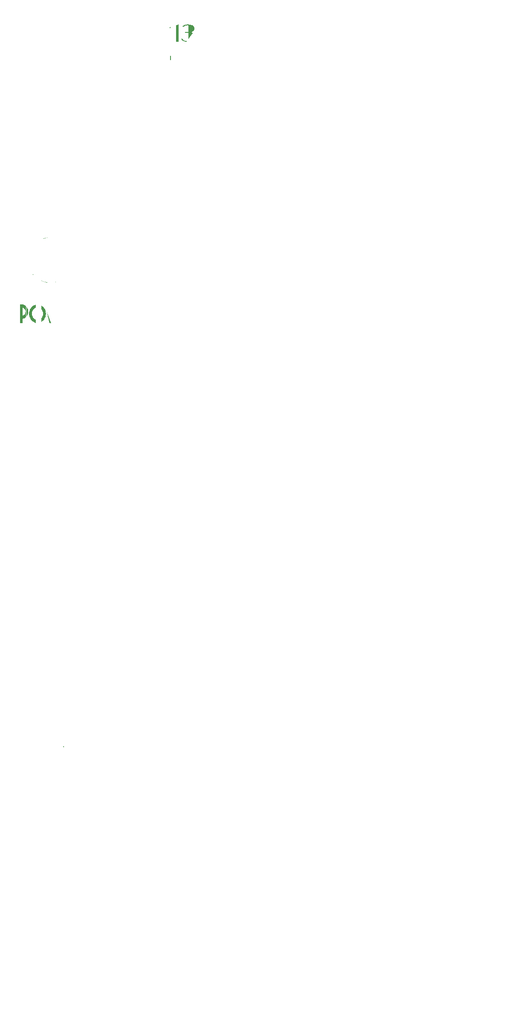
<source format=gto>
%TF.GenerationSoftware,KiCad,Pcbnew,7.0.0-da2b9df05c~163~ubuntu22.04.1*%
%TF.CreationDate,2023-02-19T09:56:45-05:00*%
%TF.ProjectId,dso138_panel,64736f31-3338-45f7-9061-6e656c2e6b69,rev?*%
%TF.SameCoordinates,Original*%
%TF.FileFunction,Legend,Top*%
%TF.FilePolarity,Positive*%
%FSLAX46Y46*%
G04 Gerber Fmt 4.6, Leading zero omitted, Abs format (unit mm)*
G04 Created by KiCad (PCBNEW 7.0.0-da2b9df05c~163~ubuntu22.04.1) date 2023-02-19 09:56:45*
%MOMM*%
%LPD*%
G01*
G04 APERTURE LIST*
G04 Aperture macros list*
%AMFreePoly0*
4,1,179,8.575837,8.706056,9.155382,8.628115,9.728426,8.511638,10.292411,8.357147,10.844818,8.165330,11.383179,7.937045,11.905090,7.673312,12.408221,7.375307,12.890323,7.044363,13.349244,6.681957,13.782934,6.289707,14.189456,5.869366,14.566995,5.422812,14.913864,4.952037,15.228514,4.459146,15.509540,3.946339,15.755687,3.415906,15.965855,2.870218,16.139105,2.311710,16.274665,1.742877,
16.371928,1.166261,16.430460,0.584436,16.450000,0.000000,16.430460,-0.584436,16.371928,-1.166261,16.274665,-1.742877,16.139105,-2.311710,15.965855,-2.870218,15.755687,-3.415906,15.509540,-3.946339,15.228514,-4.459146,14.913864,-4.952037,14.566995,-5.422812,14.189456,-5.869366,13.782934,-6.289707,13.349244,-6.681957,12.890323,-7.044363,12.408221,-7.375307,11.905090,-7.673312,11.383179,-7.937045,
10.844818,-8.165330,10.292411,-8.357147,9.728426,-8.511638,9.155382,-8.628115,8.575837,-8.706056,7.992381,-8.745114,7.407619,-8.745114,6.824163,-8.706056,6.244618,-8.628115,5.671574,-8.511638,5.107589,-8.357147,4.555182,-8.165330,4.016821,-7.937045,3.494910,-7.673312,2.991779,-7.375307,2.509677,-7.044363,2.050756,-6.681957,1.617066,-6.289707,1.210544,-5.869366,0.833005,-5.422812,
0.486136,-4.952037,0.171486,-4.459146,-0.109540,-3.946339,-0.355687,-3.415906,-0.565855,-2.870218,-0.739105,-2.311710,-0.874665,-1.742877,-0.971928,-1.166261,-1.030460,-0.584436,-1.050000,0.000000,1.045117,0.000000,1.064644,-0.509426,1.123109,-1.015863,1.220171,-1.516338,1.355259,-2.007915,1.527580,-2.487709,1.736123,-2.952904,1.979665,-3.400770,2.256776,-3.828678,2.565830,-4.234119,
2.905013,-4.614712,3.272335,-4.968224,3.665641,-5.292581,4.082622,-5.585879,4.520831,-5.846396,4.977696,-6.072605,5.450537,-6.263177,5.936579,-6.416994,6.432969,-6.533154,6.936795,-6.610975,7.445100,-6.650000,7.954900,-6.650000,8.463205,-6.610975,8.967031,-6.533154,9.463421,-6.416994,9.949463,-6.263177,10.422304,-6.072605,10.879169,-5.846396,11.317378,-5.585879,11.734359,-5.292581,
12.127665,-4.968224,12.494987,-4.614712,12.834170,-4.234119,13.143224,-3.828678,13.420335,-3.400770,13.663877,-2.952904,13.872420,-2.487709,14.044741,-2.007915,14.179829,-1.516338,14.276891,-1.015863,14.335356,-0.509426,14.354883,0.000000,14.335356,0.509426,14.276891,1.015863,14.179829,1.516338,14.044741,2.007915,13.872420,2.487709,13.663877,2.952904,13.420335,3.400770,13.143224,3.828678,
12.834170,4.234119,12.494987,4.614712,12.127665,4.968224,11.734359,5.292581,11.317378,5.585879,10.879169,5.846396,10.422304,6.072605,9.949463,6.263177,9.463421,6.416994,8.967031,6.533154,8.463205,6.610975,7.954900,6.650000,7.445100,6.650000,6.936795,6.610975,6.432969,6.533154,5.936579,6.416994,5.450537,6.263177,4.977696,6.072605,4.520831,5.846396,4.082622,5.585879,
3.665641,5.292581,3.272335,4.968224,2.905013,4.614712,2.565830,4.234119,2.256776,3.828678,1.979665,3.400770,1.736123,2.952904,1.527580,2.487709,1.355259,2.007915,1.220171,1.516338,1.123109,1.015863,1.064644,0.509426,1.045117,0.000000,-1.050000,0.000000,-1.030460,0.584436,-0.971928,1.166261,-0.874665,1.742877,-0.739105,2.311710,-0.565855,2.870218,-0.355687,3.415906,
-0.109540,3.946339,0.171486,4.459146,0.486136,4.952037,0.833005,5.422812,1.210544,5.869366,1.617066,6.289707,2.050756,6.681957,2.509677,7.044363,2.991779,7.375307,3.494910,7.673312,4.016821,7.937045,4.555182,8.165330,5.107589,8.357147,5.671574,8.511638,6.244618,8.628115,6.824163,8.706056,7.407619,8.745114,7.992381,8.745114,8.575837,8.706056,8.575837,8.706056,
$1*%
%AMFreePoly1*
4,1,159,6.626847,7.030287,7.150748,6.971257,7.668773,6.873242,8.178024,6.736788,8.675654,6.562660,9.158880,6.351831,9.625000,6.105479,10.071406,5.824983,10.495603,5.511912,10.895218,5.168016,11.268016,4.795218,11.611912,4.395603,11.924983,3.971406,12.205479,3.525000,12.451831,3.058880,12.662660,2.575654,12.836788,2.078024,12.973242,1.568773,13.071257,1.050748,13.130287,0.526847,
13.150000,0.000000,13.130287,-0.526847,13.071257,-1.050748,12.973242,-1.568773,12.836788,-2.078024,12.662660,-2.575654,12.451831,-3.058880,12.205479,-3.525000,11.924983,-3.971406,11.611912,-4.395603,11.268016,-4.795218,10.895218,-5.168016,10.495603,-5.511912,10.071406,-5.824983,9.625000,-6.105479,9.158880,-6.351831,8.675654,-6.562660,8.178024,-6.736788,7.668773,-6.873242,7.150748,-6.971257,
6.626847,-7.030287,6.100000,-7.050000,5.573153,-7.030287,5.049252,-6.971257,4.531227,-6.873242,4.021976,-6.736788,3.524346,-6.562660,3.041120,-6.351831,2.575000,-6.105479,2.128594,-5.824983,1.704397,-5.511912,1.304782,-5.168016,0.931984,-4.795218,0.588088,-4.395603,0.275017,-3.971406,-0.005479,-3.525000,-0.251831,-3.058880,-0.462660,-2.575654,-0.636788,-2.078024,-0.773242,-1.568773,
-0.871257,-1.050748,-0.930287,-0.526847,-0.950000,0.000000,0.945094,0.000000,0.964710,-0.449280,1.023409,-0.895140,1.120743,-1.334188,1.255973,-1.763082,1.428069,-2.178557,1.635720,-2.577453,1.877348,-2.956733,2.151113,-3.313510,2.454931,-3.645069,2.786490,-3.948887,3.143267,-4.222652,3.522547,-4.464280,3.921443,-4.671931,4.336918,-4.844027,4.765812,-4.979257,5.204860,-5.076591,
5.650720,-5.135290,6.100000,-5.154906,6.549280,-5.135290,6.995140,-5.076591,7.434188,-4.979257,7.863082,-4.844027,8.278557,-4.671931,8.677453,-4.464280,9.056733,-4.222652,9.413510,-3.948887,9.745069,-3.645069,10.048887,-3.313510,10.322652,-2.956733,10.564280,-2.577453,10.771931,-2.178557,10.944027,-1.763082,11.079257,-1.334188,11.176591,-0.895140,11.235290,-0.449280,11.254906,0.000000,
11.235290,0.449280,11.176591,0.895140,11.079257,1.334188,10.944027,1.763082,10.771931,2.178557,10.564280,2.577453,10.322652,2.956733,10.048887,3.313510,9.745069,3.645069,9.413510,3.948887,9.056733,4.222652,8.677453,4.464280,8.278557,4.671931,7.863082,4.844027,7.434188,4.979257,6.995140,5.076591,6.549280,5.135290,6.100000,5.154906,5.650720,5.135290,5.204860,5.076591,
4.765812,4.979257,4.336918,4.844027,3.921443,4.671931,3.522547,4.464280,3.143267,4.222652,2.786490,3.948887,2.454931,3.645069,2.151113,3.313510,1.877348,2.956733,1.635720,2.577453,1.428069,2.178557,1.255973,1.763082,1.120743,1.334188,1.023409,0.895140,0.964710,0.449280,0.945094,0.000000,-0.950000,0.000000,-0.930287,0.526847,-0.871257,1.050748,-0.773242,1.568773,
-0.636788,2.078024,-0.462660,2.575654,-0.251831,3.058880,-0.005479,3.525000,0.275017,3.971406,0.588088,4.395603,0.931984,4.795218,1.304782,5.168016,1.704397,5.511912,2.128594,5.824983,2.575000,6.105479,3.041120,6.351831,3.524346,6.562660,4.021976,6.736788,4.531227,6.873242,5.049252,6.971257,5.573153,7.030287,6.100000,7.050000,6.626847,7.030287,6.626847,7.030287,
$1*%
%AMFreePoly2*
4,1,137,5.198598,5.455452,5.658736,5.376554,6.110525,5.258917,6.550711,5.103390,6.976121,4.911092,7.383690,4.683410,7.770482,4.421984,8.133711,4.128698,8.470759,3.805664,8.779197,3.455210,9.056803,3.079861,9.301578,2.682322,9.511757,2.265457,9.685826,1.832269,9.822531,1.385879,9.920888,0.929505,9.980186,0.466433,10.000000,0.000000,9.980186,-0.466433,9.920888,-0.929505,
9.822531,-1.385879,9.685826,-1.832269,9.511757,-2.265457,9.301578,-2.682322,9.056803,-3.079861,8.779197,-3.455210,8.470759,-3.805664,8.133711,-4.128698,7.770482,-4.421984,7.383690,-4.683410,6.976121,-4.911092,6.550711,-5.103390,6.110525,-5.258917,5.658736,-5.376554,5.198598,-5.455452,4.733427,-5.495044,4.266573,-5.495044,3.801402,-5.455452,3.341264,-5.376554,2.889475,-5.258917,
2.449289,-5.103390,2.023879,-4.911092,1.616310,-4.683410,1.229518,-4.421984,0.866289,-4.128698,0.529241,-3.805664,0.220803,-3.455210,-0.056803,-3.079861,-0.301578,-2.682322,-0.511757,-2.265457,-0.685826,-1.832269,-0.822531,-1.385879,-0.920888,-0.929505,-0.980186,-0.466433,-1.000000,0.000000,0.995197,0.000000,1.014397,-0.366352,1.071785,-0.728690,1.166734,-1.083044,1.298203,-1.425532,
1.464752,-1.752402,1.664555,-2.060072,1.895424,-2.345171,2.154829,-2.604576,2.439928,-2.835445,2.747598,-3.035248,3.074468,-3.201797,3.416956,-3.333266,3.771310,-3.428215,4.133648,-3.485603,4.500000,-3.504803,4.866352,-3.485603,5.228690,-3.428215,5.583044,-3.333266,5.925532,-3.201797,6.252402,-3.035248,6.560072,-2.835445,6.845171,-2.604576,7.104576,-2.345171,7.335445,-2.060072,
7.535248,-1.752402,7.701797,-1.425532,7.833266,-1.083044,7.928215,-0.728690,7.985603,-0.366352,8.004803,0.000000,7.985603,0.366352,7.928215,0.728690,7.833266,1.083044,7.701797,1.425532,7.535248,1.752401,7.335445,2.060072,7.104576,2.345171,6.845171,2.604576,6.560072,2.835445,6.252402,3.035248,5.925532,3.201797,5.583044,3.333266,5.228690,3.428215,4.866352,3.485603,
4.500000,3.504803,4.133648,3.485603,3.771310,3.428215,3.416956,3.333266,3.074468,3.201797,2.747599,3.035248,2.439928,2.835445,2.154829,2.604576,1.895424,2.345171,1.664555,2.060072,1.464752,1.752401,1.298203,1.425532,1.166734,1.083044,1.071785,0.728690,1.014397,0.366352,0.995197,0.000000,-1.000000,0.000000,-0.980186,0.466433,-0.920888,0.929505,-0.822531,1.385879,
-0.685826,1.832269,-0.511757,2.265457,-0.301578,2.682322,-0.056803,3.079861,0.220803,3.455210,0.529241,3.805664,0.866289,4.128698,1.229518,4.421984,1.616310,4.683410,2.023879,4.911092,2.449289,5.103390,2.889475,5.258917,3.341264,5.376554,3.801402,5.455452,4.266573,5.495044,4.733427,5.495044,5.198598,5.455452,5.198598,5.455452,$1*%
G04 Aperture macros list end*
%ADD10C,5.000000*%
%ADD11C,4.500000*%
%ADD12C,5.400000*%
%ADD13FreePoly0,0.000000*%
%ADD14C,0.800000*%
%ADD15FreePoly1,0.000000*%
%ADD16FreePoly2,0.000000*%
%ADD17O,6.800000X4.000000*%
G04 APERTURE END LIST*
%TO.C,GRAF2*%
G36*
X62478428Y-131024486D02*
G01*
X62739039Y-131031732D01*
X62739039Y-131781782D01*
X62739039Y-132531832D01*
X62478428Y-132539078D01*
X62217818Y-132546324D01*
X62217818Y-131781782D01*
X62217818Y-131017240D01*
X62478428Y-131024486D01*
G37*
G36*
X66590991Y-145180981D02*
G01*
X66590991Y-147037037D01*
X66298598Y-147037037D01*
X66006206Y-147037037D01*
X66006206Y-145180981D01*
X66006206Y-143324925D01*
X66298598Y-143324925D01*
X66590991Y-143324925D01*
X66590991Y-145180981D01*
G37*
G36*
X80981782Y-185086187D02*
G01*
X80981782Y-185353154D01*
X67976676Y-185353154D01*
X54971571Y-185353154D01*
X54971571Y-185086187D01*
X54971571Y-184819220D01*
X67976676Y-184819220D01*
X80981782Y-184819220D01*
X80981782Y-185086187D01*
G37*
G36*
X83346346Y-185226026D02*
G01*
X83346346Y-187082082D01*
X83041241Y-187082082D01*
X82736136Y-187082082D01*
X82736136Y-185226026D01*
X82736136Y-183369970D01*
X83041241Y-183369970D01*
X83346346Y-183369970D01*
X83346346Y-185226026D01*
G37*
G36*
X86727928Y-129759391D02*
G01*
X86727928Y-130027428D01*
X86523635Y-130027428D01*
X86319342Y-130027428D01*
X86326588Y-129766817D01*
X86333834Y-129506207D01*
X86530881Y-129498781D01*
X86727928Y-129491355D01*
X86727928Y-129759391D01*
G37*
G36*
X87497047Y-131024486D02*
G01*
X87757657Y-131031732D01*
X87757657Y-131781782D01*
X87757657Y-132531832D01*
X87497047Y-132539078D01*
X87236436Y-132546324D01*
X87236436Y-131781782D01*
X87236436Y-131017240D01*
X87497047Y-131024486D01*
G37*
G36*
X88253453Y-115344245D02*
G01*
X88253453Y-115636637D01*
X87503403Y-115636637D01*
X86753353Y-115636637D01*
X86753353Y-115344245D01*
X86753353Y-115051852D01*
X87503403Y-115051852D01*
X88253453Y-115051852D01*
X88253453Y-115344245D01*
G37*
G36*
X88990791Y-145041142D02*
G01*
X88990791Y-145308109D01*
X84490490Y-145308109D01*
X79990190Y-145308109D01*
X79990190Y-145041142D01*
X79990190Y-144774175D01*
X84490490Y-144774175D01*
X88990791Y-144774175D01*
X88990791Y-145041142D01*
G37*
G36*
X98398198Y-145180981D02*
G01*
X98398198Y-147037037D01*
X98105806Y-147037037D01*
X97813413Y-147037037D01*
X97813413Y-145180981D01*
X97813413Y-143324925D01*
X98105806Y-143324925D01*
X98398198Y-143324925D01*
X98398198Y-145180981D01*
G37*
G36*
X101347547Y-145180981D02*
G01*
X101347547Y-147037037D01*
X101042442Y-147037037D01*
X100737337Y-147037037D01*
X100737337Y-145180981D01*
X100737337Y-143324925D01*
X101042442Y-143324925D01*
X101347547Y-143324925D01*
X101347547Y-145180981D01*
G37*
G36*
X102898498Y-4908909D02*
G01*
X102898498Y-6612413D01*
X102288288Y-6612413D01*
X101678078Y-6612413D01*
X101678078Y-4908909D01*
X101678078Y-3205406D01*
X102288288Y-3205406D01*
X102898498Y-3205406D01*
X102898498Y-4908909D01*
G37*
G36*
X105186787Y-145180981D02*
G01*
X105186787Y-147037037D01*
X104881681Y-147037037D01*
X104576576Y-147037037D01*
X104576576Y-145180981D01*
X104576576Y-143324925D01*
X104881681Y-143324925D01*
X105186787Y-143324925D01*
X105186787Y-145180981D01*
G37*
G36*
X117035035Y-185086187D02*
G01*
X117035035Y-185353154D01*
X105021521Y-185353154D01*
X93008008Y-185353154D01*
X93008008Y-185086187D01*
X93008008Y-184819220D01*
X105021521Y-184819220D01*
X117035035Y-184819220D01*
X117035035Y-185086187D01*
G37*
G36*
X120035235Y-145041142D02*
G01*
X120035235Y-145308109D01*
X115534935Y-145308109D01*
X111034634Y-145308109D01*
X111034634Y-145041142D01*
X111034634Y-144774175D01*
X115534935Y-144774175D01*
X120035235Y-144774175D01*
X120035235Y-145041142D01*
G37*
G36*
X150062662Y-9828729D02*
G01*
X150062662Y-10222823D01*
X100012712Y-10222823D01*
X49962763Y-10222823D01*
X49962763Y-9828729D01*
X49962763Y-9434635D01*
X100012712Y-9434635D01*
X150062662Y-9434635D01*
X150062662Y-9828729D01*
G37*
G36*
X150062662Y-190018719D02*
G01*
X150062662Y-190412813D01*
X100012712Y-190412813D01*
X49962763Y-190412813D01*
X49962763Y-190018719D01*
X49962763Y-189624625D01*
X100012712Y-189624625D01*
X150062662Y-189624625D01*
X150062662Y-190018719D01*
G37*
G36*
X55232018Y-132893257D02*
G01*
X55238538Y-134769270D01*
X55855105Y-134776078D01*
X56471671Y-134782886D01*
X56471671Y-135036689D01*
X56471671Y-135290491D01*
X55581636Y-135290491D01*
X54691601Y-135290491D01*
X54698103Y-133161112D01*
X54704604Y-131031732D01*
X54965051Y-131024488D01*
X55225497Y-131017244D01*
X55232018Y-132893257D01*
G37*
G36*
X60132933Y-114848449D02*
G01*
X60132933Y-116399400D01*
X60692292Y-116399400D01*
X61251651Y-116399400D01*
X61251651Y-116704505D01*
X61251651Y-117009610D01*
X60387187Y-117009610D01*
X59522722Y-117009610D01*
X59522722Y-115153554D01*
X59522722Y-113297498D01*
X59827828Y-113297498D01*
X60132933Y-113297498D01*
X60132933Y-114848449D01*
G37*
G36*
X64709509Y-144875380D02*
G01*
X64709509Y-146425836D01*
X65262512Y-146432688D01*
X65815515Y-146439540D01*
X65822678Y-146738289D01*
X65829842Y-147037037D01*
X64964570Y-147037037D01*
X64099299Y-147037037D01*
X64099299Y-145180981D01*
X64099299Y-143324925D01*
X64404404Y-143324925D01*
X64709509Y-143324925D01*
X64709509Y-144875380D01*
G37*
G36*
X69978929Y-131024486D02*
G01*
X70239539Y-131031732D01*
X70246041Y-133161112D01*
X70252542Y-135290491D01*
X69362507Y-135290491D01*
X68472472Y-135290491D01*
X68472472Y-135036237D01*
X68472472Y-134781982D01*
X69095395Y-134781982D01*
X69718318Y-134781982D01*
X69718318Y-132899611D01*
X69718318Y-131017240D01*
X69978929Y-131024486D01*
G37*
G36*
X79996546Y-131024486D02*
G01*
X80257157Y-131031732D01*
X80263677Y-132906857D01*
X80270198Y-134781982D01*
X80880244Y-134781982D01*
X81490290Y-134781982D01*
X81490290Y-135036237D01*
X81490290Y-135290491D01*
X80613113Y-135290491D01*
X79735936Y-135290491D01*
X79735936Y-133153866D01*
X79735936Y-131017240D01*
X79996546Y-131024486D01*
G37*
G36*
X95270871Y-133153866D02*
G01*
X95270871Y-135290491D01*
X94393693Y-135290491D01*
X93516516Y-135290491D01*
X93516516Y-135036237D01*
X93516516Y-134781982D01*
X94126563Y-134781982D01*
X94736609Y-134781982D01*
X94743129Y-132906857D01*
X94749649Y-131031732D01*
X95010260Y-131024486D01*
X95270871Y-131017240D01*
X95270871Y-133153866D01*
G37*
G36*
X105015165Y-131024486D02*
G01*
X105275776Y-131031732D01*
X105282296Y-132906857D01*
X105288816Y-134781982D01*
X105898862Y-134781982D01*
X106508909Y-134781982D01*
X106508909Y-135036237D01*
X106508909Y-135290491D01*
X105631731Y-135290491D01*
X104754554Y-135290491D01*
X104754554Y-133153866D01*
X104754554Y-131017240D01*
X105015165Y-131024486D01*
G37*
G36*
X120289489Y-133153866D02*
G01*
X120289489Y-135290491D01*
X119412312Y-135290491D01*
X118535135Y-135290491D01*
X118535135Y-135036237D01*
X118535135Y-134781982D01*
X119145181Y-134781982D01*
X119755227Y-134781982D01*
X119761748Y-132906857D01*
X119768268Y-131031732D01*
X120028879Y-131024486D01*
X120289489Y-131017240D01*
X120289489Y-133153866D01*
G37*
G36*
X136231231Y-114848449D02*
G01*
X136231231Y-116399400D01*
X136790590Y-116399400D01*
X137349950Y-116399400D01*
X137349950Y-116704505D01*
X137349950Y-117009610D01*
X136485485Y-117009610D01*
X135621021Y-117009610D01*
X135621021Y-115153554D01*
X135621021Y-113297498D01*
X135926126Y-113297498D01*
X136231231Y-113297498D01*
X136231231Y-114848449D01*
G37*
G36*
X91762162Y-183675075D02*
G01*
X91762162Y-183980181D01*
X91418919Y-183980181D01*
X91075675Y-183980181D01*
X91075675Y-185531132D01*
X91075675Y-187082082D01*
X90770570Y-187082082D01*
X90465465Y-187082082D01*
X90465465Y-185531132D01*
X90465465Y-183980181D01*
X90122222Y-183980181D01*
X89778979Y-183980181D01*
X89778979Y-183675075D01*
X89778979Y-183369970D01*
X90770570Y-183369970D01*
X91762162Y-183369970D01*
X91762162Y-183675075D01*
G37*
G36*
X100559359Y-143630030D02*
G01*
X100559359Y-143935136D01*
X100216116Y-143935136D01*
X99872873Y-143935136D01*
X99872873Y-145486086D01*
X99872873Y-147037037D01*
X99580480Y-147037037D01*
X99288088Y-147037037D01*
X99288088Y-145486086D01*
X99288088Y-143935136D01*
X98932132Y-143935136D01*
X98576176Y-143935136D01*
X98576176Y-143630030D01*
X98576176Y-143324925D01*
X99567768Y-143324925D01*
X100559359Y-143324925D01*
X100559359Y-143630030D01*
G37*
G36*
X107347948Y-143630030D02*
G01*
X107347948Y-143935136D01*
X107004704Y-143935136D01*
X106661461Y-143935136D01*
X106661461Y-145486086D01*
X106661461Y-147037037D01*
X106356356Y-147037037D01*
X106051251Y-147037037D01*
X106051251Y-145486086D01*
X106051251Y-143935136D01*
X105708008Y-143935136D01*
X105364765Y-143935136D01*
X105364765Y-143630030D01*
X105364765Y-143324925D01*
X106356356Y-143324925D01*
X107347948Y-143324925D01*
X107347948Y-143630030D01*
G37*
G36*
X142689289Y-143630030D02*
G01*
X142689289Y-143935136D01*
X142346046Y-143935136D01*
X142002803Y-143935136D01*
X142002803Y-145486086D01*
X142002803Y-147037037D01*
X141710410Y-147037037D01*
X141418018Y-147037037D01*
X141418018Y-145486086D01*
X141418018Y-143935136D01*
X141074775Y-143935136D01*
X140731531Y-143935136D01*
X140731531Y-143630030D01*
X140731531Y-143324925D01*
X141710410Y-143324925D01*
X142689289Y-143324925D01*
X142689289Y-143630030D01*
G37*
G36*
X143375776Y-113602603D02*
G01*
X143375776Y-113907708D01*
X143032532Y-113907708D01*
X142689289Y-113907708D01*
X142689289Y-115458659D01*
X142689289Y-117009610D01*
X142384184Y-117009610D01*
X142079079Y-117009610D01*
X142079079Y-115458659D01*
X142079079Y-113907708D01*
X141735836Y-113907708D01*
X141392592Y-113907708D01*
X141392592Y-113602603D01*
X141392592Y-113297498D01*
X142384184Y-113297498D01*
X143375776Y-113297498D01*
X143375776Y-113602603D01*
G37*
G36*
X112788989Y-131780893D02*
G01*
X112788989Y-132544545D01*
X112533937Y-132544545D01*
X112403874Y-132542231D01*
X112319362Y-132534879D01*
X112275290Y-132521877D01*
X112266563Y-132512437D01*
X112263614Y-132479556D01*
X112261388Y-132402587D01*
X112259935Y-132288290D01*
X112259304Y-132143424D01*
X112259546Y-131974748D01*
X112260710Y-131789022D01*
X112261005Y-131756031D01*
X112267768Y-131031732D01*
X112528378Y-131024486D01*
X112788989Y-131017240D01*
X112788989Y-131780893D01*
G37*
G36*
X122927542Y-94133083D02*
G01*
X122921021Y-95995496D01*
X122640008Y-96002638D01*
X122525119Y-96004003D01*
X122429535Y-96002218D01*
X122364360Y-95997678D01*
X122341259Y-95992044D01*
X122338365Y-95964338D01*
X122335618Y-95889820D01*
X122333057Y-95772531D01*
X122330718Y-95616511D01*
X122328641Y-95425798D01*
X122326865Y-95204433D01*
X122325427Y-94956456D01*
X122324365Y-94685905D01*
X122323719Y-94396822D01*
X122323523Y-94122490D01*
X122323523Y-92270671D01*
X122628793Y-92270671D01*
X122934063Y-92270671D01*
X122927542Y-94133083D01*
G37*
G36*
X112820108Y-114651402D02*
G01*
X112827127Y-115039140D01*
X113214865Y-115046158D01*
X113602602Y-115053177D01*
X113602602Y-115344907D01*
X113602602Y-115636637D01*
X113208508Y-115636637D01*
X112814414Y-115636637D01*
X112814414Y-116030731D01*
X112814414Y-116424825D01*
X112522022Y-116424825D01*
X112229629Y-116424825D01*
X112229629Y-116030731D01*
X112229629Y-115636637D01*
X111835535Y-115636637D01*
X111441441Y-115636637D01*
X111441441Y-115344907D01*
X111441441Y-115053177D01*
X111829179Y-115046158D01*
X112216917Y-115039140D01*
X112223935Y-114651402D01*
X112230954Y-114263664D01*
X112522022Y-114263664D01*
X112813090Y-114263664D01*
X112820108Y-114651402D01*
G37*
G36*
X134153881Y-184020916D02*
G01*
X134234251Y-184061077D01*
X134325931Y-184117436D01*
X134415449Y-184181343D01*
X134489334Y-184244144D01*
X134519053Y-184275840D01*
X134621781Y-184438227D01*
X134685591Y-184620840D01*
X134708898Y-184812258D01*
X134690116Y-185001063D01*
X134640436Y-185149750D01*
X134539796Y-185315869D01*
X134407098Y-185457544D01*
X134252769Y-185565249D01*
X134127277Y-185618572D01*
X134070070Y-185636260D01*
X134070070Y-184820933D01*
X134070682Y-184573270D01*
X134072579Y-184373892D01*
X134075848Y-184220249D01*
X134080578Y-184109789D01*
X134086856Y-184039962D01*
X134094772Y-184008216D01*
X134098293Y-184005606D01*
X134153881Y-184020916D01*
G37*
G36*
X107602202Y-4832633D02*
G01*
X107602202Y-6459860D01*
X107885306Y-6459860D01*
X108020935Y-6457038D01*
X108157072Y-6449442D01*
X108274159Y-6438375D01*
X108328988Y-6430273D01*
X108424110Y-6415470D01*
X108483632Y-6414459D01*
X108520956Y-6427451D01*
X108528966Y-6433386D01*
X108564324Y-6488426D01*
X108558010Y-6546939D01*
X108519189Y-6586093D01*
X108479484Y-6593351D01*
X108390645Y-6599504D01*
X108254379Y-6604511D01*
X108072394Y-6608330D01*
X107846394Y-6610921D01*
X107578086Y-6612241D01*
X107425895Y-6612413D01*
X106381782Y-6612413D01*
X106381782Y-4908909D01*
X106381782Y-3205406D01*
X106991992Y-3205406D01*
X107602202Y-3205406D01*
X107602202Y-4832633D01*
G37*
G36*
X92219820Y-128641742D02*
G01*
X92219820Y-129671472D01*
X92448648Y-129671472D01*
X92677477Y-129671472D01*
X92677477Y-129849450D01*
X92677477Y-130027428D01*
X92003703Y-130027428D01*
X91329930Y-130027428D01*
X91329930Y-129849450D01*
X91329930Y-129671472D01*
X91571471Y-129671472D01*
X91813013Y-129671472D01*
X91813013Y-128843278D01*
X91813013Y-128015085D01*
X91596491Y-128182217D01*
X91507192Y-128250318D01*
X91433389Y-128305042D01*
X91383869Y-128339971D01*
X91367663Y-128349350D01*
X91361730Y-128326034D01*
X91357462Y-128264515D01*
X91355681Y-128177430D01*
X91355675Y-128165015D01*
X91355995Y-127980681D01*
X91590860Y-127796919D01*
X91825725Y-127613156D01*
X92022773Y-127612584D01*
X92219820Y-127612012D01*
X92219820Y-128641742D01*
G37*
G36*
X120086086Y-92575776D02*
G01*
X120086086Y-92880881D01*
X119743038Y-92880881D01*
X119399990Y-92880881D01*
X119393438Y-94438189D01*
X119386887Y-95995496D01*
X119105874Y-96002638D01*
X118990985Y-96004003D01*
X118895401Y-96002218D01*
X118830226Y-95997678D01*
X118807125Y-95992044D01*
X118803965Y-95964124D01*
X118800985Y-95889784D01*
X118798236Y-95773457D01*
X118795767Y-95619572D01*
X118793629Y-95432562D01*
X118791872Y-95216857D01*
X118790546Y-94976889D01*
X118789702Y-94717090D01*
X118789390Y-94441890D01*
X118789389Y-94427595D01*
X118789389Y-92880881D01*
X118446146Y-92880881D01*
X118102903Y-92880881D01*
X118102903Y-92575776D01*
X118102903Y-92270671D01*
X119094494Y-92270671D01*
X120086086Y-92270671D01*
X120086086Y-92575776D01*
G37*
G36*
X142637380Y-184571322D02*
G01*
X142638438Y-184793794D01*
X142905405Y-184793794D01*
X143172372Y-184793794D01*
X143172372Y-185607408D01*
X143171956Y-185842173D01*
X143170598Y-186030294D01*
X143168134Y-186175971D01*
X143164399Y-186283403D01*
X143159228Y-186356792D01*
X143152459Y-186400337D01*
X143143925Y-186418239D01*
X143140590Y-186419230D01*
X143097156Y-186409735D01*
X143030815Y-186388625D01*
X143017013Y-186383652D01*
X142814879Y-186283026D01*
X142637340Y-186142285D01*
X142488720Y-185967949D01*
X142373344Y-185766538D01*
X142295536Y-185544572D01*
X142259622Y-185308573D01*
X142257660Y-185238739D01*
X142281763Y-184993412D01*
X142352522Y-184762496D01*
X142467617Y-184552241D01*
X142553076Y-184443011D01*
X142636321Y-184348849D01*
X142637380Y-184571322D01*
G37*
G36*
X104957958Y-4835071D02*
G01*
X104957958Y-6464737D01*
X105307557Y-6450693D01*
X105446137Y-6444247D01*
X105575839Y-6436633D01*
X105683398Y-6428735D01*
X105755547Y-6421436D01*
X105763004Y-6420369D01*
X105833218Y-6413565D01*
X105872354Y-6424877D01*
X105898514Y-6459516D01*
X105914222Y-6510362D01*
X105891216Y-6555526D01*
X105884072Y-6563677D01*
X105871252Y-6575622D01*
X105853311Y-6585440D01*
X105825525Y-6593340D01*
X105783170Y-6599529D01*
X105721521Y-6604215D01*
X105635854Y-6607606D01*
X105521443Y-6609910D01*
X105373566Y-6611334D01*
X105187496Y-6612087D01*
X104958510Y-6612375D01*
X104776039Y-6612413D01*
X103712112Y-6612413D01*
X103712112Y-4908909D01*
X103712112Y-3205406D01*
X104335035Y-3205406D01*
X104957958Y-3205406D01*
X104957958Y-4835071D01*
G37*
G36*
X53954554Y-113704305D02*
G01*
X53954554Y-114111112D01*
X54399499Y-114111112D01*
X54844444Y-114111112D01*
X54844444Y-113704305D01*
X54844444Y-113297498D01*
X55149549Y-113297498D01*
X55454654Y-113297498D01*
X55454654Y-115153554D01*
X55454654Y-117009610D01*
X55149549Y-117009610D01*
X54844444Y-117009610D01*
X54844444Y-115865466D01*
X54844444Y-114721322D01*
X54399499Y-114721322D01*
X53954554Y-114721322D01*
X53954554Y-115865466D01*
X53954554Y-117009610D01*
X53649711Y-117009610D01*
X53344868Y-117009610D01*
X53338249Y-115871822D01*
X53331631Y-114734034D01*
X53210861Y-114726285D01*
X53090090Y-114718536D01*
X53090090Y-114416217D01*
X53090090Y-114113898D01*
X53210861Y-114106148D01*
X53331631Y-114098399D01*
X53338633Y-113697948D01*
X53345635Y-113297498D01*
X53650095Y-113297498D01*
X53954554Y-113297498D01*
X53954554Y-113704305D01*
G37*
G36*
X65462611Y-113405621D02*
G01*
X65526145Y-113410530D01*
X65548548Y-113417598D01*
X65540699Y-113444390D01*
X65517990Y-113515595D01*
X65481679Y-113627400D01*
X65433023Y-113775990D01*
X65373279Y-113957551D01*
X65303706Y-114168268D01*
X65225560Y-114404325D01*
X65140099Y-114661909D01*
X65048581Y-114937204D01*
X64955310Y-115217254D01*
X64362071Y-116996897D01*
X64065420Y-117004061D01*
X63949440Y-117005259D01*
X63854706Y-117003188D01*
X63791172Y-116998279D01*
X63768769Y-116991211D01*
X63776618Y-116964420D01*
X63799326Y-116893215D01*
X63835638Y-116781409D01*
X63884294Y-116632819D01*
X63944037Y-116451258D01*
X64013611Y-116240542D01*
X64091757Y-116004485D01*
X64177218Y-115746901D01*
X64268736Y-115471605D01*
X64362007Y-115191555D01*
X64955246Y-113411912D01*
X65251897Y-113404749D01*
X65367877Y-113403551D01*
X65462611Y-113405621D01*
G37*
G36*
X87999199Y-128641742D02*
G01*
X87999199Y-129671472D01*
X88228028Y-129671472D01*
X88456857Y-129671472D01*
X88456857Y-129849450D01*
X88456857Y-130027428D01*
X87783083Y-130027428D01*
X87109309Y-130027428D01*
X87109309Y-129849450D01*
X87109309Y-129671472D01*
X87363563Y-129671472D01*
X87617818Y-129671472D01*
X87617818Y-128842032D01*
X87617456Y-128607785D01*
X87616260Y-128420207D01*
X87614066Y-128275123D01*
X87610709Y-128168355D01*
X87606024Y-128095727D01*
X87599845Y-128053063D01*
X87592008Y-128036185D01*
X87586036Y-128036996D01*
X87553134Y-128061958D01*
X87489855Y-128109735D01*
X87406463Y-128172582D01*
X87344494Y-128219230D01*
X87134734Y-128377060D01*
X87134734Y-128188003D01*
X87134734Y-127998945D01*
X87375270Y-127805479D01*
X87615805Y-127612012D01*
X87807502Y-127612012D01*
X87999199Y-127612012D01*
X87999199Y-128641742D01*
G37*
G36*
X79303703Y-128641742D02*
G01*
X79303703Y-129671472D01*
X79532532Y-129671472D01*
X79761361Y-129671472D01*
X79761361Y-129849450D01*
X79761361Y-130027428D01*
X79087587Y-130027428D01*
X78413814Y-130027428D01*
X78413814Y-129849450D01*
X78413814Y-129671472D01*
X78655355Y-129671472D01*
X78896897Y-129671472D01*
X78896897Y-128842032D01*
X78896534Y-128607736D01*
X78895336Y-128420109D01*
X78893139Y-128274975D01*
X78889777Y-128168157D01*
X78885085Y-128095479D01*
X78878899Y-128052764D01*
X78871054Y-128035835D01*
X78865115Y-128036583D01*
X78828227Y-128064928D01*
X78767060Y-128112390D01*
X78718919Y-128149911D01*
X78633416Y-128215971D01*
X78545791Y-128282603D01*
X78509159Y-128310030D01*
X78413814Y-128380811D01*
X78413814Y-128191380D01*
X78413814Y-128001949D01*
X78658996Y-127806981D01*
X78904178Y-127612012D01*
X79103941Y-127612012D01*
X79303703Y-127612012D01*
X79303703Y-128641742D01*
G37*
G36*
X101538238Y-193439209D02*
G01*
X101528818Y-193485612D01*
X101496584Y-193519622D01*
X101435571Y-193542903D01*
X101339817Y-193557119D01*
X101203359Y-193563936D01*
X101086937Y-193565191D01*
X100762763Y-193565566D01*
X100762763Y-195180080D01*
X100762763Y-196794595D01*
X100139840Y-196794595D01*
X99516917Y-196794595D01*
X99516917Y-195176283D01*
X99516917Y-193557972D01*
X99116466Y-193571098D01*
X98977227Y-193574902D01*
X98854874Y-193576813D01*
X98758904Y-193576794D01*
X98698814Y-193574810D01*
X98684234Y-193572777D01*
X98654547Y-193540261D01*
X98653732Y-193488912D01*
X98678232Y-193439065D01*
X98711917Y-193414572D01*
X98748031Y-193410178D01*
X98830114Y-193405810D01*
X98953282Y-193401569D01*
X99112652Y-193397554D01*
X99303342Y-193393866D01*
X99520468Y-193390606D01*
X99759148Y-193387873D01*
X100014499Y-193385767D01*
X100154810Y-193384941D01*
X101538238Y-193377918D01*
X101538238Y-193439209D01*
G37*
G36*
X121153954Y-128641742D02*
G01*
X121153954Y-129671472D01*
X121382783Y-129671472D01*
X121611611Y-129671472D01*
X121611611Y-129849450D01*
X121611611Y-130027428D01*
X120937838Y-130027428D01*
X120264064Y-130027428D01*
X120264064Y-129849450D01*
X120264064Y-129671472D01*
X120505605Y-129671472D01*
X120747147Y-129671472D01*
X120747147Y-128842032D01*
X120746784Y-128607736D01*
X120745587Y-128420109D01*
X120743389Y-128274975D01*
X120740027Y-128168157D01*
X120735335Y-128095479D01*
X120729149Y-128052764D01*
X120721304Y-128035835D01*
X120715365Y-128036583D01*
X120678478Y-128064928D01*
X120617310Y-128112390D01*
X120569169Y-128149911D01*
X120483666Y-128215971D01*
X120396042Y-128282603D01*
X120359409Y-128310030D01*
X120264064Y-128380811D01*
X120264064Y-128191380D01*
X120264064Y-128001949D01*
X120509246Y-127806981D01*
X120754428Y-127612012D01*
X120954191Y-127612012D01*
X121153954Y-127612012D01*
X121153954Y-128641742D01*
G37*
G36*
X70462902Y-113307815D02*
G01*
X70661924Y-113336415D01*
X70854662Y-113379773D01*
X71024298Y-113434363D01*
X71112008Y-113473074D01*
X71180220Y-113505136D01*
X71230955Y-113524111D01*
X71242831Y-113526327D01*
X71258597Y-113503604D01*
X71268055Y-113446112D01*
X71269269Y-113411912D01*
X71269269Y-113297498D01*
X71561661Y-113297498D01*
X71854054Y-113297498D01*
X71854054Y-115153554D01*
X71854054Y-117009610D01*
X71561661Y-117009610D01*
X71269269Y-117009610D01*
X71269269Y-115651486D01*
X71269269Y-114293362D01*
X71166431Y-114211914D01*
X71082783Y-114153110D01*
X70980906Y-114092261D01*
X70873903Y-114035990D01*
X70774873Y-113990921D01*
X70696919Y-113963675D01*
X70665415Y-113958637D01*
X70608208Y-113958559D01*
X70608208Y-115484084D01*
X70608208Y-117009610D01*
X70315816Y-117009610D01*
X70023423Y-117009610D01*
X70023423Y-115153554D01*
X70023423Y-113297498D01*
X70274417Y-113297498D01*
X70462902Y-113307815D01*
G37*
G36*
X83848498Y-183374990D02*
G01*
X83992930Y-183381225D01*
X84103347Y-183390521D01*
X84196587Y-183405819D01*
X84289485Y-183430062D01*
X84398878Y-183466191D01*
X84426927Y-183476060D01*
X84536827Y-183515281D01*
X84632068Y-183549825D01*
X84700346Y-183575199D01*
X84725675Y-183585169D01*
X84752867Y-183590390D01*
X84766076Y-183568406D01*
X84770058Y-183508735D01*
X84770170Y-183487105D01*
X84770170Y-183369970D01*
X85062562Y-183369970D01*
X85354955Y-183369970D01*
X85354955Y-185226026D01*
X85354955Y-187082082D01*
X85062562Y-187082082D01*
X84770170Y-187082082D01*
X84770170Y-185724082D01*
X84770170Y-184366082D01*
X84691663Y-184300023D01*
X84551907Y-184199859D01*
X84385737Y-184107993D01*
X84261532Y-184054068D01*
X84134534Y-184005813D01*
X84134534Y-185543948D01*
X84134534Y-187082082D01*
X83829429Y-187082082D01*
X83524324Y-187082082D01*
X83524324Y-185223020D01*
X83524324Y-183363958D01*
X83848498Y-183374990D01*
G37*
G36*
X98486687Y-128812422D02*
G01*
X98124082Y-130014715D01*
X97909877Y-130021993D01*
X97695671Y-130029271D01*
X97335023Y-128839030D01*
X97263559Y-128602814D01*
X97196800Y-128381444D01*
X97136164Y-128179674D01*
X97083070Y-128002255D01*
X97038936Y-127853939D01*
X97005178Y-127739479D01*
X96983217Y-127663628D01*
X96974469Y-127631137D01*
X96974374Y-127630401D01*
X96997831Y-127622021D01*
X97060348Y-127615642D01*
X97150144Y-127612285D01*
X97186505Y-127612012D01*
X97398637Y-127612012D01*
X97584937Y-128317568D01*
X97637337Y-128517289D01*
X97689221Y-128717367D01*
X97738033Y-128907773D01*
X97781217Y-129078477D01*
X97816215Y-129219448D01*
X97839246Y-129315369D01*
X97907255Y-129607615D01*
X97975934Y-129315369D01*
X98001247Y-129210808D01*
X98037074Y-129067231D01*
X98080834Y-128894756D01*
X98129944Y-128703502D01*
X98181822Y-128503590D01*
X98228930Y-128323924D01*
X98413248Y-127624725D01*
X98631270Y-127617427D01*
X98849292Y-127610128D01*
X98486687Y-128812422D01*
G37*
G36*
X108490392Y-143617993D02*
G01*
X108581446Y-143741543D01*
X108648634Y-143825487D01*
X108695095Y-143873306D01*
X108723971Y-143888480D01*
X108731926Y-143885702D01*
X108757608Y-143856138D01*
X108805732Y-143793671D01*
X108869678Y-143707122D01*
X108942825Y-143605317D01*
X108951461Y-143593124D01*
X109140440Y-143325906D01*
X109517631Y-143325416D01*
X109894821Y-143324925D01*
X109806638Y-143445696D01*
X109766413Y-143500989D01*
X109701913Y-143589894D01*
X109618647Y-143704807D01*
X109522123Y-143838123D01*
X109417850Y-143982238D01*
X109359979Y-144062263D01*
X109001503Y-144558058D01*
X109001052Y-145797548D01*
X109000600Y-147037037D01*
X108708208Y-147037037D01*
X108415816Y-147037037D01*
X108415816Y-145794134D01*
X108415816Y-144551231D01*
X108205290Y-144262252D01*
X108108444Y-144129178D01*
X107995097Y-143973214D01*
X107878550Y-143812675D01*
X107772106Y-143665875D01*
X107759953Y-143649099D01*
X107525142Y-143324925D01*
X107902277Y-143324925D01*
X108279413Y-143324925D01*
X108490392Y-143617993D01*
G37*
G36*
X82898255Y-3185500D02*
G01*
X82901296Y-3255091D01*
X82904121Y-3367352D01*
X82906687Y-3518191D01*
X82908946Y-3703517D01*
X82910854Y-3919239D01*
X82912366Y-4161267D01*
X82913435Y-4425509D01*
X82914017Y-4707876D01*
X82914114Y-4881983D01*
X82914114Y-6612413D01*
X82303904Y-6612413D01*
X81693693Y-6612413D01*
X81693693Y-5160334D01*
X81693693Y-3708255D01*
X81598348Y-3725493D01*
X81525817Y-3745158D01*
X81429292Y-3779739D01*
X81335104Y-3819359D01*
X81204205Y-3869651D01*
X81105190Y-3887170D01*
X81040365Y-3871887D01*
X81012033Y-3823772D01*
X81012006Y-3823579D01*
X81027213Y-3763225D01*
X81062856Y-3731040D01*
X81100300Y-3715421D01*
X81180612Y-3687457D01*
X81297845Y-3649036D01*
X81446049Y-3602046D01*
X81619276Y-3548375D01*
X81811577Y-3489913D01*
X81998799Y-3433942D01*
X82201149Y-3373780D01*
X82388073Y-3317923D01*
X82553967Y-3268067D01*
X82693230Y-3225907D01*
X82800259Y-3193138D01*
X82869452Y-3171456D01*
X82895045Y-3162668D01*
X82898255Y-3185500D01*
G37*
G36*
X137542073Y-183988561D02*
G01*
X137727452Y-184020749D01*
X137749855Y-184027191D01*
X137984283Y-184124109D01*
X138191177Y-184262947D01*
X138367517Y-184441071D01*
X138510283Y-184655850D01*
X138541458Y-184717222D01*
X138585901Y-184815353D01*
X138614065Y-184896761D01*
X138630407Y-184980722D01*
X138639384Y-185086510D01*
X138642536Y-185154413D01*
X138645015Y-185293500D01*
X138638146Y-185402584D01*
X138619856Y-185501989D01*
X138599575Y-185575284D01*
X138505278Y-185803687D01*
X138372817Y-186004043D01*
X138207905Y-186173150D01*
X138016256Y-186307800D01*
X137803584Y-186404790D01*
X137575603Y-186460915D01*
X137338025Y-186472968D01*
X137096566Y-186437746D01*
X137072930Y-186431636D01*
X136864162Y-186353680D01*
X136671917Y-186234585D01*
X136520554Y-186102720D01*
X136381147Y-185943829D01*
X136277921Y-185773005D01*
X136200668Y-185572914D01*
X136192463Y-185545441D01*
X136164379Y-185391133D01*
X136157916Y-185211585D01*
X136172097Y-185027112D01*
X136205941Y-184858026D01*
X136228967Y-184788079D01*
X136332542Y-184585496D01*
X136476722Y-184397831D01*
X136651498Y-184235091D01*
X136846860Y-184107287D01*
X136962854Y-184054192D01*
X137139242Y-184005987D01*
X137339159Y-183983875D01*
X137542073Y-183988561D01*
G37*
G36*
X67093143Y-143330479D02*
G01*
X67239844Y-143337521D01*
X67352920Y-143347799D01*
X67449595Y-143364307D01*
X67547094Y-143390044D01*
X67662643Y-143428005D01*
X67671571Y-143431100D01*
X67781598Y-143469725D01*
X67876914Y-143503929D01*
X67945173Y-143529240D01*
X67970320Y-143539307D01*
X67997491Y-143545135D01*
X68010695Y-143523724D01*
X68014694Y-143464662D01*
X68014815Y-143442060D01*
X68014815Y-143324925D01*
X68319920Y-143324925D01*
X68625025Y-143324925D01*
X68625025Y-145180981D01*
X68625025Y-147037037D01*
X68319920Y-147037037D01*
X68014815Y-147037037D01*
X68014815Y-145663552D01*
X68014815Y-144290066D01*
X67843193Y-144180378D01*
X67716230Y-144104937D01*
X67596322Y-144044074D01*
X67494455Y-144002795D01*
X67421615Y-143986111D01*
X67416803Y-143985986D01*
X67408909Y-143990981D01*
X67402180Y-144008388D01*
X67396526Y-144041846D01*
X67391857Y-144094992D01*
X67388083Y-144171462D01*
X67385114Y-144274895D01*
X67382862Y-144408927D01*
X67381235Y-144577195D01*
X67380146Y-144783337D01*
X67379503Y-145030990D01*
X67379217Y-145323791D01*
X67379179Y-145511512D01*
X67379179Y-147037037D01*
X67074074Y-147037037D01*
X66768969Y-147037037D01*
X66768969Y-145177607D01*
X66768969Y-143318176D01*
X67093143Y-143330479D01*
G37*
G36*
X94349199Y-143330479D02*
G01*
X94495900Y-143337521D01*
X94608976Y-143347799D01*
X94705651Y-143364307D01*
X94803150Y-143390044D01*
X94918699Y-143428005D01*
X94927627Y-143431100D01*
X95037654Y-143469725D01*
X95132971Y-143503929D01*
X95201230Y-143529240D01*
X95226376Y-143539307D01*
X95253547Y-143545135D01*
X95266751Y-143523724D01*
X95270750Y-143464662D01*
X95270871Y-143442060D01*
X95270871Y-143324925D01*
X95575976Y-143324925D01*
X95881081Y-143324925D01*
X95881081Y-145180981D01*
X95881081Y-147037037D01*
X95575976Y-147037037D01*
X95270871Y-147037037D01*
X95270871Y-145668375D01*
X95270871Y-144299712D01*
X95158496Y-144219010D01*
X95073890Y-144164168D01*
X94972976Y-144107426D01*
X94868870Y-144055165D01*
X94774689Y-144013771D01*
X94703549Y-143989627D01*
X94679729Y-143986006D01*
X94670484Y-143988322D01*
X94662612Y-143997787D01*
X94656003Y-144018169D01*
X94650548Y-144053233D01*
X94646137Y-144106746D01*
X94642660Y-144182473D01*
X94640006Y-144284180D01*
X94638067Y-144415633D01*
X94636733Y-144580599D01*
X94635893Y-144782843D01*
X94635437Y-145026131D01*
X94635257Y-145314230D01*
X94635235Y-145511512D01*
X94635235Y-147037037D01*
X94330130Y-147037037D01*
X94025025Y-147037037D01*
X94025025Y-145177607D01*
X94025025Y-143318176D01*
X94349199Y-143330479D01*
G37*
G36*
X91044015Y-194614365D02*
G01*
X91041653Y-194898215D01*
X91039313Y-195136058D01*
X91036784Y-195332734D01*
X91033853Y-195493087D01*
X91030309Y-195621959D01*
X91025941Y-195724192D01*
X91020536Y-195804627D01*
X91013883Y-195868108D01*
X91005770Y-195919477D01*
X90995986Y-195963575D01*
X90984319Y-196005246D01*
X90983021Y-196009530D01*
X90894737Y-196230400D01*
X90774190Y-196414741D01*
X90618574Y-196565171D01*
X90425086Y-196684309D01*
X90190922Y-196774777D01*
X90151749Y-196786138D01*
X90063026Y-196803316D01*
X89939133Y-196817410D01*
X89794166Y-196827859D01*
X89642221Y-196834097D01*
X89497394Y-196835562D01*
X89373781Y-196831689D01*
X89285480Y-196821916D01*
X89280811Y-196820959D01*
X89129703Y-196777085D01*
X88993697Y-196716178D01*
X88878924Y-196643396D01*
X88791514Y-196563901D01*
X88737596Y-196482852D01*
X88723299Y-196405410D01*
X88736378Y-196362658D01*
X88780421Y-196318413D01*
X88837995Y-196322025D01*
X88907006Y-196372961D01*
X88945098Y-196415947D01*
X89021429Y-196492561D01*
X89113942Y-196561367D01*
X89147740Y-196580648D01*
X89256942Y-196623807D01*
X89389274Y-196658349D01*
X89525878Y-196680881D01*
X89647894Y-196688011D01*
X89712874Y-196682335D01*
X89804404Y-196665164D01*
X89804404Y-195026376D01*
X89804404Y-193387588D01*
X90429068Y-193387588D01*
X91053732Y-193387588D01*
X91044015Y-194614365D01*
G37*
G36*
X61633033Y-59039640D02*
G01*
X61633033Y-59344745D01*
X61048248Y-59344745D01*
X60463463Y-59344745D01*
X60463463Y-59446447D01*
X60463463Y-59548149D01*
X61060961Y-59548149D01*
X61658458Y-59548149D01*
X61658458Y-59853254D01*
X61658458Y-60158359D01*
X61060961Y-60158359D01*
X60463463Y-60158359D01*
X60463463Y-60471562D01*
X60477038Y-60734838D01*
X60519571Y-60962149D01*
X60593774Y-61161081D01*
X60702359Y-61339222D01*
X60823967Y-61480219D01*
X60967334Y-61603422D01*
X61130680Y-61706650D01*
X61300987Y-61783612D01*
X61465240Y-61828014D01*
X61560737Y-61836437D01*
X61658458Y-61836437D01*
X61658458Y-62154255D01*
X61658458Y-62472072D01*
X61588538Y-62468934D01*
X61525660Y-62463626D01*
X61434921Y-62453116D01*
X61359106Y-62442926D01*
X61108690Y-62382235D01*
X60866556Y-62275770D01*
X60640750Y-62128608D01*
X60439322Y-61945825D01*
X60298870Y-61774169D01*
X60169566Y-61575358D01*
X60070944Y-61382502D01*
X59999253Y-61183705D01*
X59950743Y-60967071D01*
X59921663Y-60720706D01*
X59911679Y-60546096D01*
X59896443Y-60158359D01*
X59797765Y-60158359D01*
X59699087Y-60158359D01*
X59706250Y-59859610D01*
X59713413Y-59560861D01*
X59808758Y-59552970D01*
X59904104Y-59545079D01*
X59904104Y-59139807D01*
X59904104Y-58734535D01*
X60768568Y-58734535D01*
X61633033Y-58734535D01*
X61633033Y-59039640D01*
G37*
G36*
X93821621Y-143630030D02*
G01*
X93821621Y-143935136D01*
X93160560Y-143935136D01*
X92499499Y-143935136D01*
X92499499Y-144036837D01*
X92499499Y-144138539D01*
X93173273Y-144138539D01*
X93847047Y-144138539D01*
X93847047Y-144443222D01*
X93847047Y-144747905D01*
X93179629Y-144754683D01*
X92512212Y-144761462D01*
X92504385Y-144939440D01*
X92509400Y-145217101D01*
X92551515Y-145463124D01*
X92632403Y-145682352D01*
X92753737Y-145879627D01*
X92878626Y-146022473D01*
X93044686Y-146162436D01*
X93234680Y-146278397D01*
X93435962Y-146364633D01*
X93635889Y-146415422D01*
X93772022Y-146426827D01*
X93847047Y-146426827D01*
X93847047Y-146731932D01*
X93847047Y-147037037D01*
X93662712Y-147035637D01*
X93536007Y-147027484D01*
X93395886Y-147007776D01*
X93296892Y-146986658D01*
X93022671Y-146889112D01*
X92766086Y-146747385D01*
X92532497Y-146566645D01*
X92327263Y-146352058D01*
X92155745Y-146108792D01*
X92023301Y-145842012D01*
X91977639Y-145714915D01*
X91954697Y-145615953D01*
X91936777Y-145477349D01*
X91923407Y-145294804D01*
X91917596Y-145168269D01*
X91902002Y-144761462D01*
X91793944Y-144753644D01*
X91685886Y-144745825D01*
X91685886Y-144442182D01*
X91685886Y-144138539D01*
X91800300Y-144138539D01*
X91914714Y-144138539D01*
X91914714Y-143731732D01*
X91914714Y-143324925D01*
X92868168Y-143324925D01*
X93821621Y-143324925D01*
X93821621Y-143630030D01*
G37*
G36*
X55988588Y-143622901D02*
G01*
X55988588Y-143927892D01*
X55829679Y-143944390D01*
X55583907Y-143992337D01*
X55355573Y-144080452D01*
X55149393Y-144203925D01*
X54970085Y-144357948D01*
X54822366Y-144537710D01*
X54710954Y-144738401D01*
X54640564Y-144955212D01*
X54615917Y-145181996D01*
X54639785Y-145414030D01*
X54709322Y-145633741D01*
X54819903Y-145836327D01*
X54966904Y-146016985D01*
X55145704Y-146170915D01*
X55351678Y-146293313D01*
X55580202Y-146379380D01*
X55810610Y-146422779D01*
X55975876Y-146439540D01*
X55983039Y-146738289D01*
X55990202Y-147037037D01*
X55792348Y-147035637D01*
X55662993Y-147027952D01*
X55522278Y-147009309D01*
X55413480Y-146986778D01*
X55125207Y-146885667D01*
X54861012Y-146741529D01*
X54624536Y-146557903D01*
X54419420Y-146338325D01*
X54249307Y-146086335D01*
X54117839Y-145805468D01*
X54078020Y-145689490D01*
X54051045Y-145592840D01*
X54033560Y-145500740D01*
X54023770Y-145397565D01*
X54019880Y-145267693D01*
X54019601Y-145180981D01*
X54021260Y-145038195D01*
X54026842Y-144930819D01*
X54038444Y-144843445D01*
X54058169Y-144760663D01*
X54088114Y-144667067D01*
X54090630Y-144659760D01*
X54215576Y-144373301D01*
X54380871Y-144114730D01*
X54582427Y-143887214D01*
X54816158Y-143693920D01*
X55077976Y-143538013D01*
X55363794Y-143422660D01*
X55669524Y-143351027D01*
X55800898Y-143334919D01*
X55988588Y-143317911D01*
X55988588Y-143622901D01*
G37*
G36*
X135417617Y-113602603D02*
G01*
X135417617Y-113907708D01*
X134756556Y-113907708D01*
X134095495Y-113907708D01*
X134095495Y-114009410D01*
X134095495Y-114111112D01*
X134769269Y-114111112D01*
X135443043Y-114111112D01*
X135443043Y-114416217D01*
X135443043Y-114721322D01*
X134769269Y-114721322D01*
X134095495Y-114721322D01*
X134095495Y-114987037D01*
X134104796Y-115224371D01*
X134135251Y-115424657D01*
X134190690Y-115598654D01*
X134274942Y-115757123D01*
X134391838Y-115910825D01*
X134445310Y-115969896D01*
X134608927Y-116115554D01*
X134798404Y-116237025D01*
X135001358Y-116328500D01*
X135205399Y-116384172D01*
X135360410Y-116399024D01*
X135443043Y-116399400D01*
X135443043Y-116704505D01*
X135443043Y-117009610D01*
X135271421Y-117007589D01*
X135147865Y-117000445D01*
X135013287Y-116984235D01*
X134934534Y-116970175D01*
X134727896Y-116906974D01*
X134513040Y-116807578D01*
X134305839Y-116680575D01*
X134122164Y-116534552D01*
X134111923Y-116525080D01*
X133907376Y-116309964D01*
X133746353Y-116084768D01*
X133626295Y-115843285D01*
X133544645Y-115579311D01*
X133498842Y-115286638D01*
X133486172Y-115007358D01*
X133485285Y-114721322D01*
X133370871Y-114721322D01*
X133256456Y-114721322D01*
X133256456Y-114416217D01*
X133256456Y-114111112D01*
X133370871Y-114111112D01*
X133485285Y-114111112D01*
X133485285Y-113704305D01*
X133485285Y-113297498D01*
X134451451Y-113297498D01*
X135417617Y-113297498D01*
X135417617Y-113602603D01*
G37*
G36*
X80342594Y-127809059D02*
G01*
X80393649Y-128000502D01*
X80447260Y-128203588D01*
X80501754Y-128411789D01*
X80555458Y-128618579D01*
X80606700Y-128817430D01*
X80653806Y-129001814D01*
X80695104Y-129165204D01*
X80728921Y-129301073D01*
X80753584Y-129402893D01*
X80767421Y-129464137D01*
X80769266Y-129473963D01*
X80786735Y-129532343D01*
X80808445Y-129554005D01*
X80825256Y-129535198D01*
X80829229Y-129498584D01*
X80835405Y-129463302D01*
X80852782Y-129386337D01*
X80879635Y-129274368D01*
X80914238Y-129134074D01*
X80954866Y-128972133D01*
X80999792Y-128795226D01*
X81047290Y-128610030D01*
X81095637Y-128423226D01*
X81143104Y-128241491D01*
X81187968Y-128071505D01*
X81228502Y-127919947D01*
X81262980Y-127793495D01*
X81289677Y-127698829D01*
X81306867Y-127642628D01*
X81312029Y-127629989D01*
X81344150Y-127621420D01*
X81413589Y-127616663D01*
X81506905Y-127616489D01*
X81533045Y-127617276D01*
X81736338Y-127624725D01*
X81376687Y-128819720D01*
X81017036Y-130014715D01*
X80802362Y-130021890D01*
X80587687Y-130029065D01*
X80231731Y-128856279D01*
X80160408Y-128621110D01*
X80093516Y-128400217D01*
X80032527Y-128198482D01*
X79978914Y-128020788D01*
X79934146Y-127872019D01*
X79899696Y-127757057D01*
X79877035Y-127680785D01*
X79867635Y-127648087D01*
X79867555Y-127647753D01*
X79873312Y-127629848D01*
X79906057Y-127618861D01*
X79973933Y-127613388D01*
X80074529Y-127612012D01*
X80289724Y-127612012D01*
X80342594Y-127809059D01*
G37*
G36*
X55096292Y-128508259D02*
G01*
X55188974Y-128707395D01*
X55275269Y-128892064D01*
X55352773Y-129057175D01*
X55419082Y-129197639D01*
X55471791Y-129308367D01*
X55508496Y-129384270D01*
X55526792Y-129420258D01*
X55528127Y-129422335D01*
X55531474Y-129402047D01*
X55534149Y-129336442D01*
X55536105Y-129231049D01*
X55537294Y-129091398D01*
X55537669Y-128923020D01*
X55537182Y-128731443D01*
X55535820Y-128526089D01*
X55527996Y-127612012D01*
X55707441Y-127612012D01*
X55886887Y-127612012D01*
X55886887Y-128819720D01*
X55886887Y-130027428D01*
X55645345Y-130027428D01*
X55541549Y-130026781D01*
X55460097Y-130025043D01*
X55412032Y-130022517D01*
X55403804Y-130020805D01*
X55393489Y-129996663D01*
X55364424Y-129932520D01*
X55319425Y-129834425D01*
X55261307Y-129708430D01*
X55192888Y-129560583D01*
X55116983Y-129396935D01*
X55036408Y-129223535D01*
X54953980Y-129046434D01*
X54872516Y-128871681D01*
X54794831Y-128705325D01*
X54723741Y-128553418D01*
X54662064Y-128422009D01*
X54612615Y-128317147D01*
X54578210Y-128244882D01*
X54561667Y-128211265D01*
X54560685Y-128209637D01*
X54558906Y-128232075D01*
X54557660Y-128299754D01*
X54556953Y-128407066D01*
X54556793Y-128548403D01*
X54557186Y-128718157D01*
X54558139Y-128910721D01*
X54559606Y-129114200D01*
X54567160Y-130027428D01*
X54387984Y-130027428D01*
X54208809Y-130027428D01*
X54208809Y-128819720D01*
X54208809Y-127612012D01*
X54444391Y-127612012D01*
X54679973Y-127612012D01*
X55096292Y-128508259D01*
G37*
G36*
X56936926Y-127612784D02*
G01*
X57071335Y-127615622D01*
X57174315Y-127621314D01*
X57255568Y-127630648D01*
X57324798Y-127644410D01*
X57390665Y-127663058D01*
X57585786Y-127749176D01*
X57747576Y-127873384D01*
X57875671Y-128035053D01*
X57969704Y-128233556D01*
X58029313Y-128468264D01*
X58054133Y-128738549D01*
X58054878Y-128807007D01*
X58035980Y-129091016D01*
X57981317Y-129339523D01*
X57891029Y-129552254D01*
X57765259Y-129728935D01*
X57604147Y-129869291D01*
X57466314Y-129947715D01*
X57415565Y-129970510D01*
X57368426Y-129987612D01*
X57316433Y-129999988D01*
X57251126Y-130008607D01*
X57164040Y-130014435D01*
X57046714Y-130018442D01*
X56890685Y-130021595D01*
X56808558Y-130022946D01*
X56293693Y-130031176D01*
X56293693Y-128821594D01*
X56293693Y-127987479D01*
X56700500Y-127987479D01*
X56700500Y-128820162D01*
X56700500Y-129652845D01*
X56950392Y-129640812D01*
X57081162Y-129632007D01*
X57175507Y-129618475D01*
X57247822Y-129597323D01*
X57305998Y-129569364D01*
X57431905Y-129470466D01*
X57527712Y-129331912D01*
X57593717Y-129153074D01*
X57630220Y-128933325D01*
X57634269Y-128880264D01*
X57632399Y-128649366D01*
X57597010Y-128448147D01*
X57529097Y-128280497D01*
X57453933Y-128175254D01*
X57367157Y-128099387D01*
X57261477Y-128046980D01*
X57126878Y-128014527D01*
X56953346Y-127998522D01*
X56948398Y-127998301D01*
X56700500Y-127987479D01*
X56293693Y-127987479D01*
X56293693Y-127612012D01*
X56761386Y-127612012D01*
X56936926Y-127612784D01*
G37*
G36*
X89214868Y-128406557D02*
G01*
X89267920Y-128610258D01*
X89318970Y-128807557D01*
X89365999Y-128990559D01*
X89406989Y-129151368D01*
X89439924Y-129282090D01*
X89462784Y-129374828D01*
X89468872Y-129400448D01*
X89515241Y-129599795D01*
X89610602Y-129209757D01*
X89646251Y-129066041D01*
X89691423Y-128887133D01*
X89742551Y-128686978D01*
X89796066Y-128479524D01*
X89848402Y-128278714D01*
X89863241Y-128222223D01*
X90020520Y-127624725D01*
X90230280Y-127617341D01*
X90347289Y-127616229D01*
X90416406Y-127623036D01*
X90440009Y-127638004D01*
X90440040Y-127638737D01*
X90432971Y-127667089D01*
X90412934Y-127738236D01*
X90381682Y-127846303D01*
X90340971Y-127985411D01*
X90292555Y-128149683D01*
X90238187Y-128333243D01*
X90179622Y-128530213D01*
X90118614Y-128734716D01*
X90056918Y-128940875D01*
X89996287Y-129142813D01*
X89938476Y-129334652D01*
X89885239Y-129510516D01*
X89838331Y-129664528D01*
X89799505Y-129790810D01*
X89770517Y-129883485D01*
X89763096Y-129906657D01*
X89724041Y-130027428D01*
X89513921Y-130027428D01*
X89303800Y-130027428D01*
X88943440Y-128838789D01*
X88871994Y-128602716D01*
X88805274Y-128381468D01*
X88744697Y-128179803D01*
X88691683Y-128002480D01*
X88647648Y-127854258D01*
X88614012Y-127739895D01*
X88592193Y-127664150D01*
X88583608Y-127631781D01*
X88583532Y-127631081D01*
X88607203Y-127622380D01*
X88669886Y-127615761D01*
X88759752Y-127612288D01*
X88795608Y-127612012D01*
X89007233Y-127612012D01*
X89214868Y-128406557D01*
G37*
G36*
X136612612Y-143630030D02*
G01*
X136612612Y-143935136D01*
X135951551Y-143935136D01*
X135290490Y-143935136D01*
X135290490Y-144036837D01*
X135290490Y-144138539D01*
X135964264Y-144138539D01*
X136638038Y-144138539D01*
X136638038Y-144443644D01*
X136638038Y-144748749D01*
X135964264Y-144748749D01*
X135290490Y-144748749D01*
X135290490Y-144999533D01*
X135301969Y-145252432D01*
X135338598Y-145468692D01*
X135403668Y-145657585D01*
X135500468Y-145828385D01*
X135632290Y-145990365D01*
X135647880Y-146006804D01*
X135809642Y-146147888D01*
X135997421Y-146266270D01*
X136198378Y-146356012D01*
X136399675Y-146411180D01*
X136555405Y-146426451D01*
X136638038Y-146426827D01*
X136638038Y-146731932D01*
X136638038Y-147037037D01*
X136453703Y-147035637D01*
X136328083Y-147027522D01*
X136188144Y-147007855D01*
X136084514Y-146985803D01*
X135838828Y-146898471D01*
X135596210Y-146769459D01*
X135368853Y-146607116D01*
X135168947Y-146419788D01*
X135052714Y-146279405D01*
X134956710Y-146131151D01*
X134866597Y-145960589D01*
X134791982Y-145787714D01*
X134743086Y-145635033D01*
X134727154Y-145548086D01*
X134711800Y-145425546D01*
X134698623Y-145282660D01*
X134689222Y-145134675D01*
X134688155Y-145111061D01*
X134672811Y-144748749D01*
X134574844Y-144748749D01*
X134476877Y-144748749D01*
X134476877Y-144443644D01*
X134476877Y-144138539D01*
X134578578Y-144138539D01*
X134680280Y-144138539D01*
X134680280Y-143731732D01*
X134680280Y-143324925D01*
X135646446Y-143324925D01*
X136612612Y-143324925D01*
X136612612Y-143630030D01*
G37*
G36*
X129874875Y-92575776D02*
G01*
X129874875Y-92880881D01*
X129213814Y-92880881D01*
X128552752Y-92880881D01*
X128552752Y-92982583D01*
X128552752Y-93084285D01*
X129226526Y-93084285D01*
X129900300Y-93084285D01*
X129900300Y-93388968D01*
X129900300Y-93693651D01*
X129232883Y-93700429D01*
X128565465Y-93707208D01*
X128557770Y-93870962D01*
X128560608Y-94101896D01*
X128589100Y-94324727D01*
X128640785Y-94524562D01*
X128683189Y-94629941D01*
X128793478Y-94810627D01*
X128940996Y-94976459D01*
X129116344Y-95121234D01*
X129310119Y-95238748D01*
X129512922Y-95322798D01*
X129715350Y-95367180D01*
X129808625Y-95372573D01*
X129900300Y-95372573D01*
X129900300Y-95690391D01*
X129901304Y-95825018D01*
X129899484Y-95916314D01*
X129887591Y-95971608D01*
X129858376Y-95998226D01*
X129804590Y-96003496D01*
X129718985Y-95994745D01*
X129612449Y-95981367D01*
X129320425Y-95922396D01*
X129043028Y-95817047D01*
X128785215Y-95668864D01*
X128551940Y-95481392D01*
X128348160Y-95258174D01*
X128178830Y-95002755D01*
X128139107Y-94927628D01*
X128083741Y-94808733D01*
X128042480Y-94696272D01*
X128012867Y-94578366D01*
X127992445Y-94443140D01*
X127978759Y-94278717D01*
X127970849Y-94114014D01*
X127955255Y-93707208D01*
X127847197Y-93699389D01*
X127739139Y-93691571D01*
X127739139Y-93387928D01*
X127739139Y-93084285D01*
X127853553Y-93084285D01*
X127967968Y-93084285D01*
X127967968Y-92677478D01*
X127967968Y-92270671D01*
X128921421Y-92270671D01*
X129874875Y-92270671D01*
X129874875Y-92575776D01*
G37*
G36*
X51412012Y-61000825D02*
G01*
X51412012Y-60600674D01*
X51412012Y-60198210D01*
X51971371Y-60198210D01*
X51971371Y-61000825D01*
X52028578Y-60982915D01*
X52083516Y-60957965D01*
X52156743Y-60915426D01*
X52190928Y-60892997D01*
X52325239Y-60771625D01*
X52426347Y-60619553D01*
X52493011Y-60445631D01*
X52523991Y-60258707D01*
X52518046Y-60067632D01*
X52473937Y-59881254D01*
X52390423Y-59708424D01*
X52362677Y-59667592D01*
X52298207Y-59593075D01*
X52217062Y-59518933D01*
X52132008Y-59454864D01*
X52055811Y-59410561D01*
X52004531Y-59395596D01*
X51994998Y-59404748D01*
X51987379Y-59435208D01*
X51981488Y-59491486D01*
X51977140Y-59578090D01*
X51974146Y-59699528D01*
X51972323Y-59860308D01*
X51971482Y-60064940D01*
X51971371Y-60198210D01*
X51412012Y-60198210D01*
X51412012Y-58727555D01*
X51710760Y-58740737D01*
X51904876Y-58755347D01*
X52064643Y-58783288D01*
X52205849Y-58829389D01*
X52344280Y-58898478D01*
X52456775Y-58968952D01*
X52635693Y-59117279D01*
X52791657Y-59304774D01*
X52918793Y-59522709D01*
X53011228Y-59762355D01*
X53025546Y-59814101D01*
X53051314Y-59962858D01*
X53062586Y-60139139D01*
X53059386Y-60321732D01*
X53041734Y-60489426D01*
X53024754Y-60572007D01*
X52938006Y-60817045D01*
X52812715Y-61041304D01*
X52654349Y-61238606D01*
X52468372Y-61402774D01*
X52260251Y-61527630D01*
X52133876Y-61578818D01*
X51984084Y-61629342D01*
X51971371Y-62044351D01*
X51958658Y-62459360D01*
X51685335Y-62466576D01*
X51412012Y-62473793D01*
X51412012Y-61000825D01*
G37*
G36*
X68764796Y-127613922D02*
G01*
X68930834Y-127620777D01*
X69063797Y-127634269D01*
X69172519Y-127656090D01*
X69265837Y-127687930D01*
X69352585Y-127731479D01*
X69427204Y-127778594D01*
X69582256Y-127912319D01*
X69702080Y-128080327D01*
X69787074Y-128283578D01*
X69837639Y-128523033D01*
X69854171Y-128799652D01*
X69854152Y-128807007D01*
X69834970Y-129090664D01*
X69779953Y-129339061D01*
X69689283Y-129551851D01*
X69563139Y-129728684D01*
X69401703Y-129869210D01*
X69263712Y-129947715D01*
X69212962Y-129970510D01*
X69165823Y-129987612D01*
X69113831Y-129999988D01*
X69048523Y-130008607D01*
X68961437Y-130014435D01*
X68844111Y-130018442D01*
X68688082Y-130021595D01*
X68605956Y-130022946D01*
X68091091Y-130031176D01*
X68091091Y-128821594D01*
X68091091Y-127987479D01*
X68497898Y-127987479D01*
X68497898Y-128819720D01*
X68497898Y-129651961D01*
X68746580Y-129641972D01*
X68869661Y-129635236D01*
X68957165Y-129624535D01*
X69024360Y-129606540D01*
X69086514Y-129577923D01*
X69115395Y-129561581D01*
X69236271Y-129461838D01*
X69330074Y-129322410D01*
X69395229Y-129147606D01*
X69430160Y-128941738D01*
X69433294Y-128709116D01*
X69432415Y-128694059D01*
X69405183Y-128498225D01*
X69351249Y-128330493D01*
X69273495Y-128199189D01*
X69253062Y-128175570D01*
X69164828Y-128099523D01*
X69059347Y-128047147D01*
X68926093Y-128014765D01*
X68754539Y-127998698D01*
X68745796Y-127998301D01*
X68497898Y-127987479D01*
X68091091Y-127987479D01*
X68091091Y-127612012D01*
X68556846Y-127612012D01*
X68764796Y-127613922D01*
G37*
G36*
X128456898Y-3205459D02*
G01*
X128686152Y-3205952D01*
X128872909Y-3207382D01*
X129021348Y-3210248D01*
X129135645Y-3215046D01*
X129219979Y-3222276D01*
X129278525Y-3232435D01*
X129315462Y-3246022D01*
X129334967Y-3263533D01*
X129341217Y-3285468D01*
X129338390Y-3312324D01*
X129331182Y-3342528D01*
X129315745Y-3404034D01*
X128807122Y-3389878D01*
X128298498Y-3375721D01*
X128298498Y-3749814D01*
X128298498Y-4123908D01*
X128700975Y-4118138D01*
X128840401Y-4117279D01*
X128962748Y-4118671D01*
X129058601Y-4122040D01*
X129118545Y-4127110D01*
X129133207Y-4130758D01*
X129159854Y-4172784D01*
X129155684Y-4230159D01*
X129132452Y-4268189D01*
X129097359Y-4281441D01*
X129020680Y-4290801D01*
X128899515Y-4296472D01*
X128730960Y-4298659D01*
X128699944Y-4298699D01*
X128297946Y-4298699D01*
X128304579Y-5372923D01*
X128311211Y-6447148D01*
X128511165Y-6454626D01*
X128627720Y-6455345D01*
X128771083Y-6450966D01*
X128917560Y-6442370D01*
X128979919Y-6437199D01*
X129126042Y-6426500D01*
X129228721Y-6426785D01*
X129294435Y-6439374D01*
X129329664Y-6465586D01*
X129340886Y-6506741D01*
X129340941Y-6510711D01*
X129320482Y-6561424D01*
X129291761Y-6586093D01*
X129252228Y-6593259D01*
X129163421Y-6599345D01*
X129026910Y-6604317D01*
X128844261Y-6608136D01*
X128617042Y-6610767D01*
X128346822Y-6612172D01*
X128160330Y-6612413D01*
X127078078Y-6612413D01*
X127078078Y-4908909D01*
X127078078Y-3205406D01*
X128180971Y-3205406D01*
X128456898Y-3205459D01*
G37*
G36*
X140502702Y-143630030D02*
G01*
X140502702Y-143935136D01*
X139854354Y-143935136D01*
X139206006Y-143935136D01*
X139206006Y-144036837D01*
X139206006Y-144138539D01*
X139867067Y-144138539D01*
X140528128Y-144138539D01*
X140528128Y-144443644D01*
X140528128Y-144748749D01*
X139864683Y-144748749D01*
X139201238Y-144748749D01*
X139209978Y-145111061D01*
X139213869Y-145254682D01*
X139218942Y-145359492D01*
X139227384Y-145437523D01*
X139241384Y-145500805D01*
X139263128Y-145561368D01*
X139294805Y-145631244D01*
X139310538Y-145664064D01*
X139369731Y-145773752D01*
X139439123Y-145883019D01*
X139504375Y-145969407D01*
X139508547Y-145974163D01*
X139682012Y-146133365D01*
X139889860Y-146264038D01*
X140121101Y-146360608D01*
X140364743Y-146417500D01*
X140389071Y-146420756D01*
X140540841Y-146439674D01*
X140548004Y-146738356D01*
X140555167Y-147037037D01*
X140357313Y-147035508D01*
X140228985Y-147027771D01*
X140090257Y-147009108D01*
X139982663Y-146986347D01*
X139702942Y-146885304D01*
X139443690Y-146740866D01*
X139209846Y-146558056D01*
X139006350Y-146341893D01*
X138838142Y-146097399D01*
X138710160Y-145829593D01*
X138646463Y-145628216D01*
X138621318Y-145508938D01*
X138605467Y-145381239D01*
X138597482Y-145229895D01*
X138595796Y-145087925D01*
X138595796Y-144748749D01*
X138481381Y-144748749D01*
X138366967Y-144748749D01*
X138366967Y-144443644D01*
X138366967Y-144138539D01*
X138481381Y-144138539D01*
X138595796Y-144138539D01*
X138595796Y-143731732D01*
X138595796Y-143324925D01*
X139549249Y-143324925D01*
X140502702Y-143324925D01*
X140502702Y-143630030D01*
G37*
G36*
X85532933Y-185636260D02*
G01*
X85532933Y-185226026D01*
X85532933Y-184820933D01*
X86143143Y-184820933D01*
X86143143Y-185636260D01*
X86200350Y-185618572D01*
X86261463Y-185595049D01*
X86336233Y-185560592D01*
X86346546Y-185555393D01*
X86456784Y-185479443D01*
X86566647Y-185370061D01*
X86662072Y-185242791D01*
X86713509Y-185149750D01*
X86768995Y-184972015D01*
X86781055Y-184782043D01*
X86751274Y-184591252D01*
X86681240Y-184411063D01*
X86592126Y-184275840D01*
X86533015Y-184217484D01*
X86450666Y-184153138D01*
X86358550Y-184091455D01*
X86270140Y-184041086D01*
X86198907Y-184010685D01*
X86171366Y-184005606D01*
X86162793Y-184023303D01*
X86155891Y-184078094D01*
X86150573Y-184172531D01*
X86146749Y-184309164D01*
X86144332Y-184490545D01*
X86143233Y-184719224D01*
X86143143Y-184820933D01*
X85532933Y-184820933D01*
X85532933Y-183369970D01*
X85832696Y-183369970D01*
X86001303Y-183374189D01*
X86149625Y-183386051D01*
X86263620Y-183404362D01*
X86277627Y-183407782D01*
X86530353Y-183498502D01*
X86758102Y-183629836D01*
X86956947Y-183796758D01*
X87122961Y-183994246D01*
X87252220Y-184217273D01*
X87340797Y-184460818D01*
X87384766Y-184719855D01*
X87388989Y-184830061D01*
X87364679Y-185071911D01*
X87294612Y-185312715D01*
X87183079Y-185542432D01*
X87034370Y-185751019D01*
X86961562Y-185830209D01*
X86800242Y-185974349D01*
X86631399Y-186084699D01*
X86437694Y-186171682D01*
X86335157Y-186206815D01*
X86155856Y-186263637D01*
X86148869Y-186672860D01*
X86141883Y-187082082D01*
X85837408Y-187082082D01*
X85532933Y-187082082D01*
X85532933Y-185636260D01*
G37*
G36*
X96424642Y-193387724D02*
G01*
X96659248Y-193388438D01*
X96851009Y-193390185D01*
X97003930Y-193393422D01*
X97122012Y-193398605D01*
X97209259Y-193406191D01*
X97269674Y-193416637D01*
X97307260Y-193430398D01*
X97326020Y-193447931D01*
X97329958Y-193469693D01*
X97323076Y-193496139D01*
X97312500Y-193520912D01*
X97283969Y-193583529D01*
X96785928Y-193571024D01*
X96287888Y-193558520D01*
X96287888Y-193934166D01*
X96287888Y-194309813D01*
X96666869Y-194297648D01*
X96803197Y-194294823D01*
X96923425Y-194295230D01*
X97017452Y-194298616D01*
X97075176Y-194304728D01*
X97086389Y-194308169D01*
X97118595Y-194349012D01*
X97124881Y-194405130D01*
X97105198Y-194452710D01*
X97086709Y-194465448D01*
X97048004Y-194470893D01*
X96968553Y-194475495D01*
X96858457Y-194478884D01*
X96727817Y-194480686D01*
X96667190Y-194480881D01*
X96287888Y-194480881D01*
X96287888Y-195551213D01*
X96287888Y-196621544D01*
X96777327Y-196613173D01*
X96931408Y-196611571D01*
X97068937Y-196612095D01*
X97181474Y-196614554D01*
X97260578Y-196618760D01*
X97297812Y-196624520D01*
X97298548Y-196624923D01*
X97328401Y-196666527D01*
X97313323Y-196717290D01*
X97273822Y-196755015D01*
X97254539Y-196764764D01*
X97224067Y-196772804D01*
X97177827Y-196779292D01*
X97111242Y-196784387D01*
X97019733Y-196788248D01*
X96898723Y-196791032D01*
X96743633Y-196792899D01*
X96549886Y-196794007D01*
X96312902Y-196794513D01*
X96129678Y-196794595D01*
X95042042Y-196794595D01*
X95042042Y-195091091D01*
X95042042Y-193387588D01*
X96143188Y-193387588D01*
X96424642Y-193387724D01*
G37*
G36*
X139028028Y-113602603D02*
G01*
X139028028Y-113907708D01*
X138379679Y-113907708D01*
X137731331Y-113907708D01*
X137731331Y-114009410D01*
X137731331Y-114111112D01*
X138392392Y-114111112D01*
X139053453Y-114111112D01*
X139053453Y-114416217D01*
X139053453Y-114721322D01*
X138392392Y-114721322D01*
X137731331Y-114721322D01*
X137731331Y-115023749D01*
X137734134Y-115184225D01*
X137743646Y-115309250D01*
X137761521Y-115413971D01*
X137782418Y-115491575D01*
X137877687Y-115715441D01*
X138016591Y-115915602D01*
X138196146Y-116088660D01*
X138413368Y-116231218D01*
X138448018Y-116249258D01*
X138579417Y-116305489D01*
X138727088Y-116352798D01*
X138871203Y-116385767D01*
X138991935Y-116398982D01*
X138996246Y-116399024D01*
X139078879Y-116399400D01*
X139078879Y-116704505D01*
X139078879Y-117009610D01*
X138894544Y-117008210D01*
X138767526Y-117000046D01*
X138627356Y-116980325D01*
X138529675Y-116959472D01*
X138270952Y-116869196D01*
X138020941Y-116739371D01*
X137791920Y-116577778D01*
X137596171Y-116392198D01*
X137550828Y-116339248D01*
X137446497Y-116193442D01*
X137346258Y-116021296D01*
X137258404Y-115839566D01*
X137191226Y-115665009D01*
X137159141Y-115547648D01*
X137143293Y-115443026D01*
X137130914Y-115305215D01*
X137123322Y-115151830D01*
X137121562Y-115045496D01*
X137121121Y-114721322D01*
X137006706Y-114721322D01*
X136892292Y-114721322D01*
X136892292Y-114416217D01*
X136892292Y-114111112D01*
X137006706Y-114111112D01*
X137121121Y-114111112D01*
X137121121Y-113704305D01*
X137121121Y-113297498D01*
X138074574Y-113297498D01*
X139028028Y-113297498D01*
X139028028Y-113602603D01*
G37*
G36*
X141214614Y-113599072D02*
G01*
X141214614Y-113900645D01*
X141068021Y-113913938D01*
X140819489Y-113961307D01*
X140585180Y-114054507D01*
X140371238Y-114189167D01*
X140183802Y-114360912D01*
X140029013Y-114565372D01*
X139950832Y-114709420D01*
X139919501Y-114780707D01*
X139898986Y-114843828D01*
X139887033Y-114912861D01*
X139881390Y-115001882D01*
X139879807Y-115124966D01*
X139879780Y-115153554D01*
X139880476Y-115281318D01*
X139884490Y-115373161D01*
X139894709Y-115444008D01*
X139914021Y-115508787D01*
X139945313Y-115582425D01*
X139974867Y-115645090D01*
X140093277Y-115841106D01*
X140247574Y-116016355D01*
X140429340Y-116165227D01*
X140630155Y-116282112D01*
X140841600Y-116361402D01*
X141055258Y-116397488D01*
X141106556Y-116399098D01*
X141214614Y-116399400D01*
X141214614Y-116704505D01*
X141214614Y-117009610D01*
X141030280Y-117008210D01*
X140904708Y-117000096D01*
X140764777Y-116980431D01*
X140660938Y-116958337D01*
X140372301Y-116857780D01*
X140109478Y-116716368D01*
X139875763Y-116538334D01*
X139674450Y-116327907D01*
X139508833Y-116089320D01*
X139382208Y-115826804D01*
X139297867Y-115544590D01*
X139259105Y-115246910D01*
X139256857Y-115154829D01*
X139264285Y-114965276D01*
X139289454Y-114796799D01*
X139336691Y-114631795D01*
X139410324Y-114452664D01*
X139449935Y-114369443D01*
X139598356Y-114122817D01*
X139788678Y-113897729D01*
X140014374Y-113700212D01*
X140268915Y-113536298D01*
X140442069Y-113452609D01*
X140585071Y-113400275D01*
X140746439Y-113354615D01*
X140907859Y-113319871D01*
X141051019Y-113300285D01*
X141111841Y-113297498D01*
X141214614Y-113297498D01*
X141214614Y-113599072D01*
G37*
G36*
X62414865Y-143330242D02*
G01*
X62563378Y-143336347D01*
X62674118Y-143344411D01*
X62760160Y-143356499D01*
X62834581Y-143374679D01*
X62910458Y-143401016D01*
X62942442Y-143413613D01*
X63200495Y-143541655D01*
X63420588Y-143703419D01*
X63603473Y-143899708D01*
X63749900Y-144131326D01*
X63858566Y-144392793D01*
X63890013Y-144534966D01*
X63904348Y-144705389D01*
X63901527Y-144884410D01*
X63881504Y-145052377D01*
X63860285Y-145142843D01*
X63757563Y-145403005D01*
X63612729Y-145636759D01*
X63428890Y-145839910D01*
X63227786Y-145996303D01*
X63128222Y-146053519D01*
X63012680Y-146108265D01*
X62896144Y-146154570D01*
X62793598Y-146186468D01*
X62721389Y-146197998D01*
X62704397Y-146201476D01*
X62692188Y-146216673D01*
X62683980Y-146250733D01*
X62678992Y-146310799D01*
X62676441Y-146404017D01*
X62675546Y-146537530D01*
X62675475Y-146617518D01*
X62675475Y-147037037D01*
X62370370Y-147037037D01*
X62065265Y-147037037D01*
X62065265Y-145177722D01*
X62065265Y-143963206D01*
X62675475Y-143963206D01*
X62675475Y-144777211D01*
X62675475Y-145591215D01*
X62732682Y-145574149D01*
X62789837Y-145551043D01*
X62865331Y-145513316D01*
X62893718Y-145497566D01*
X63021475Y-145402336D01*
X63138984Y-145274920D01*
X63229862Y-145133610D01*
X63241714Y-145109019D01*
X63280205Y-144983126D01*
X63298428Y-144831414D01*
X63296300Y-144673305D01*
X63273734Y-144528220D01*
X63244613Y-144442352D01*
X63142325Y-144274746D01*
X63005917Y-144133587D01*
X62845575Y-144028312D01*
X62758108Y-143991563D01*
X62675475Y-143963206D01*
X62065265Y-143963206D01*
X62065265Y-143318407D01*
X62414865Y-143330242D01*
G37*
G36*
X66076126Y-113302996D02*
G01*
X66238451Y-113310082D01*
X66362138Y-113320444D01*
X66459371Y-113335692D01*
X66542336Y-113357437D01*
X66576553Y-113369148D01*
X66824147Y-113483459D01*
X67041001Y-113632253D01*
X67224680Y-113810506D01*
X67372749Y-114013192D01*
X67482773Y-114235285D01*
X67552319Y-114471760D01*
X67578950Y-114717592D01*
X67560234Y-114967753D01*
X67493734Y-115217220D01*
X67484125Y-115242543D01*
X67363455Y-115488165D01*
X67204871Y-115701633D01*
X67005884Y-115885855D01*
X66831834Y-116004654D01*
X66690300Y-116089882D01*
X66775435Y-116154817D01*
X66930766Y-116248968D01*
X67121558Y-116325438D01*
X67334147Y-116379694D01*
X67531731Y-116405709D01*
X67620720Y-116412113D01*
X67627884Y-116710861D01*
X67635047Y-117009610D01*
X67460329Y-117009610D01*
X67224177Y-116987932D01*
X66975242Y-116925408D01*
X66725148Y-116825800D01*
X66489289Y-116695290D01*
X66349449Y-116605738D01*
X66342065Y-116807674D01*
X66334680Y-117009610D01*
X66030603Y-117009610D01*
X65726526Y-117009610D01*
X65726526Y-115150669D01*
X65726526Y-113929707D01*
X66336736Y-113929707D01*
X66336736Y-114746747D01*
X66336736Y-115563787D01*
X66393944Y-115546721D01*
X66451098Y-115523616D01*
X66526593Y-115485888D01*
X66554979Y-115470139D01*
X66709399Y-115353746D01*
X66831000Y-115205142D01*
X66916555Y-115033273D01*
X66962839Y-114847084D01*
X66966625Y-114655519D01*
X66924687Y-114467524D01*
X66920596Y-114456419D01*
X66840157Y-114301964D01*
X66725329Y-114160599D01*
X66587859Y-114043692D01*
X66439495Y-113962613D01*
X66393944Y-113946773D01*
X66336736Y-113929707D01*
X65726526Y-113929707D01*
X65726526Y-113291727D01*
X66076126Y-113302996D01*
G37*
G36*
X103143631Y-193393677D02*
G01*
X103411213Y-193395395D01*
X103632464Y-193397197D01*
X103811903Y-193399284D01*
X103954050Y-193401861D01*
X104063425Y-193405130D01*
X104144546Y-193409294D01*
X104201933Y-193414556D01*
X104240107Y-193421120D01*
X104263585Y-193429188D01*
X104276888Y-193438964D01*
X104281289Y-193444795D01*
X104295756Y-193499368D01*
X104281222Y-193533784D01*
X104267594Y-193549057D01*
X104244243Y-193560124D01*
X104204233Y-193567445D01*
X104140625Y-193571482D01*
X104046480Y-193572693D01*
X103914860Y-193571540D01*
X103753775Y-193568769D01*
X103254454Y-193559259D01*
X103254454Y-193934485D01*
X103254454Y-194309710D01*
X103646502Y-194297795D01*
X103814871Y-194293955D01*
X103938883Y-194294843D01*
X104024899Y-194301505D01*
X104079281Y-194314983D01*
X104108387Y-194336323D01*
X104118580Y-194366568D01*
X104118919Y-194375358D01*
X104114406Y-194412951D01*
X104096395Y-194440482D01*
X104058180Y-194459482D01*
X103993053Y-194471480D01*
X103894307Y-194478005D01*
X103755235Y-194480587D01*
X103656176Y-194480881D01*
X103254454Y-194480881D01*
X103254454Y-195551469D01*
X103254454Y-196622057D01*
X103743894Y-196613308D01*
X103897973Y-196611594D01*
X104035501Y-196612032D01*
X104148037Y-196614436D01*
X104227142Y-196618619D01*
X104264377Y-196624396D01*
X104265115Y-196624801D01*
X104294169Y-196668301D01*
X104288198Y-196723249D01*
X104249943Y-196767041D01*
X104247717Y-196768275D01*
X104208184Y-196775441D01*
X104119377Y-196781528D01*
X103982866Y-196786499D01*
X103800217Y-196790318D01*
X103572998Y-196792949D01*
X103302777Y-196794355D01*
X103116286Y-196794595D01*
X102034034Y-196794595D01*
X102034034Y-195090824D01*
X102034034Y-193387053D01*
X103143631Y-193393677D01*
G37*
G36*
X111006778Y-193373332D02*
G01*
X111030435Y-193402144D01*
X111045880Y-193456248D01*
X111054824Y-193541898D01*
X111058978Y-193665350D01*
X111060055Y-193832857D01*
X111060060Y-193849155D01*
X111060060Y-194279071D01*
X111146727Y-194273234D01*
X111218719Y-194280154D01*
X111279751Y-194305164D01*
X111312299Y-194340164D01*
X111313925Y-194350511D01*
X111288847Y-194402769D01*
X111222035Y-194440632D01*
X111170766Y-194453099D01*
X111072773Y-194469023D01*
X111066152Y-195610453D01*
X111063851Y-195918315D01*
X111060781Y-196176879D01*
X111056897Y-196387690D01*
X111052153Y-196552298D01*
X111046502Y-196672249D01*
X111039898Y-196749089D01*
X111032296Y-196784367D01*
X111031257Y-196785952D01*
X110984836Y-196812912D01*
X110924613Y-196818482D01*
X110876214Y-196801665D01*
X110867950Y-196792299D01*
X110864500Y-196761858D01*
X110861471Y-196685812D01*
X110858920Y-196569407D01*
X110856905Y-196417887D01*
X110855482Y-196236498D01*
X110854710Y-196030484D01*
X110854646Y-195805089D01*
X110855112Y-195622729D01*
X110859407Y-194480881D01*
X110260534Y-194480881D01*
X109661661Y-194480881D01*
X109661661Y-195637738D01*
X109661661Y-196794595D01*
X109038738Y-196794595D01*
X108415816Y-196794595D01*
X108415816Y-195091091D01*
X108415816Y-193387588D01*
X109038738Y-193387588D01*
X109661661Y-193387588D01*
X109661661Y-193845246D01*
X109661661Y-194302903D01*
X110258585Y-194302903D01*
X110855509Y-194302903D01*
X110862439Y-193838889D01*
X110865039Y-193675020D01*
X110867868Y-193555002D01*
X110871894Y-193471839D01*
X110878091Y-193418538D01*
X110887426Y-193388104D01*
X110900873Y-193373541D01*
X110919399Y-193367855D01*
X110927976Y-193366567D01*
X110973195Y-193363558D01*
X111006778Y-193373332D01*
G37*
G36*
X97126927Y-143626704D02*
G01*
X97126927Y-143928482D01*
X97039237Y-143942712D01*
X96891675Y-143984884D01*
X96778958Y-144054895D01*
X96704775Y-144147716D01*
X96672818Y-144258313D01*
X96686773Y-144381655D01*
X96696450Y-144410207D01*
X96722809Y-144449988D01*
X96779886Y-144517835D01*
X96861418Y-144606912D01*
X96961141Y-144710382D01*
X97072792Y-144821409D01*
X97076507Y-144825025D01*
X97206684Y-144953110D01*
X97305329Y-145054308D01*
X97378580Y-145135889D01*
X97432579Y-145205121D01*
X97473464Y-145269272D01*
X97506846Y-145334474D01*
X97586877Y-145545602D01*
X97622647Y-145744740D01*
X97615829Y-145941708D01*
X97613270Y-145959106D01*
X97552468Y-146190221D01*
X97447978Y-146403920D01*
X97305480Y-146594990D01*
X97130651Y-146758218D01*
X96929170Y-146888390D01*
X96706715Y-146980292D01*
X96468964Y-147028713D01*
X96445959Y-147030848D01*
X96286212Y-147044134D01*
X96293406Y-146742111D01*
X96300600Y-146440087D01*
X96421841Y-146422785D01*
X96588683Y-146378265D01*
X96738447Y-146298857D01*
X96863930Y-146191733D01*
X96957928Y-146064065D01*
X97013240Y-145923024D01*
X97025083Y-145822157D01*
X97016382Y-145755119D01*
X96987346Y-145681911D01*
X96934055Y-145596898D01*
X96852591Y-145494443D01*
X96739034Y-145368910D01*
X96634297Y-145260149D01*
X96460861Y-145077265D01*
X96324526Y-144919341D01*
X96221551Y-144781046D01*
X96148195Y-144657048D01*
X96100716Y-144542014D01*
X96082960Y-144474439D01*
X96064865Y-144267907D01*
X96094175Y-144066662D01*
X96167473Y-143877782D01*
X96281346Y-143708344D01*
X96432376Y-143565425D01*
X96561158Y-143483474D01*
X96693035Y-143421802D01*
X96830218Y-143371354D01*
X96956503Y-143337329D01*
X97055265Y-143324925D01*
X97126927Y-143324925D01*
X97126927Y-143626704D01*
G37*
G36*
X113482505Y-127572396D02*
G01*
X113650173Y-127617101D01*
X113791835Y-127699809D01*
X113903738Y-127815837D01*
X113982128Y-127960505D01*
X114023252Y-128129130D01*
X114023356Y-128317031D01*
X113998673Y-128451129D01*
X113965099Y-128559335D01*
X113919041Y-128661931D01*
X113855185Y-128766697D01*
X113768214Y-128881409D01*
X113652812Y-129013846D01*
X113512198Y-129162963D01*
X113377616Y-129303927D01*
X113276822Y-129413610D01*
X113206708Y-129495719D01*
X113164162Y-129553965D01*
X113146076Y-129592054D01*
X113144945Y-129600853D01*
X113169032Y-129607168D01*
X113235945Y-129612648D01*
X113337661Y-129616947D01*
X113466157Y-129619718D01*
X113602602Y-129620621D01*
X114060260Y-129620621D01*
X114060260Y-129824024D01*
X114060260Y-130027428D01*
X113361061Y-130027428D01*
X112661862Y-130027428D01*
X112661862Y-129860588D01*
X112671370Y-129740136D01*
X112702042Y-129619833D01*
X112757095Y-129494254D01*
X112839748Y-129357975D01*
X112953220Y-129205573D01*
X113100729Y-129031624D01*
X113251666Y-128866622D01*
X113376064Y-128731858D01*
X113468666Y-128624922D01*
X113534046Y-128538106D01*
X113576782Y-128463702D01*
X113601449Y-128394002D01*
X113612622Y-128321298D01*
X113614924Y-128254705D01*
X113612090Y-128161185D01*
X113599598Y-128100570D01*
X113572321Y-128055121D01*
X113550385Y-128031384D01*
X113457002Y-127968190D01*
X113356928Y-127949745D01*
X113260746Y-127972971D01*
X113179035Y-128034788D01*
X113122379Y-128132118D01*
X113114249Y-128158284D01*
X113083547Y-128273073D01*
X112917199Y-128272684D01*
X112803774Y-128270037D01*
X112734103Y-128257604D01*
X112701133Y-128227681D01*
X112697810Y-128172562D01*
X112717080Y-128084544D01*
X112723384Y-128060988D01*
X112793635Y-127884629D01*
X112898039Y-127745582D01*
X113035078Y-127645153D01*
X113203240Y-127584648D01*
X113292585Y-127570376D01*
X113482505Y-127572396D01*
G37*
G36*
X68421716Y-114714965D02*
G01*
X68421793Y-115019600D01*
X68422073Y-115277550D01*
X68422696Y-115492984D01*
X68423804Y-115670068D01*
X68425536Y-115812970D01*
X68428034Y-115925857D01*
X68431437Y-116012895D01*
X68435887Y-116078253D01*
X68441525Y-116126096D01*
X68448490Y-116160592D01*
X68456923Y-116185909D01*
X68466965Y-116206213D01*
X68472335Y-116215298D01*
X68560713Y-116316752D01*
X68671799Y-116378951D01*
X68796013Y-116401924D01*
X68923773Y-116385699D01*
X69045497Y-116330305D01*
X69151605Y-116235771D01*
X69169334Y-116213220D01*
X69180738Y-116196731D01*
X69190409Y-116177774D01*
X69198513Y-116152223D01*
X69205217Y-116115949D01*
X69210687Y-116064826D01*
X69215088Y-115994725D01*
X69218588Y-115901519D01*
X69221351Y-115781081D01*
X69223546Y-115629284D01*
X69225338Y-115441999D01*
X69226892Y-115215100D01*
X69228376Y-114944458D01*
X69229498Y-114719476D01*
X69236474Y-113297498D01*
X69540959Y-113297498D01*
X69845445Y-113297498D01*
X69844942Y-114625976D01*
X69844361Y-114890919D01*
X69842887Y-115144396D01*
X69840610Y-115380953D01*
X69837626Y-115595136D01*
X69834025Y-115781490D01*
X69829902Y-115934561D01*
X69825349Y-116048896D01*
X69820459Y-116119039D01*
X69819343Y-116128031D01*
X69762919Y-116349682D01*
X69663062Y-116548578D01*
X69523570Y-116719539D01*
X69348240Y-116857385D01*
X69242234Y-116915175D01*
X69141716Y-116958757D01*
X69054124Y-116984582D01*
X68956901Y-116997729D01*
X68853854Y-117002620D01*
X68717310Y-117000917D01*
X68598994Y-116989155D01*
X68530596Y-116973916D01*
X68339912Y-116887246D01*
X68163909Y-116759506D01*
X68013393Y-116600330D01*
X67899172Y-116419352D01*
X67892265Y-116404944D01*
X67824124Y-116259560D01*
X67817172Y-114778529D01*
X67810221Y-113297498D01*
X68115921Y-113297498D01*
X68421621Y-113297498D01*
X68421716Y-114714965D01*
G37*
G36*
X137847564Y-143331362D02*
G01*
X137872107Y-143368074D01*
X137882082Y-143439248D01*
X137883959Y-143551399D01*
X137883884Y-143626704D01*
X137883884Y-143928482D01*
X137796194Y-143942712D01*
X137648973Y-143984707D01*
X137536590Y-144054128D01*
X137462605Y-144145707D01*
X137430581Y-144254176D01*
X137444080Y-144374265D01*
X137466099Y-144430997D01*
X137497546Y-144475955D01*
X137559523Y-144547536D01*
X137644937Y-144638155D01*
X137746693Y-144740225D01*
X137830765Y-144820953D01*
X137995164Y-144982136D01*
X138122653Y-145123265D01*
X138218629Y-145252501D01*
X138288490Y-145378002D01*
X138337634Y-145507927D01*
X138368231Y-145633438D01*
X138384996Y-145846360D01*
X138355521Y-146057362D01*
X138284298Y-146261056D01*
X138175820Y-146452056D01*
X138034579Y-146624974D01*
X137865067Y-146774424D01*
X137671776Y-146895017D01*
X137459199Y-146981368D01*
X137231829Y-147028089D01*
X137202916Y-147030848D01*
X137043169Y-147044134D01*
X137050363Y-146742111D01*
X137057557Y-146440087D01*
X137171972Y-146423752D01*
X137337454Y-146380438D01*
X137487149Y-146303988D01*
X137613660Y-146201441D01*
X137709590Y-146079834D01*
X137767540Y-145946206D01*
X137781624Y-145843714D01*
X137772187Y-145761273D01*
X137740248Y-145674672D01*
X137681939Y-145578113D01*
X137593394Y-145465801D01*
X137470746Y-145331937D01*
X137376159Y-145235854D01*
X137210918Y-145066876D01*
X137081369Y-144922745D01*
X136983536Y-144796492D01*
X136913441Y-144681150D01*
X136867107Y-144569750D01*
X136840560Y-144455324D01*
X136829821Y-144330903D01*
X136829060Y-144277171D01*
X136832023Y-144163273D01*
X136843836Y-144077533D01*
X136869542Y-143997402D01*
X136912627Y-143903484D01*
X137030110Y-143721284D01*
X137186951Y-143569661D01*
X137380362Y-143450740D01*
X137607554Y-143366648D01*
X137621831Y-143362852D01*
X137728897Y-143335265D01*
X137801984Y-143322597D01*
X137847564Y-143331362D01*
G37*
G36*
X106851447Y-193360706D02*
G01*
X107149981Y-193414279D01*
X107428434Y-193509209D01*
X107460082Y-193523366D01*
X107582651Y-193589728D01*
X107675733Y-193660234D01*
X107735518Y-193729658D01*
X107758192Y-193792774D01*
X107739943Y-193844355D01*
X107710260Y-193866341D01*
X107657264Y-193879708D01*
X107598615Y-193861264D01*
X107522010Y-193806928D01*
X107515945Y-193801914D01*
X107375461Y-193709627D01*
X107199061Y-193631291D01*
X107000590Y-193570409D01*
X106793896Y-193530481D01*
X106592828Y-193515008D01*
X106423066Y-193525627D01*
X106305505Y-193543256D01*
X106305505Y-195089471D01*
X106305505Y-196635686D01*
X106384960Y-196651577D01*
X106504400Y-196664770D01*
X106653197Y-196665567D01*
X106811581Y-196654699D01*
X106959783Y-196632898D01*
X106975079Y-196629765D01*
X107209433Y-196560789D01*
X107407998Y-196461480D01*
X107554453Y-196346196D01*
X107645423Y-196269964D01*
X107717514Y-196237166D01*
X107768696Y-196247963D01*
X107796941Y-196302514D01*
X107800577Y-196326782D01*
X107797468Y-196383754D01*
X107769025Y-196434191D01*
X107712908Y-196489335D01*
X107613946Y-196560744D01*
X107481205Y-196635040D01*
X107330639Y-196704508D01*
X107178202Y-196761428D01*
X107106406Y-196782735D01*
X106977503Y-196807452D01*
X106814836Y-196824609D01*
X106634999Y-196833731D01*
X106454583Y-196834346D01*
X106290179Y-196825978D01*
X106165665Y-196809615D01*
X105864133Y-196727676D01*
X105594522Y-196606635D01*
X105358462Y-196448237D01*
X105157586Y-196254223D01*
X104993525Y-196026339D01*
X104867909Y-195766326D01*
X104782369Y-195475930D01*
X104752349Y-195298887D01*
X104738570Y-195003234D01*
X104772255Y-194718918D01*
X104850695Y-194450201D01*
X104971180Y-194201347D01*
X105131000Y-193976618D01*
X105327446Y-193780278D01*
X105557808Y-193616589D01*
X105819377Y-193489815D01*
X105926024Y-193452323D01*
X106230403Y-193379308D01*
X106541899Y-193348909D01*
X106851447Y-193360706D01*
G37*
G36*
X61429629Y-115677554D02*
G01*
X62039252Y-115677554D01*
X62039760Y-115872765D01*
X62041909Y-116028505D01*
X62046527Y-116148566D01*
X62054443Y-116236737D01*
X62066486Y-116296810D01*
X62083485Y-116332575D01*
X62106268Y-116347825D01*
X62135665Y-116346349D01*
X62172504Y-116331938D01*
X62217614Y-116308384D01*
X62271825Y-116279477D01*
X62284607Y-116272999D01*
X62495679Y-116140816D01*
X62669370Y-115975406D01*
X62803739Y-115780008D01*
X62896846Y-115557860D01*
X62946753Y-115312200D01*
X62955155Y-115153554D01*
X62932170Y-114900833D01*
X62865208Y-114666212D01*
X62757259Y-114454497D01*
X62611314Y-114270493D01*
X62430362Y-114119006D01*
X62248874Y-114018332D01*
X62200664Y-113995525D01*
X62160442Y-113976417D01*
X62127489Y-113964907D01*
X62101088Y-113964894D01*
X62080521Y-113980277D01*
X62065069Y-114014956D01*
X62054015Y-114072829D01*
X62046641Y-114157796D01*
X62042228Y-114273756D01*
X62040059Y-114424608D01*
X62039417Y-114614251D01*
X62039582Y-114846584D01*
X62039837Y-115125507D01*
X62039840Y-115153554D01*
X62039554Y-115439080D01*
X62039252Y-115677554D01*
X61429629Y-115677554D01*
X61429629Y-115150179D01*
X61429629Y-113290749D01*
X61753804Y-113303221D01*
X61910262Y-113311316D01*
X62032072Y-113323479D01*
X62135414Y-113342210D01*
X62236464Y-113370010D01*
X62281381Y-113384743D01*
X62569159Y-113506783D01*
X62823292Y-113666526D01*
X63044960Y-113865006D01*
X63235339Y-114103258D01*
X63379222Y-114349204D01*
X63488911Y-114621254D01*
X63551314Y-114903450D01*
X63567506Y-115190225D01*
X63538564Y-115476011D01*
X63465563Y-115755240D01*
X63349578Y-116022344D01*
X63191686Y-116271755D01*
X62992963Y-116497906D01*
X62957629Y-116531393D01*
X62719665Y-116718670D01*
X62461189Y-116859524D01*
X62181808Y-116954105D01*
X61881131Y-117002563D01*
X61705242Y-117009610D01*
X61429629Y-117009610D01*
X61429629Y-115677554D01*
G37*
G36*
X91202803Y-143626781D02*
G01*
X91202803Y-143928636D01*
X91095919Y-143945728D01*
X90962701Y-143986198D01*
X90856302Y-144056106D01*
X90781928Y-144147700D01*
X90744789Y-144253231D01*
X90750091Y-144364949D01*
X90772997Y-144426246D01*
X90799418Y-144460971D01*
X90856277Y-144524374D01*
X90937352Y-144609896D01*
X91036419Y-144710978D01*
X91147257Y-144821059D01*
X91151305Y-144825025D01*
X91283116Y-144955809D01*
X91383281Y-145059800D01*
X91457930Y-145144253D01*
X91513190Y-145216420D01*
X91555189Y-145283552D01*
X91580990Y-145333534D01*
X91659977Y-145552834D01*
X91691102Y-145774673D01*
X91676790Y-145994039D01*
X91619469Y-146205924D01*
X91521562Y-146405317D01*
X91385497Y-146587210D01*
X91213699Y-146746592D01*
X91008593Y-146878455D01*
X90787135Y-146972989D01*
X90677545Y-147004643D01*
X90569114Y-147027536D01*
X90484233Y-147036999D01*
X90480051Y-147037037D01*
X90363764Y-147037037D01*
X90363764Y-146731932D01*
X90363764Y-146426827D01*
X90448223Y-146426827D01*
X90596751Y-146404569D01*
X90740712Y-146343154D01*
X90871469Y-146250617D01*
X90980388Y-146134997D01*
X91058833Y-146004329D01*
X91098170Y-145866651D01*
X91101101Y-145819207D01*
X91093795Y-145760218D01*
X91069306Y-145695636D01*
X91023781Y-145620086D01*
X90953363Y-145528192D01*
X90854197Y-145414578D01*
X90722429Y-145273868D01*
X90673693Y-145223217D01*
X90516582Y-145057466D01*
X90393513Y-144918398D01*
X90300530Y-144798906D01*
X90233676Y-144691881D01*
X90188995Y-144590213D01*
X90162530Y-144486794D01*
X90150325Y-144374515D01*
X90148152Y-144278913D01*
X90158302Y-144107371D01*
X90192215Y-143966100D01*
X90256354Y-143839916D01*
X90357180Y-143713634D01*
X90413490Y-143655456D01*
X90560749Y-143533818D01*
X90729837Y-143434396D01*
X90906622Y-143363678D01*
X91076973Y-143328150D01*
X91132883Y-143325227D01*
X91202803Y-143324925D01*
X91202803Y-143626781D01*
G37*
G36*
X117780521Y-3180073D02*
G01*
X118019671Y-3212999D01*
X118244259Y-3267932D01*
X118444537Y-3343314D01*
X118610759Y-3437588D01*
X118669981Y-3484112D01*
X118735394Y-3548861D01*
X118759912Y-3597737D01*
X118746169Y-3641155D01*
X118717467Y-3671836D01*
X118674404Y-3703774D01*
X118634617Y-3708482D01*
X118584144Y-3683295D01*
X118519562Y-3634098D01*
X118365554Y-3534553D01*
X118176636Y-3451314D01*
X117967214Y-3388299D01*
X117751697Y-3349430D01*
X117544494Y-3338626D01*
X117454512Y-3344312D01*
X117289289Y-3362006D01*
X117289289Y-4907968D01*
X117289289Y-6453929D01*
X117346496Y-6469260D01*
X117425760Y-6480589D01*
X117539600Y-6484509D01*
X117672369Y-6481551D01*
X117808416Y-6472248D01*
X117932092Y-6457131D01*
X117984288Y-6447583D01*
X118207700Y-6383044D01*
X118393827Y-6290603D01*
X118546926Y-6169683D01*
X118637945Y-6092990D01*
X118709353Y-6060647D01*
X118764770Y-6071769D01*
X118798130Y-6108286D01*
X118810162Y-6172082D01*
X118773301Y-6245384D01*
X118688366Y-6327000D01*
X118609177Y-6383035D01*
X118368106Y-6511726D01*
X118103783Y-6600185D01*
X117812262Y-6649433D01*
X117534950Y-6661191D01*
X117399996Y-6656203D01*
X117260388Y-6644651D01*
X117139134Y-6628647D01*
X117099927Y-6621259D01*
X116815753Y-6536232D01*
X116556841Y-6410239D01*
X116326853Y-6246867D01*
X116129454Y-6049699D01*
X115968309Y-5822323D01*
X115847082Y-5568325D01*
X115776454Y-5326203D01*
X115753653Y-5172967D01*
X115742119Y-4994085D01*
X115741850Y-4808133D01*
X115752845Y-4633688D01*
X115775103Y-4489324D01*
X115776512Y-4483224D01*
X115865778Y-4210771D01*
X115997819Y-3964018D01*
X116170274Y-3745251D01*
X116380777Y-3556757D01*
X116626964Y-3400823D01*
X116906473Y-3279735D01*
X117073173Y-3228917D01*
X117297524Y-3186474D01*
X117536556Y-3170712D01*
X117780521Y-3180073D01*
G37*
G36*
X124389339Y-3212582D02*
G01*
X124665150Y-3216809D01*
X124895992Y-3221723D01*
X125087749Y-3228064D01*
X125246303Y-3236571D01*
X125377537Y-3247983D01*
X125487334Y-3263039D01*
X125581575Y-3282477D01*
X125666145Y-3307037D01*
X125746925Y-3337457D01*
X125829799Y-3374477D01*
X125883083Y-3400217D01*
X126087030Y-3525627D01*
X126261837Y-3684273D01*
X126399450Y-3868176D01*
X126448723Y-3960500D01*
X126489673Y-4055035D01*
X126515415Y-4138545D01*
X126530217Y-4230549D01*
X126538346Y-4350563D01*
X126539364Y-4374975D01*
X126528234Y-4656594D01*
X126473147Y-4914204D01*
X126376211Y-5145338D01*
X126239533Y-5347529D01*
X126065219Y-5518308D01*
X125855377Y-5655208D01*
X125612113Y-5755761D01*
X125337535Y-5817498D01*
X125303919Y-5822014D01*
X125140355Y-5834566D01*
X125020908Y-5825843D01*
X124946312Y-5796004D01*
X124917301Y-5745212D01*
X124916917Y-5737154D01*
X124929597Y-5679548D01*
X124948698Y-5652014D01*
X124985669Y-5640870D01*
X125061942Y-5630237D01*
X125165975Y-5621394D01*
X125272873Y-5616057D01*
X125446549Y-5605188D01*
X125585425Y-5582988D01*
X125705111Y-5544787D01*
X125821220Y-5485912D01*
X125919413Y-5422586D01*
X126023844Y-5330647D01*
X126126447Y-5205547D01*
X126215478Y-5064000D01*
X126279189Y-4922718D01*
X126286597Y-4900125D01*
X126344171Y-4642428D01*
X126354637Y-4401699D01*
X126319331Y-4180373D01*
X126239587Y-3980884D01*
X126116741Y-3805666D01*
X125952129Y-3657154D01*
X125747085Y-3537781D01*
X125502947Y-3449982D01*
X125488989Y-3446268D01*
X125402218Y-3429248D01*
X125281148Y-3413014D01*
X125142319Y-3399483D01*
X125012262Y-3391028D01*
X124688088Y-3375706D01*
X124688088Y-4994059D01*
X124688088Y-6612413D01*
X124065165Y-6612413D01*
X123442242Y-6612413D01*
X123442242Y-4905986D01*
X123442242Y-3199559D01*
X124389339Y-3212582D01*
G37*
G36*
X132391992Y-145591215D02*
G01*
X132391992Y-145177722D01*
X132391992Y-144775888D01*
X133002202Y-144775888D01*
X133002202Y-145591215D01*
X133059409Y-145573526D01*
X133120403Y-145550191D01*
X133195496Y-145515985D01*
X133206748Y-145510393D01*
X133301614Y-145445376D01*
X133402000Y-145348792D01*
X133493960Y-145236048D01*
X133563547Y-145122552D01*
X133569935Y-145109172D01*
X133609104Y-144980948D01*
X133626793Y-144826472D01*
X133623001Y-144665578D01*
X133597727Y-144518106D01*
X133569935Y-144439178D01*
X133474103Y-144283586D01*
X133343106Y-144145346D01*
X133192155Y-144040070D01*
X133170097Y-144028754D01*
X133094385Y-143992746D01*
X133038267Y-143968032D01*
X133016515Y-143960561D01*
X133013043Y-143984984D01*
X133009874Y-144054247D01*
X133007115Y-144162338D01*
X133004870Y-144303247D01*
X133003246Y-144470962D01*
X133002348Y-144659472D01*
X133002202Y-144775888D01*
X132391992Y-144775888D01*
X132391992Y-143318407D01*
X132741591Y-143330798D01*
X132949912Y-143343767D01*
X133121747Y-143368700D01*
X133270772Y-143409211D01*
X133410661Y-143468911D01*
X133539273Y-143541554D01*
X133727909Y-143683811D01*
X133900364Y-143862982D01*
X134046136Y-144065950D01*
X134154727Y-144279602D01*
X134176201Y-144337100D01*
X134218326Y-144513136D01*
X134236677Y-144713659D01*
X134231288Y-144919233D01*
X134202191Y-145110421D01*
X134174695Y-145206407D01*
X134059917Y-145459898D01*
X133905605Y-145685824D01*
X133716068Y-145878865D01*
X133512520Y-146023887D01*
X133355021Y-146116742D01*
X133439222Y-146179891D01*
X133640687Y-146302465D01*
X133864538Y-146383207D01*
X134104447Y-146423299D01*
X134286186Y-146439540D01*
X134293380Y-146741797D01*
X134300573Y-147044054D01*
X134064551Y-147031181D01*
X133791438Y-146992749D01*
X133516319Y-146909526D01*
X133250762Y-146785727D01*
X133059409Y-146664925D01*
X133002202Y-146624028D01*
X133002202Y-146830533D01*
X133002202Y-147037037D01*
X132697097Y-147037037D01*
X132391992Y-147037037D01*
X132391992Y-145591215D01*
G37*
G36*
X62317725Y-58752734D02*
G01*
X62554206Y-58808906D01*
X62767102Y-58905419D01*
X62962771Y-59044638D01*
X63018214Y-59094288D01*
X63199880Y-59298277D01*
X63337525Y-59527329D01*
X63430385Y-59779768D01*
X63477693Y-60053922D01*
X63481425Y-60107508D01*
X63474220Y-60381404D01*
X63420885Y-60639064D01*
X63319895Y-60885335D01*
X63169725Y-61125063D01*
X63154806Y-61145077D01*
X63090571Y-61218800D01*
X63005142Y-61301760D01*
X62910930Y-61383461D01*
X62820346Y-61453404D01*
X62745801Y-61501094D01*
X62720118Y-61512736D01*
X62705909Y-61535167D01*
X62732514Y-61573813D01*
X62794404Y-61623957D01*
X62886051Y-61680879D01*
X62966367Y-61722926D01*
X63192770Y-61807897D01*
X63343672Y-61839536D01*
X63541498Y-61868276D01*
X63534362Y-62163818D01*
X63527227Y-62459360D01*
X63374674Y-62453090D01*
X63115698Y-62418359D01*
X62859788Y-62338318D01*
X62619593Y-62217595D01*
X62491141Y-62129749D01*
X62370370Y-62037511D01*
X62370370Y-62254792D01*
X62370370Y-62472072D01*
X62103403Y-62472072D01*
X61836436Y-62472072D01*
X61836436Y-60603304D01*
X61836436Y-59374588D01*
X62370370Y-59374588D01*
X62370370Y-60185993D01*
X62370743Y-60418107D01*
X62371985Y-60603862D01*
X62374279Y-60747743D01*
X62377808Y-60854238D01*
X62382756Y-60927832D01*
X62389306Y-60973012D01*
X62397641Y-60994265D01*
X62403530Y-60997398D01*
X62442577Y-60984543D01*
X62506508Y-60951622D01*
X62551237Y-60924755D01*
X62707031Y-60797012D01*
X62824835Y-60637582D01*
X62902125Y-60451219D01*
X62936377Y-60242678D01*
X62937866Y-60196497D01*
X62926437Y-60011204D01*
X62884169Y-59856090D01*
X62805382Y-59717145D01*
X62690444Y-59586287D01*
X62608292Y-59511405D01*
X62528294Y-59448691D01*
X62464879Y-59409213D01*
X62453003Y-59404161D01*
X62370370Y-59374588D01*
X61836436Y-59374588D01*
X61836436Y-58734535D01*
X62051301Y-58734535D01*
X62317725Y-58752734D01*
G37*
G36*
X120600951Y-92277252D02*
G01*
X120793723Y-92289029D01*
X120950933Y-92310032D01*
X121087585Y-92344137D01*
X121218684Y-92395215D01*
X121359237Y-92467141D01*
X121378603Y-92478008D01*
X121558861Y-92604724D01*
X121726159Y-92769119D01*
X121871682Y-92959409D01*
X121986619Y-93163811D01*
X122062155Y-93370542D01*
X122069785Y-93402103D01*
X122089587Y-93538747D01*
X122097082Y-93701238D01*
X122092276Y-93866264D01*
X122075173Y-94010510D01*
X122069627Y-94037738D01*
X122013396Y-94212744D01*
X121925614Y-94396486D01*
X121816854Y-94569211D01*
X121723416Y-94684498D01*
X121636271Y-94769982D01*
X121531579Y-94859875D01*
X121422758Y-94943797D01*
X121323225Y-95011369D01*
X121249849Y-95050819D01*
X121240461Y-95073310D01*
X121271267Y-95111265D01*
X121335929Y-95159642D01*
X121428109Y-95213397D01*
X121497197Y-95247632D01*
X121594647Y-95287984D01*
X121702127Y-95321134D01*
X121832069Y-95350200D01*
X121996909Y-95378300D01*
X122050200Y-95386300D01*
X122145545Y-95400303D01*
X122145545Y-95704433D01*
X122145545Y-96008564D01*
X121961211Y-95993387D01*
X121726461Y-95958816D01*
X121488612Y-95896170D01*
X121262335Y-95810662D01*
X121062304Y-95707503D01*
X120957943Y-95637000D01*
X120876347Y-95574970D01*
X120868954Y-95785233D01*
X120861561Y-95995496D01*
X120562813Y-96002659D01*
X120264064Y-96009822D01*
X120264064Y-94136930D01*
X120264064Y-92905624D01*
X120874274Y-92905624D01*
X120874274Y-93721292D01*
X120874274Y-94536961D01*
X120931481Y-94519894D01*
X120988510Y-94496827D01*
X121064068Y-94459068D01*
X121093259Y-94442877D01*
X121243667Y-94328393D01*
X121363218Y-94179307D01*
X121446651Y-94004955D01*
X121488701Y-93814677D01*
X121492758Y-93734009D01*
X121469518Y-93523315D01*
X121401549Y-93334616D01*
X121291430Y-93171798D01*
X121141740Y-93038749D01*
X120969619Y-92945280D01*
X120874274Y-92905624D01*
X120264064Y-92905624D01*
X120264064Y-92264038D01*
X120600951Y-92277252D01*
G37*
G36*
X71351902Y-3205493D02*
G01*
X71547911Y-3206666D01*
X71745518Y-3209908D01*
X71933159Y-3214880D01*
X72099271Y-3221240D01*
X72232292Y-3228650D01*
X72285916Y-3232933D01*
X72609066Y-3281790D01*
X72894814Y-3364726D01*
X73144117Y-3482436D01*
X73357933Y-3635617D01*
X73537219Y-3824967D01*
X73682934Y-4051181D01*
X73796034Y-4314956D01*
X73803416Y-4336837D01*
X73833484Y-4434900D01*
X73853370Y-4523180D01*
X73865182Y-4617499D01*
X73871028Y-4733673D01*
X73872860Y-4858058D01*
X73865542Y-5086160D01*
X73837732Y-5283377D01*
X73785458Y-5466918D01*
X73704748Y-5653991D01*
X73676270Y-5709810D01*
X73602451Y-5824090D01*
X73497295Y-5952500D01*
X73372902Y-6082727D01*
X73241371Y-6202460D01*
X73114799Y-6299385D01*
X73067251Y-6329610D01*
X72936666Y-6401297D01*
X72806725Y-6460301D01*
X72670888Y-6507740D01*
X72522612Y-6544733D01*
X72355356Y-6572401D01*
X72162577Y-6591863D01*
X71937734Y-6604237D01*
X71674285Y-6610644D01*
X71415465Y-6612233D01*
X70709910Y-6612413D01*
X70709910Y-4908909D01*
X70709910Y-3379336D01*
X71955755Y-3379336D01*
X71955755Y-4910393D01*
X71955755Y-6441449D01*
X72152803Y-6423944D01*
X72276690Y-6409748D01*
X72406992Y-6389838D01*
X72508348Y-6370047D01*
X72734223Y-6296246D01*
X72954073Y-6183512D01*
X73156064Y-6039908D01*
X73328361Y-5873494D01*
X73427474Y-5743941D01*
X73545809Y-5528099D01*
X73622930Y-5300292D01*
X73661710Y-5050382D01*
X73667754Y-4896197D01*
X73650655Y-4613928D01*
X73595917Y-4362554D01*
X73501733Y-4136887D01*
X73366294Y-3931738D01*
X73307617Y-3862496D01*
X73182560Y-3738339D01*
X73048554Y-3637684D01*
X72898104Y-3557564D01*
X72723710Y-3495013D01*
X72517875Y-3447063D01*
X72273101Y-3410747D01*
X72127377Y-3395422D01*
X71955755Y-3379336D01*
X70709910Y-3379336D01*
X70709910Y-3205406D01*
X71351902Y-3205493D01*
G37*
G36*
X100025483Y-3175583D02*
G01*
X100245906Y-3195125D01*
X100419519Y-3228661D01*
X100579244Y-3277861D01*
X100728228Y-3337350D01*
X100858990Y-3402830D01*
X100964050Y-3470004D01*
X101035928Y-3534574D01*
X101067143Y-3592242D01*
X101067868Y-3601151D01*
X101047628Y-3650064D01*
X101001566Y-3694813D01*
X100952522Y-3713914D01*
X100913115Y-3698149D01*
X100855258Y-3658409D01*
X100829659Y-3637153D01*
X100700292Y-3548117D01*
X100533885Y-3470319D01*
X100343671Y-3407379D01*
X100142885Y-3362914D01*
X99944762Y-3340541D01*
X99762538Y-3343880D01*
X99758416Y-3344312D01*
X99593193Y-3362006D01*
X99593193Y-4907968D01*
X99593193Y-6453929D01*
X99650400Y-6469260D01*
X99740199Y-6482387D01*
X99864036Y-6486089D01*
X100006131Y-6481130D01*
X100150704Y-6468274D01*
X100281974Y-6448285D01*
X100337118Y-6436001D01*
X100514716Y-6382357D01*
X100657840Y-6318255D01*
X100782829Y-6235271D01*
X100866644Y-6162969D01*
X100953841Y-6091326D01*
X101019973Y-6061790D01*
X101070510Y-6073090D01*
X101101905Y-6108286D01*
X101114071Y-6172015D01*
X101077328Y-6245257D01*
X100992485Y-6326838D01*
X100913081Y-6383035D01*
X100672116Y-6511679D01*
X100407899Y-6600131D01*
X100116466Y-6649416D01*
X99838854Y-6661242D01*
X99705910Y-6656546D01*
X99570255Y-6645712D01*
X99453913Y-6630705D01*
X99415215Y-6623439D01*
X99121998Y-6536106D01*
X98859105Y-6409202D01*
X98628779Y-6245549D01*
X98433263Y-6047970D01*
X98274800Y-5819289D01*
X98155632Y-5562327D01*
X98078003Y-5279909D01*
X98044155Y-4974855D01*
X98042796Y-4896197D01*
X98055838Y-4647274D01*
X98096973Y-4426067D01*
X98169840Y-4215707D01*
X98207229Y-4133819D01*
X98350362Y-3896094D01*
X98534121Y-3686277D01*
X98754930Y-3507137D01*
X99009211Y-3361441D01*
X99293391Y-3251957D01*
X99377077Y-3228364D01*
X99571800Y-3192197D01*
X99794358Y-3174606D01*
X100025483Y-3175583D01*
G37*
G36*
X104214458Y-143325189D02*
G01*
X104302761Y-143326982D01*
X104356080Y-143331811D01*
X104382348Y-143341179D01*
X104389497Y-143356592D01*
X104385462Y-143379555D01*
X104384798Y-143382133D01*
X104374905Y-143415206D01*
X104350945Y-143492835D01*
X104314151Y-143611082D01*
X104265757Y-143766011D01*
X104206998Y-143953682D01*
X104139108Y-144170157D01*
X104063320Y-144411500D01*
X103980868Y-144673772D01*
X103892987Y-144953035D01*
X103805170Y-145231832D01*
X103240310Y-147024325D01*
X102968711Y-147031531D01*
X102697112Y-147038737D01*
X102606804Y-146751851D01*
X102583132Y-146676641D01*
X102545803Y-146558018D01*
X102496419Y-146401077D01*
X102436582Y-146210911D01*
X102367896Y-145992616D01*
X102291964Y-145751285D01*
X102210388Y-145492013D01*
X102124771Y-145219894D01*
X102036717Y-144940022D01*
X102024535Y-144901302D01*
X101532575Y-143337638D01*
X101838423Y-143330465D01*
X101958459Y-143329248D01*
X102059492Y-143331232D01*
X102130935Y-143336000D01*
X102162204Y-143343137D01*
X102162241Y-143343178D01*
X102173048Y-143370641D01*
X102197365Y-143442071D01*
X102233713Y-143552843D01*
X102280612Y-143698331D01*
X102336584Y-143873911D01*
X102400148Y-144074957D01*
X102469827Y-144296844D01*
X102544139Y-144534949D01*
X102569471Y-144616434D01*
X102646463Y-144862623D01*
X102718719Y-145090347D01*
X102784857Y-145295463D01*
X102843493Y-145473824D01*
X102893242Y-145621285D01*
X102932720Y-145733702D01*
X102960544Y-145806930D01*
X102975329Y-145836823D01*
X102976949Y-145836854D01*
X102987964Y-145806578D01*
X103012451Y-145732614D01*
X103048857Y-145619856D01*
X103095629Y-145473196D01*
X103151212Y-145297528D01*
X103214053Y-145097742D01*
X103282597Y-144878734D01*
X103354779Y-144647047D01*
X103427945Y-144411714D01*
X103497213Y-144188990D01*
X103560975Y-143984043D01*
X103617621Y-143802041D01*
X103665543Y-143648153D01*
X103703132Y-143527547D01*
X103728778Y-143445392D01*
X103740649Y-143407558D01*
X103766906Y-143324925D01*
X104083237Y-143324925D01*
X104214458Y-143325189D01*
G37*
G36*
X68820165Y-145256315D02*
G01*
X69417947Y-145256315D01*
X69446935Y-145478582D01*
X69514721Y-145691487D01*
X69619930Y-145889071D01*
X69761188Y-146065377D01*
X69937121Y-146214447D01*
X70146355Y-146330321D01*
X70166272Y-146338713D01*
X70244382Y-146370536D01*
X70300787Y-146392968D01*
X70322172Y-146400798D01*
X70323704Y-146376517D01*
X70325103Y-146307351D01*
X70326324Y-146199264D01*
X70327320Y-146058222D01*
X70328045Y-145890189D01*
X70328454Y-145701132D01*
X70328528Y-145575075D01*
X70328528Y-144748749D01*
X70061561Y-144748749D01*
X69794594Y-144748749D01*
X69793910Y-144526277D01*
X69793226Y-144303804D01*
X69717457Y-144392793D01*
X69577512Y-144592926D01*
X69481862Y-144807529D01*
X69429131Y-145030645D01*
X69417947Y-145256315D01*
X68820165Y-145256315D01*
X68818666Y-145134526D01*
X68828385Y-144955605D01*
X68850122Y-144801499D01*
X68860715Y-144756252D01*
X68950901Y-144505996D01*
X69082445Y-144260356D01*
X69246619Y-144032744D01*
X69434697Y-143836573D01*
X69489489Y-143789889D01*
X69727267Y-143625417D01*
X69993605Y-143491112D01*
X70274322Y-143392900D01*
X70555237Y-143336706D01*
X70580802Y-143333833D01*
X70735335Y-143317681D01*
X70735335Y-143626408D01*
X70735335Y-143935136D01*
X70656372Y-143935136D01*
X70556288Y-143945767D01*
X70430654Y-143973991D01*
X70299221Y-144014299D01*
X70181740Y-144061186D01*
X70152156Y-144075719D01*
X70036136Y-144136171D01*
X70487437Y-144137355D01*
X70938738Y-144138539D01*
X70938738Y-145587788D01*
X70938738Y-147037037D01*
X70652702Y-147034919D01*
X70518153Y-147030614D01*
X70384708Y-147020708D01*
X70271050Y-147006852D01*
X70215804Y-146996311D01*
X69989672Y-146920561D01*
X69760591Y-146805655D01*
X69542398Y-146660440D01*
X69348932Y-146493758D01*
X69236880Y-146370594D01*
X69122402Y-146209049D01*
X69015240Y-146021230D01*
X68925507Y-145826855D01*
X68863316Y-145645641D01*
X68861465Y-145638639D01*
X68835221Y-145494198D01*
X68820950Y-145320109D01*
X68820165Y-145256315D01*
G37*
G36*
X112331655Y-128108228D02*
G01*
X112439078Y-128247468D01*
X112192423Y-128551604D01*
X111945768Y-128855741D01*
X112189400Y-129148390D01*
X112274562Y-129251987D01*
X112346671Y-129342186D01*
X112400037Y-129411673D01*
X112428970Y-129453134D01*
X112432510Y-129460910D01*
X112416662Y-129488942D01*
X112375793Y-129542611D01*
X112323475Y-129604807D01*
X112214964Y-129728832D01*
X111975818Y-129433185D01*
X111891385Y-129329926D01*
X111818103Y-129242419D01*
X111761879Y-129177556D01*
X111728622Y-129142227D01*
X111722540Y-129137782D01*
X111702381Y-129156539D01*
X111656333Y-129208017D01*
X111590359Y-129285296D01*
X111510423Y-129381457D01*
X111470566Y-129430174D01*
X111385941Y-129532743D01*
X111312167Y-129619566D01*
X111255298Y-129683718D01*
X111221388Y-129718273D01*
X111215180Y-129722323D01*
X111191817Y-129703644D01*
X111148344Y-129654956D01*
X111100506Y-129594958D01*
X111043028Y-129510877D01*
X111022268Y-129456579D01*
X111027299Y-129436049D01*
X111051494Y-129405545D01*
X111101204Y-129343839D01*
X111169796Y-129259129D01*
X111250643Y-129159617D01*
X111274324Y-129130524D01*
X111373244Y-129005529D01*
X111438406Y-128914640D01*
X111471407Y-128855413D01*
X111473853Y-128825419D01*
X111449777Y-128795056D01*
X111400190Y-128733495D01*
X111331727Y-128648939D01*
X111251019Y-128549595D01*
X111228034Y-128521355D01*
X111138306Y-128411450D01*
X111077385Y-128332656D01*
X111043464Y-128275485D01*
X111034734Y-128230446D01*
X111049386Y-128188051D01*
X111085611Y-128138810D01*
X111141602Y-128073233D01*
X111142443Y-128072242D01*
X111190386Y-128025027D01*
X111227997Y-128004086D01*
X111236592Y-128005213D01*
X111261099Y-128029467D01*
X111311123Y-128085338D01*
X111379943Y-128165122D01*
X111460837Y-128261111D01*
X111482000Y-128286547D01*
X111564192Y-128383878D01*
X111635601Y-128465251D01*
X111689712Y-128523475D01*
X111720008Y-128551359D01*
X111723244Y-128552753D01*
X111745706Y-128534125D01*
X111793970Y-128482834D01*
X111861883Y-128405774D01*
X111943288Y-128309836D01*
X111983895Y-128260870D01*
X112224232Y-127968988D01*
X112331655Y-128108228D01*
G37*
G36*
X92886564Y-128784215D02*
G01*
X93268117Y-128784215D01*
X93269525Y-128961547D01*
X93276928Y-129124020D01*
X93284449Y-129209301D01*
X93307513Y-129378536D01*
X93336472Y-129502923D01*
X93374831Y-129588410D01*
X93426093Y-129640943D01*
X93493762Y-129666471D01*
X93556750Y-129671472D01*
X93636981Y-129663895D01*
X93690357Y-129634953D01*
X93717692Y-129604966D01*
X93755062Y-129548671D01*
X93783573Y-129481924D01*
X93804767Y-129396551D01*
X93820185Y-129284377D01*
X93831369Y-129137231D01*
X93839403Y-128959560D01*
X93843633Y-128677399D01*
X93833788Y-128443063D01*
X93809649Y-128255448D01*
X93770994Y-128113453D01*
X93717605Y-128015974D01*
X93649261Y-127961910D01*
X93639514Y-127958099D01*
X93536987Y-127945331D01*
X93445713Y-127979074D01*
X93371379Y-128055297D01*
X93319673Y-128169966D01*
X93314656Y-128188489D01*
X93295971Y-128294161D01*
X93281727Y-128437412D01*
X93272313Y-128605133D01*
X93268117Y-128784215D01*
X92886564Y-128784215D01*
X92886392Y-128693116D01*
X92886405Y-128692593D01*
X92891224Y-128523068D01*
X92896949Y-128394095D01*
X92904815Y-128295374D01*
X92916054Y-128216607D01*
X92931901Y-128147495D01*
X92953587Y-128077740D01*
X92963421Y-128049469D01*
X93039935Y-127871164D01*
X93129392Y-127738854D01*
X93237129Y-127648252D01*
X93368481Y-127595075D01*
X93528781Y-127575038D01*
X93554654Y-127574629D01*
X93717954Y-127588625D01*
X93849548Y-127635466D01*
X93960251Y-127720109D01*
X94017978Y-127786944D01*
X94098605Y-127925891D01*
X94161691Y-128103326D01*
X94207257Y-128310012D01*
X94235326Y-128536717D01*
X94245918Y-128774204D01*
X94239056Y-129013241D01*
X94214761Y-129244591D01*
X94173055Y-129459021D01*
X94113960Y-129647295D01*
X94037497Y-129800180D01*
X94013162Y-129835145D01*
X93901606Y-129943041D01*
X93762007Y-130016405D01*
X93606038Y-130052457D01*
X93445375Y-130048418D01*
X93299348Y-130005062D01*
X93178099Y-129929138D01*
X93078886Y-129820128D01*
X93000937Y-129675584D01*
X92943484Y-129493059D01*
X92905755Y-129270104D01*
X92886981Y-129004273D01*
X92886564Y-128784215D01*
G37*
G36*
X78092581Y-6434390D02*
G01*
X77877705Y-6288845D01*
X77693028Y-6119753D01*
X77588546Y-5992301D01*
X77444861Y-5763320D01*
X77342663Y-5532849D01*
X77278356Y-5289278D01*
X77248343Y-5020996D01*
X77246049Y-4924872D01*
X78769770Y-4924872D01*
X78769770Y-6485286D01*
X78994531Y-6485286D01*
X79202323Y-6473057D01*
X79399478Y-6439081D01*
X79415677Y-6435059D01*
X79653083Y-6355418D01*
X79861855Y-6242407D01*
X80055478Y-6088308D01*
X80105090Y-6040472D01*
X80272429Y-5840254D01*
X80399854Y-5617901D01*
X80488151Y-5379312D01*
X80538105Y-5130388D01*
X80550499Y-4877029D01*
X80526118Y-4625137D01*
X80465747Y-4380610D01*
X80370170Y-4149350D01*
X80240171Y-3937257D01*
X80076536Y-3750230D01*
X79880048Y-3594172D01*
X79771378Y-3530462D01*
X79591570Y-3451613D01*
X79394391Y-3391252D01*
X79195034Y-3352478D01*
X79008692Y-3338389D01*
X78874995Y-3347631D01*
X78769770Y-3364458D01*
X78769770Y-4924872D01*
X77246049Y-4924872D01*
X77245061Y-4883484D01*
X77260477Y-4603610D01*
X77309165Y-4356364D01*
X77394564Y-4133189D01*
X77520112Y-3925534D01*
X77689249Y-3724845D01*
X77725895Y-3687495D01*
X77927356Y-3508679D01*
X78134406Y-3372511D01*
X78357862Y-3273813D01*
X78608543Y-3207408D01*
X78787132Y-3179603D01*
X79079096Y-3166929D01*
X79365873Y-3198420D01*
X79640461Y-3271750D01*
X79895857Y-3384596D01*
X80125060Y-3534631D01*
X80280615Y-3675423D01*
X80450939Y-3889246D01*
X80584027Y-4131948D01*
X80678505Y-4396359D01*
X80733000Y-4675307D01*
X80746137Y-4961618D01*
X80716543Y-5248122D01*
X80642842Y-5527647D01*
X80638046Y-5541115D01*
X80562129Y-5727349D01*
X80476140Y-5883429D01*
X80367553Y-6029632D01*
X80267452Y-6141108D01*
X80067073Y-6324101D01*
X79851872Y-6464261D01*
X79615856Y-6564107D01*
X79353029Y-6626161D01*
X79057395Y-6652943D01*
X79049449Y-6653185D01*
X78842720Y-6654181D01*
X78678178Y-6643493D01*
X78567021Y-6625140D01*
X78326179Y-6548962D01*
X78196352Y-6485286D01*
X78092581Y-6434390D01*
G37*
G36*
X120064107Y-6412537D02*
G01*
X119854035Y-6252561D01*
X119766866Y-6169847D01*
X119583032Y-5959474D01*
X119443167Y-5738965D01*
X119343793Y-5500341D01*
X119281428Y-5235619D01*
X119255707Y-4997436D01*
X119256934Y-4924552D01*
X120772572Y-4924552D01*
X120772572Y-6485286D01*
X121008772Y-6485286D01*
X121136146Y-6480787D01*
X121265308Y-6468836D01*
X121373198Y-6451748D01*
X121396510Y-6446344D01*
X121662644Y-6352937D01*
X121901806Y-6218208D01*
X122110347Y-6045770D01*
X122284616Y-5839234D01*
X122420962Y-5602214D01*
X122515572Y-5338940D01*
X122541559Y-5196720D01*
X122555616Y-5024180D01*
X122557436Y-4840505D01*
X122546713Y-4664880D01*
X122528326Y-4540241D01*
X122502063Y-4444408D01*
X122459915Y-4325570D01*
X122409841Y-4205637D01*
X122396104Y-4176142D01*
X122258663Y-3946287D01*
X122082187Y-3748276D01*
X121868528Y-3583720D01*
X121619543Y-3454234D01*
X121523966Y-3417345D01*
X121402185Y-3384725D01*
X121252812Y-3359886D01*
X121097721Y-3345300D01*
X120958789Y-3343438D01*
X120906056Y-3347567D01*
X120772572Y-3363818D01*
X120772572Y-4924552D01*
X119256934Y-4924552D01*
X119260771Y-4696639D01*
X119311920Y-4412926D01*
X119406264Y-4149697D01*
X119540912Y-3910351D01*
X119712976Y-3698287D01*
X119919563Y-3516904D01*
X120157786Y-3369603D01*
X120424753Y-3259781D01*
X120717575Y-3190839D01*
X120801168Y-3179621D01*
X121106277Y-3167623D01*
X121398554Y-3200636D01*
X121673664Y-3276795D01*
X121927270Y-3394235D01*
X122155037Y-3551089D01*
X122352628Y-3745492D01*
X122466077Y-3895975D01*
X122601873Y-4140373D01*
X122693136Y-4400489D01*
X122742062Y-4683288D01*
X122749908Y-4795811D01*
X122741741Y-5110136D01*
X122689924Y-5404326D01*
X122596622Y-5675343D01*
X122464000Y-5920147D01*
X122294224Y-6135699D01*
X122089460Y-6318960D01*
X121851873Y-6466892D01*
X121583627Y-6576455D01*
X121455909Y-6611853D01*
X121236455Y-6648482D01*
X120997967Y-6661077D01*
X120761715Y-6649587D01*
X120549410Y-6614067D01*
X120292115Y-6530891D01*
X120204257Y-6485286D01*
X120064107Y-6412537D01*
G37*
G36*
X88182914Y-184791949D02*
G01*
X88184450Y-185096747D01*
X88185937Y-185354822D01*
X88187541Y-185570301D01*
X88189428Y-185747313D01*
X88191764Y-185889984D01*
X88194716Y-186002442D01*
X88198449Y-186088814D01*
X88203131Y-186153229D01*
X88208926Y-186199813D01*
X88216003Y-186232693D01*
X88224525Y-186255999D01*
X88234661Y-186273855D01*
X88243078Y-186285692D01*
X88343104Y-186391841D01*
X88454562Y-186451199D01*
X88585485Y-186467710D01*
X88611072Y-186466483D01*
X88756905Y-186436824D01*
X88868169Y-186370247D01*
X88945963Y-186266078D01*
X88949518Y-186258771D01*
X88958539Y-186235281D01*
X88966163Y-186203187D01*
X88972503Y-186158359D01*
X88977675Y-186096668D01*
X88981793Y-186013983D01*
X88984972Y-185906175D01*
X88987326Y-185769115D01*
X88988970Y-185598673D01*
X88990017Y-185390720D01*
X88990584Y-185141126D01*
X88990784Y-184845761D01*
X88990791Y-184770883D01*
X88990791Y-183369970D01*
X89295896Y-183369970D01*
X89601001Y-183369970D01*
X89601001Y-184794596D01*
X89600940Y-185100491D01*
X89600659Y-185359904D01*
X89600014Y-185577207D01*
X89598859Y-185756769D01*
X89597049Y-185902959D01*
X89594438Y-186020149D01*
X89590882Y-186112707D01*
X89586234Y-186185004D01*
X89580350Y-186241410D01*
X89573085Y-186286295D01*
X89564293Y-186324028D01*
X89553828Y-186358980D01*
X89548449Y-186375221D01*
X89451848Y-186586912D01*
X89315936Y-186766502D01*
X89141798Y-186912779D01*
X88992212Y-186997333D01*
X88865968Y-187040438D01*
X88713855Y-187067621D01*
X88555012Y-187077444D01*
X88408579Y-187068470D01*
X88317017Y-187048075D01*
X88095964Y-186951062D01*
X87911923Y-186819441D01*
X87764062Y-186652568D01*
X87722392Y-186588536D01*
X87690693Y-186534581D01*
X87663650Y-186483491D01*
X87640893Y-186430898D01*
X87622049Y-186372430D01*
X87606750Y-186303716D01*
X87594622Y-186220387D01*
X87585296Y-186118072D01*
X87578401Y-185992400D01*
X87573565Y-185839001D01*
X87570418Y-185653504D01*
X87568588Y-185431539D01*
X87567705Y-185168736D01*
X87567398Y-184860723D01*
X87567364Y-184762012D01*
X87566967Y-183369970D01*
X87871452Y-183369970D01*
X88175938Y-183369970D01*
X88182914Y-184791949D01*
G37*
G36*
X94546901Y-193391399D02*
G01*
X94575200Y-193439766D01*
X94564242Y-193518171D01*
X94541773Y-193572428D01*
X94520086Y-193613626D01*
X94475708Y-193695044D01*
X94410912Y-193812601D01*
X94327970Y-193962214D01*
X94229154Y-194139802D01*
X94116736Y-194341283D01*
X93992988Y-194562575D01*
X93860182Y-194799596D01*
X93720592Y-195048264D01*
X93684332Y-195112783D01*
X93543107Y-195364199D01*
X93407860Y-195605333D01*
X93280892Y-195832057D01*
X93164504Y-196040245D01*
X93060998Y-196225769D01*
X92972677Y-196384504D01*
X92901842Y-196512321D01*
X92850794Y-196605094D01*
X92821836Y-196658697D01*
X92818379Y-196665373D01*
X92775987Y-196737479D01*
X92734786Y-196789184D01*
X92714715Y-196804135D01*
X92629941Y-196819056D01*
X92563475Y-196796606D01*
X92555435Y-196789510D01*
X92531461Y-196753366D01*
X92530968Y-196708836D01*
X92556845Y-196647511D01*
X92611981Y-196560983D01*
X92654324Y-196501658D01*
X92728892Y-196394757D01*
X92804476Y-196278858D01*
X92865788Y-196177476D01*
X92870360Y-196169374D01*
X92956995Y-196014523D01*
X92245164Y-194709562D01*
X92115946Y-194472526D01*
X91994282Y-194249058D01*
X91882306Y-194043101D01*
X91782155Y-193858597D01*
X91695964Y-193699486D01*
X91625869Y-193569711D01*
X91574005Y-193473214D01*
X91542507Y-193413936D01*
X91533333Y-193395692D01*
X91557677Y-193393605D01*
X91626393Y-193392170D01*
X91733006Y-193391407D01*
X91871040Y-193391337D01*
X92034020Y-193391978D01*
X92215471Y-193393350D01*
X92235819Y-193393542D01*
X92938305Y-193400301D01*
X93271140Y-194105856D01*
X93354240Y-194280879D01*
X93430862Y-194440084D01*
X93498240Y-194577898D01*
X93553608Y-194688746D01*
X93594203Y-194767051D01*
X93617257Y-194807239D01*
X93621087Y-194811412D01*
X93636856Y-194790192D01*
X93673277Y-194730929D01*
X93726646Y-194640221D01*
X93793259Y-194524665D01*
X93869412Y-194390857D01*
X93951403Y-194245393D01*
X94035527Y-194094872D01*
X94118082Y-193945889D01*
X94195362Y-193805042D01*
X94263666Y-193678927D01*
X94319290Y-193574141D01*
X94356202Y-193502002D01*
X94399816Y-193424474D01*
X94438064Y-193385447D01*
X94479911Y-193374875D01*
X94546901Y-193391399D01*
G37*
G36*
X104788394Y-128066254D02*
G01*
X104843441Y-128131640D01*
X104889844Y-128187010D01*
X104902110Y-128201738D01*
X104912939Y-128222003D01*
X104910612Y-128248423D01*
X104891113Y-128287542D01*
X104850427Y-128345902D01*
X104784538Y-128430046D01*
X104693650Y-128541393D01*
X104608725Y-128645614D01*
X104536741Y-128736016D01*
X104483307Y-128805392D01*
X104454030Y-128846535D01*
X104450203Y-128854270D01*
X104465816Y-128878620D01*
X104508287Y-128934727D01*
X104571905Y-129015296D01*
X104650961Y-129113031D01*
X104690302Y-129160974D01*
X104785053Y-129276090D01*
X104850387Y-129360057D01*
X104888330Y-129421689D01*
X104900907Y-129469801D01*
X104890143Y-129513207D01*
X104858066Y-129560723D01*
X104806700Y-129621163D01*
X104798299Y-129630909D01*
X104712939Y-129730186D01*
X104473136Y-129435209D01*
X104388261Y-129331995D01*
X104314355Y-129244356D01*
X104257407Y-129179223D01*
X104223408Y-129143527D01*
X104217011Y-129138885D01*
X104196137Y-129157131D01*
X104149601Y-129208263D01*
X104083403Y-129285376D01*
X104003540Y-129381563D01*
X103964176Y-129429930D01*
X103880141Y-129532624D01*
X103807171Y-129619542D01*
X103751238Y-129683747D01*
X103718312Y-129718297D01*
X103712559Y-129722323D01*
X103689413Y-129704378D01*
X103645113Y-129657941D01*
X103603082Y-129609422D01*
X103551813Y-129543709D01*
X103517538Y-129491389D01*
X103508708Y-129469407D01*
X103524060Y-129441153D01*
X103566337Y-129381425D01*
X103629878Y-129297780D01*
X103709020Y-129197779D01*
X103750514Y-129146642D01*
X103857678Y-129011785D01*
X103929601Y-128912387D01*
X103966112Y-128848700D01*
X103969025Y-128822644D01*
X103825432Y-128647543D01*
X103711992Y-128508367D01*
X103626246Y-128402023D01*
X103565735Y-128325419D01*
X103527998Y-128275463D01*
X103510578Y-128249063D01*
X103508708Y-128243929D01*
X103524016Y-128215921D01*
X103562279Y-128164381D01*
X103612004Y-128103186D01*
X103661699Y-128046209D01*
X103699873Y-128007327D01*
X103711852Y-127998659D01*
X103733963Y-128014614D01*
X103781879Y-128063523D01*
X103849515Y-128138729D01*
X103930787Y-128233575D01*
X103973354Y-128284731D01*
X104215334Y-128578250D01*
X104462877Y-128276050D01*
X104710420Y-127973849D01*
X104788394Y-128066254D01*
G37*
G36*
X60463463Y-144715296D02*
G01*
X60463515Y-145016708D01*
X60463770Y-145271558D01*
X60464379Y-145484137D01*
X60465493Y-145658734D01*
X60467263Y-145799640D01*
X60469838Y-145911144D01*
X60473371Y-145997536D01*
X60478011Y-146063105D01*
X60483909Y-146112142D01*
X60491217Y-146148935D01*
X60500083Y-146177776D01*
X60510660Y-146202954D01*
X60516118Y-146214438D01*
X60592751Y-146325907D01*
X60696126Y-146395506D01*
X60829762Y-146425323D01*
X60873725Y-146426827D01*
X60981765Y-146417947D01*
X61066699Y-146386722D01*
X61102276Y-146364816D01*
X61138560Y-146340193D01*
X61169444Y-146316785D01*
X61195362Y-146290513D01*
X61216749Y-146257303D01*
X61234040Y-146213077D01*
X61247670Y-146153758D01*
X61258074Y-146075270D01*
X61265686Y-145973536D01*
X61270941Y-145844479D01*
X61274274Y-145684023D01*
X61276120Y-145488091D01*
X61276913Y-145252605D01*
X61277089Y-144973491D01*
X61277077Y-144725838D01*
X61277077Y-143324925D01*
X61582182Y-143324925D01*
X61887287Y-143324925D01*
X61886665Y-144729680D01*
X61886072Y-145029483D01*
X61884609Y-145305237D01*
X61882341Y-145553145D01*
X61879333Y-145769410D01*
X61875649Y-145950233D01*
X61871355Y-146091817D01*
X61866515Y-146190365D01*
X61861194Y-146242079D01*
X61860875Y-146243546D01*
X61788243Y-146449348D01*
X61672827Y-146637263D01*
X61521842Y-146798176D01*
X61342507Y-146922971D01*
X61309454Y-146940069D01*
X61218309Y-146981701D01*
X61139289Y-147007374D01*
X61052737Y-147021494D01*
X60938993Y-147028469D01*
X60910995Y-147029402D01*
X60753427Y-147028183D01*
X60627237Y-147014767D01*
X60571613Y-147001340D01*
X60384762Y-146915730D01*
X60210759Y-146788423D01*
X60060873Y-146628545D01*
X59995775Y-146534874D01*
X59966570Y-146486268D01*
X59941651Y-146439233D01*
X59920678Y-146389467D01*
X59903311Y-146332669D01*
X59889212Y-146264540D01*
X59878040Y-146180779D01*
X59869455Y-146077084D01*
X59863117Y-145949155D01*
X59858688Y-145792693D01*
X59855827Y-145603395D01*
X59854195Y-145376962D01*
X59853451Y-145109092D01*
X59853256Y-144795486D01*
X59853253Y-144730695D01*
X59853253Y-143324925D01*
X60158358Y-143324925D01*
X60463463Y-143324925D01*
X60463463Y-144715296D01*
G37*
G36*
X109644934Y-6384319D02*
G01*
X109420800Y-6209016D01*
X109229191Y-5998132D01*
X109073841Y-5755195D01*
X108958485Y-5483732D01*
X108949419Y-5455556D01*
X108908784Y-5280010D01*
X108884067Y-5075233D01*
X108878423Y-4924008D01*
X110398999Y-4924008D01*
X110398999Y-6485286D01*
X110635198Y-6485286D01*
X110762574Y-6480836D01*
X110891737Y-6469014D01*
X110999627Y-6452110D01*
X111022936Y-6446765D01*
X111286307Y-6354610D01*
X111523586Y-6220551D01*
X111731035Y-6048364D01*
X111904913Y-5841820D01*
X112041480Y-5604693D01*
X112136995Y-5340756D01*
X112143267Y-5316548D01*
X112169988Y-5152865D01*
X112178907Y-4960120D01*
X112170916Y-4756540D01*
X112146907Y-4560351D01*
X112107774Y-4389782D01*
X112096152Y-4354462D01*
X111979842Y-4097049D01*
X111825852Y-3873640D01*
X111635244Y-3685319D01*
X111409079Y-3533170D01*
X111197149Y-3435901D01*
X111074688Y-3399347D01*
X110926834Y-3369653D01*
X110772193Y-3349298D01*
X110629371Y-3340766D01*
X110521849Y-3345834D01*
X110398999Y-3362730D01*
X110398999Y-4924008D01*
X108878423Y-4924008D01*
X108876054Y-4860542D01*
X108885530Y-4655253D01*
X108910211Y-4492009D01*
X108996609Y-4217400D01*
X109128247Y-3965899D01*
X109304552Y-3738543D01*
X109354388Y-3686746D01*
X109571660Y-3498944D01*
X109804675Y-3355736D01*
X110060055Y-3254004D01*
X110344421Y-3190630D01*
X110431972Y-3179125D01*
X110727812Y-3167923D01*
X111013442Y-3200460D01*
X111283847Y-3274241D01*
X111534015Y-3386774D01*
X111758932Y-3535566D01*
X111953584Y-3718123D01*
X112112959Y-3931952D01*
X112176277Y-4046622D01*
X112257157Y-4223927D01*
X112312648Y-4383844D01*
X112348174Y-4546971D01*
X112369160Y-4733908D01*
X112373240Y-4794495D01*
X112369850Y-5104579D01*
X112320507Y-5394613D01*
X112224256Y-5668235D01*
X112080142Y-5929082D01*
X112071990Y-5941365D01*
X111902967Y-6149410D01*
X111696182Y-6328276D01*
X111458270Y-6473573D01*
X111195866Y-6580912D01*
X111042328Y-6622442D01*
X110856815Y-6650367D01*
X110646241Y-6660337D01*
X110432331Y-6652561D01*
X110236809Y-6627251D01*
X110175837Y-6614067D01*
X109897858Y-6520512D01*
X109832440Y-6485286D01*
X109644934Y-6384319D01*
G37*
G36*
X132793249Y-113593475D02*
G01*
X132786086Y-113889453D01*
X132663217Y-113920608D01*
X132520808Y-113974977D01*
X132415892Y-114053924D01*
X132352087Y-114152885D01*
X132333012Y-114267294D01*
X132340990Y-114327176D01*
X132354700Y-114368911D01*
X132380250Y-114414665D01*
X132422656Y-114470372D01*
X132486937Y-114541966D01*
X132578110Y-114635383D01*
X132701193Y-114756557D01*
X132717189Y-114772121D01*
X132844941Y-114897498D01*
X132941894Y-114996329D01*
X133014628Y-115076543D01*
X133069723Y-115146072D01*
X133113759Y-115212845D01*
X133153315Y-115284793D01*
X133169746Y-115317590D01*
X133214343Y-115410632D01*
X133243110Y-115482427D01*
X133259512Y-115549371D01*
X133267016Y-115627858D01*
X133269086Y-115734284D01*
X133269169Y-115787960D01*
X133268199Y-115910836D01*
X133263049Y-115999375D01*
X133250360Y-116070084D01*
X133226774Y-116139472D01*
X133188933Y-116224044D01*
X133174081Y-116255300D01*
X133044620Y-116468874D01*
X132876222Y-116654661D01*
X132675679Y-116807117D01*
X132449783Y-116920699D01*
X132299333Y-116969331D01*
X132199341Y-116991272D01*
X132104134Y-117005901D01*
X132051435Y-117009610D01*
X131959759Y-117009610D01*
X131959759Y-116708046D01*
X131959759Y-116406483D01*
X132085520Y-116391588D01*
X132246160Y-116351430D01*
X132396026Y-116274918D01*
X132522485Y-116170503D01*
X132612902Y-116046637D01*
X132618819Y-116034865D01*
X132659326Y-115909567D01*
X132669899Y-115775407D01*
X132649953Y-115652418D01*
X132631348Y-115606986D01*
X132601372Y-115564641D01*
X132541955Y-115493232D01*
X132459395Y-115399872D01*
X132359989Y-115291672D01*
X132250034Y-115175746D01*
X132243611Y-115169084D01*
X132092464Y-115009617D01*
X131974718Y-114877019D01*
X131886150Y-114763946D01*
X131822539Y-114663056D01*
X131779664Y-114567006D01*
X131753302Y-114468453D01*
X131739233Y-114360053D01*
X131734807Y-114284078D01*
X131732235Y-114167980D01*
X131737451Y-114084126D01*
X131753267Y-114014154D01*
X131782498Y-113939699D01*
X131790174Y-113922715D01*
X131879253Y-113759061D01*
X131985675Y-113628999D01*
X132123918Y-113515349D01*
X132146638Y-113499768D01*
X132272565Y-113427764D01*
X132415506Y-113366118D01*
X132558021Y-113321054D01*
X132682670Y-113298797D01*
X132713295Y-113297498D01*
X132800412Y-113297498D01*
X132793249Y-113593475D01*
G37*
G36*
X123118580Y-94186038D02*
G01*
X123724935Y-94186038D01*
X123729941Y-94308084D01*
X123740415Y-94407331D01*
X123744598Y-94430089D01*
X123815680Y-94647586D01*
X123928847Y-94849535D01*
X124077201Y-95027939D01*
X124253843Y-95174796D01*
X124451877Y-95282110D01*
X124493046Y-95297980D01*
X124566465Y-95324184D01*
X124616942Y-95341768D01*
X124630881Y-95346230D01*
X124632413Y-95322027D01*
X124633812Y-95252935D01*
X124635032Y-95144917D01*
X124636028Y-95003934D01*
X124636754Y-94835949D01*
X124637163Y-94646924D01*
X124637237Y-94520821D01*
X124637237Y-93694495D01*
X124370270Y-93694495D01*
X124103303Y-93694495D01*
X124102245Y-93472022D01*
X124101186Y-93249550D01*
X124011610Y-93351035D01*
X123955727Y-93425009D01*
X123892246Y-93525015D01*
X123834092Y-93630556D01*
X123829382Y-93639989D01*
X123783015Y-93739473D01*
X123754075Y-93821913D01*
X123737602Y-93907672D01*
X123728634Y-94017109D01*
X123726450Y-94062496D01*
X123724935Y-94186038D01*
X123118580Y-94186038D01*
X123116998Y-93990232D01*
X123146869Y-93770771D01*
X123201163Y-93585379D01*
X123285333Y-93386597D01*
X123390166Y-93193559D01*
X123504550Y-93027794D01*
X123701486Y-92818102D01*
X123935216Y-92635239D01*
X124196650Y-92484115D01*
X124476698Y-92369641D01*
X124766269Y-92296729D01*
X124889510Y-92279579D01*
X125044044Y-92263427D01*
X125044044Y-92568870D01*
X125044044Y-92874313D01*
X124897848Y-92891135D01*
X124805824Y-92907132D01*
X124696962Y-92934007D01*
X124585121Y-92967351D01*
X124484156Y-93002757D01*
X124407924Y-93035817D01*
X124373857Y-93057815D01*
X124383051Y-93068282D01*
X124435722Y-93076021D01*
X124533884Y-93081159D01*
X124679553Y-93083822D01*
X124797625Y-93084285D01*
X125247864Y-93084285D01*
X125241299Y-94539890D01*
X125234734Y-95995496D01*
X125082182Y-95998995D01*
X124975095Y-95997767D01*
X124847222Y-95991095D01*
X124738939Y-95981682D01*
X124516600Y-95939339D01*
X124283981Y-95862801D01*
X124060908Y-95758855D01*
X124018963Y-95735245D01*
X123897631Y-95651363D01*
X123762541Y-95536329D01*
X123626036Y-95402632D01*
X123500460Y-95262759D01*
X123398159Y-95129200D01*
X123358883Y-95067468D01*
X123242290Y-94820702D01*
X123161715Y-94550364D01*
X123119252Y-94269270D01*
X123118580Y-94186038D01*
G37*
G36*
X125432294Y-94186038D02*
G01*
X126038649Y-94186038D01*
X126043654Y-94308084D01*
X126054129Y-94407331D01*
X126058312Y-94430089D01*
X126129394Y-94647586D01*
X126242560Y-94849535D01*
X126390914Y-95027939D01*
X126567557Y-95174796D01*
X126765591Y-95282110D01*
X126806759Y-95297980D01*
X126880179Y-95324184D01*
X126930655Y-95341768D01*
X126944594Y-95346230D01*
X126946126Y-95322027D01*
X126947526Y-95252935D01*
X126948746Y-95144917D01*
X126949742Y-95003934D01*
X126950467Y-94835949D01*
X126950876Y-94646924D01*
X126950951Y-94520821D01*
X126950951Y-93694495D01*
X126683984Y-93694495D01*
X126417017Y-93694495D01*
X126415958Y-93472022D01*
X126414900Y-93249550D01*
X126325324Y-93351035D01*
X126269441Y-93425009D01*
X126205960Y-93525015D01*
X126147806Y-93630556D01*
X126143095Y-93639989D01*
X126096729Y-93739473D01*
X126067789Y-93821913D01*
X126051315Y-93907672D01*
X126042348Y-94017109D01*
X126040163Y-94062496D01*
X126038649Y-94186038D01*
X125432294Y-94186038D01*
X125430712Y-93990232D01*
X125460583Y-93770771D01*
X125514877Y-93585379D01*
X125599047Y-93386597D01*
X125703880Y-93193559D01*
X125818264Y-93027794D01*
X126015199Y-92818102D01*
X126248930Y-92635239D01*
X126510364Y-92484115D01*
X126790412Y-92369641D01*
X127079982Y-92296729D01*
X127203224Y-92279579D01*
X127357757Y-92263427D01*
X127357757Y-92568870D01*
X127357757Y-92874313D01*
X127211561Y-92891135D01*
X127119537Y-92907132D01*
X127010676Y-92934007D01*
X126898835Y-92967351D01*
X126797870Y-93002757D01*
X126721638Y-93035817D01*
X126687571Y-93057815D01*
X126696765Y-93068282D01*
X126749436Y-93076021D01*
X126847598Y-93081159D01*
X126993267Y-93083822D01*
X127111339Y-93084285D01*
X127561577Y-93084285D01*
X127555013Y-94539890D01*
X127548448Y-95995496D01*
X127395896Y-95998995D01*
X127288809Y-95997767D01*
X127160935Y-95991095D01*
X127052652Y-95981682D01*
X126830314Y-95939339D01*
X126597695Y-95862801D01*
X126374622Y-95758855D01*
X126332676Y-95735245D01*
X126211345Y-95651363D01*
X126076254Y-95536329D01*
X125939749Y-95402632D01*
X125814174Y-95262759D01*
X125711873Y-95129200D01*
X125672596Y-95067468D01*
X125556003Y-94820702D01*
X125475428Y-94550364D01*
X125432966Y-94269270D01*
X125432294Y-94186038D01*
G37*
G36*
X71289705Y-127583836D02*
G01*
X71476080Y-127639318D01*
X71641876Y-127732303D01*
X71690978Y-127771804D01*
X71756402Y-127841633D01*
X71823866Y-127933321D01*
X71884972Y-128032850D01*
X71931326Y-128126202D01*
X71954529Y-128199361D01*
X71955735Y-128213793D01*
X71933495Y-128235992D01*
X71876760Y-128264592D01*
X71800543Y-128294388D01*
X71719857Y-128320174D01*
X71649716Y-128336744D01*
X71605133Y-128338891D01*
X71600402Y-128337009D01*
X71576288Y-128299773D01*
X71574374Y-128285170D01*
X71558594Y-128245967D01*
X71518625Y-128187635D01*
X71494149Y-128158046D01*
X71369803Y-128049358D01*
X71233109Y-127985680D01*
X71091355Y-127965114D01*
X70951824Y-127985760D01*
X70821805Y-128045722D01*
X70708581Y-128143099D01*
X70619439Y-128275995D01*
X70572685Y-128398133D01*
X70548364Y-128523662D01*
X70534808Y-128677373D01*
X70531893Y-128842994D01*
X70539494Y-129004255D01*
X70557485Y-129144884D01*
X70579091Y-129231067D01*
X70655702Y-129402684D01*
X70752433Y-129528691D01*
X70871924Y-129611228D01*
X71016817Y-129652438D01*
X71105861Y-129658260D01*
X71208038Y-129653455D01*
X71284437Y-129633901D01*
X71359458Y-129593083D01*
X71365976Y-129588806D01*
X71437126Y-129526039D01*
X71513805Y-129434457D01*
X71582422Y-129332364D01*
X71629387Y-129238068D01*
X71632236Y-129230160D01*
X71656750Y-129228218D01*
X71712043Y-129245123D01*
X71784641Y-129274668D01*
X71861073Y-129310646D01*
X71927867Y-129346850D01*
X71971550Y-129377074D01*
X71981181Y-129390923D01*
X71966718Y-129444900D01*
X71928667Y-129525245D01*
X71875040Y-129618484D01*
X71813845Y-129711141D01*
X71753093Y-129789742D01*
X71727835Y-129817134D01*
X71617137Y-129914627D01*
X71505400Y-129981091D01*
X71378883Y-130021783D01*
X71223842Y-130041961D01*
X71129429Y-130046044D01*
X70966651Y-130045054D01*
X70843151Y-130032799D01*
X70757678Y-130011604D01*
X70576298Y-129923347D01*
X70422637Y-129793738D01*
X70297890Y-129624808D01*
X70203253Y-129418590D01*
X70139922Y-129177116D01*
X70109442Y-128909413D01*
X70110946Y-128629521D01*
X70144720Y-128374749D01*
X70209521Y-128149836D01*
X70304104Y-127959519D01*
X70387810Y-127848928D01*
X70531936Y-127725485D01*
X70703865Y-127636682D01*
X70893920Y-127583091D01*
X71092426Y-127565284D01*
X71289705Y-127583836D01*
G37*
G36*
X84656586Y-128687613D02*
G01*
X85040047Y-128687613D01*
X85040560Y-128855441D01*
X85044096Y-129021551D01*
X85050497Y-129173985D01*
X85059609Y-129300784D01*
X85071273Y-129389986D01*
X85072622Y-129396604D01*
X85109764Y-129525871D01*
X85158854Y-129610752D01*
X85225191Y-129657277D01*
X85314074Y-129671472D01*
X85314230Y-129671472D01*
X85403253Y-129660888D01*
X85464556Y-129624494D01*
X85474518Y-129614265D01*
X85511985Y-129567137D01*
X85541076Y-129513353D01*
X85562801Y-129446122D01*
X85578170Y-129358652D01*
X85588194Y-129244155D01*
X85593883Y-129095838D01*
X85596246Y-128906911D01*
X85596496Y-128794295D01*
X85596303Y-128611208D01*
X85595244Y-128471231D01*
X85592604Y-128366621D01*
X85587666Y-128289637D01*
X85579712Y-128232538D01*
X85568025Y-128187580D01*
X85551890Y-128147024D01*
X85532933Y-128107808D01*
X85464176Y-128008079D01*
X85385468Y-127954153D01*
X85302994Y-127943613D01*
X85222939Y-127974039D01*
X85151489Y-128043014D01*
X85094829Y-128148120D01*
X85059145Y-128286936D01*
X85058203Y-128293426D01*
X85048712Y-128394646D01*
X85042712Y-128530029D01*
X85040047Y-128687613D01*
X84656586Y-128687613D01*
X84657228Y-128595410D01*
X84662680Y-128425450D01*
X84673662Y-128287972D01*
X84691724Y-128173820D01*
X84718417Y-128073839D01*
X84755291Y-127978872D01*
X84803897Y-127879765D01*
X84816910Y-127855401D01*
X84913579Y-127726809D01*
X85041080Y-127634261D01*
X85191693Y-127580643D01*
X85357696Y-127568844D01*
X85511526Y-127595679D01*
X85646167Y-127655074D01*
X85757928Y-127749667D01*
X85847881Y-127881780D01*
X85917099Y-128053734D01*
X85966653Y-128267852D01*
X85997616Y-128526457D01*
X86006193Y-128667168D01*
X86007787Y-128966106D01*
X85984939Y-129234639D01*
X85938595Y-129469848D01*
X85869699Y-129668814D01*
X85779199Y-129828619D01*
X85668039Y-129946344D01*
X85572869Y-130004728D01*
X85434267Y-130044391D01*
X85279342Y-130051649D01*
X85129589Y-130026874D01*
X85048881Y-129995646D01*
X84932169Y-129909347D01*
X84830143Y-129776958D01*
X84745022Y-129601688D01*
X84712704Y-129509302D01*
X84693071Y-129442414D01*
X84678505Y-129378194D01*
X84668265Y-129307508D01*
X84661612Y-129221221D01*
X84657805Y-129110198D01*
X84656102Y-128965305D01*
X84655755Y-128807007D01*
X84656586Y-128687613D01*
G37*
G36*
X92025358Y-6432243D02*
G01*
X91827492Y-6289376D01*
X91685229Y-6157451D01*
X91511230Y-5960495D01*
X91378624Y-5759034D01*
X91283391Y-5543534D01*
X91221514Y-5304466D01*
X91188973Y-5032298D01*
X91185604Y-4972473D01*
X91186760Y-4924008D01*
X92702903Y-4924008D01*
X92702903Y-6485286D01*
X92939102Y-6485286D01*
X93066476Y-6480787D01*
X93195638Y-6468836D01*
X93303528Y-6451748D01*
X93326840Y-6446344D01*
X93591857Y-6353959D01*
X93829429Y-6221458D01*
X94035710Y-6051930D01*
X94206849Y-5848462D01*
X94324157Y-5646247D01*
X94374729Y-5531336D01*
X94419255Y-5414317D01*
X94450222Y-5315443D01*
X94456176Y-5290291D01*
X94474173Y-5159566D01*
X94482681Y-5000127D01*
X94481954Y-4830025D01*
X94472249Y-4667311D01*
X94453820Y-4530037D01*
X94444862Y-4489390D01*
X94353398Y-4230727D01*
X94218986Y-3995280D01*
X94046120Y-3787957D01*
X93839294Y-3613668D01*
X93603001Y-3477320D01*
X93468072Y-3422371D01*
X93357359Y-3392109D01*
X93219686Y-3367032D01*
X93073693Y-3349360D01*
X92938019Y-3341314D01*
X92831304Y-3345115D01*
X92825753Y-3345834D01*
X92702903Y-3362730D01*
X92702903Y-4924008D01*
X91186760Y-4924008D01*
X91192916Y-4666041D01*
X91245117Y-4383140D01*
X91342538Y-4122797D01*
X91485511Y-3884039D01*
X91607122Y-3735477D01*
X91814895Y-3544360D01*
X92048558Y-3391957D01*
X92302060Y-3278432D01*
X92569347Y-3203950D01*
X92844368Y-3168677D01*
X93121070Y-3172778D01*
X93393402Y-3216417D01*
X93655312Y-3299760D01*
X93900746Y-3422972D01*
X94123653Y-3586217D01*
X94206955Y-3664582D01*
X94378622Y-3873440D01*
X94512944Y-4110720D01*
X94609193Y-4369557D01*
X94666639Y-4643090D01*
X94684556Y-4924454D01*
X94662213Y-5206786D01*
X94598883Y-5483223D01*
X94493837Y-5746900D01*
X94438839Y-5849215D01*
X94283520Y-6067313D01*
X94089979Y-6258818D01*
X93867546Y-6415151D01*
X93763092Y-6470504D01*
X93638416Y-6525221D01*
X93505393Y-6575430D01*
X93386091Y-6613057D01*
X93346232Y-6622981D01*
X93161516Y-6650440D01*
X92951959Y-6660273D01*
X92739101Y-6652701D01*
X92544480Y-6627945D01*
X92479741Y-6614067D01*
X92238377Y-6537947D01*
X92132252Y-6485286D01*
X92025358Y-6432243D01*
G37*
G36*
X130338889Y-92271113D02*
G01*
X130617339Y-92286283D01*
X130861706Y-92332912D01*
X131080173Y-92414188D01*
X131280927Y-92533301D01*
X131472152Y-92693440D01*
X131504727Y-92725398D01*
X131620104Y-92848915D01*
X131705583Y-92961354D01*
X131773683Y-93079682D01*
X131788297Y-93109710D01*
X131884473Y-93360066D01*
X131931643Y-93604423D01*
X131929773Y-93847551D01*
X131878828Y-94094219D01*
X131779247Y-94348202D01*
X131674846Y-94526584D01*
X131539913Y-94696504D01*
X131386516Y-94845014D01*
X131226724Y-94959167D01*
X131191785Y-94978450D01*
X131046733Y-95053914D01*
X131098020Y-95108506D01*
X131146323Y-95146062D01*
X131225069Y-95193421D01*
X131317796Y-95240741D01*
X131324060Y-95243648D01*
X131419856Y-95283965D01*
X131518780Y-95316247D01*
X131633665Y-95343705D01*
X131777343Y-95369549D01*
X131903348Y-95388604D01*
X131986776Y-95400601D01*
X131979624Y-95698049D01*
X131972472Y-95995496D01*
X131794494Y-95987122D01*
X131504905Y-95949470D01*
X131218601Y-95866511D01*
X130949003Y-95742769D01*
X130804818Y-95653571D01*
X130688488Y-95573533D01*
X130688488Y-95790871D01*
X130688488Y-96008209D01*
X130400333Y-96008209D01*
X130284013Y-96006794D01*
X130187028Y-96002956D01*
X130120298Y-95997301D01*
X130095228Y-95991258D01*
X130092463Y-95963682D01*
X130089838Y-95889293D01*
X130087389Y-95772128D01*
X130085155Y-95616225D01*
X130083170Y-95425620D01*
X130081472Y-95204352D01*
X130080097Y-94956457D01*
X130079083Y-94685974D01*
X130078465Y-94396939D01*
X130078278Y-94122490D01*
X130078278Y-92907565D01*
X130688488Y-92907565D01*
X130688488Y-93720550D01*
X130689286Y-93973961D01*
X130691658Y-94181504D01*
X130695572Y-94342139D01*
X130700994Y-94454826D01*
X130707891Y-94518525D01*
X130714191Y-94533534D01*
X130750726Y-94523412D01*
X130814753Y-94497668D01*
X130853670Y-94480053D01*
X130994095Y-94390422D01*
X131122414Y-94264511D01*
X131224541Y-94116849D01*
X131245449Y-94075876D01*
X131292297Y-93932381D01*
X131313690Y-93766730D01*
X131309321Y-93597919D01*
X131278883Y-93444945D01*
X131256574Y-93386278D01*
X131149444Y-93211697D01*
X131003120Y-93069141D01*
X130818661Y-92959563D01*
X130751186Y-92931403D01*
X130688488Y-92907565D01*
X130078278Y-92907565D01*
X130078278Y-92270671D01*
X130338889Y-92271113D01*
G37*
G36*
X106478289Y-127783634D02*
G01*
X106470771Y-127955256D01*
X106058642Y-127962237D01*
X105646514Y-127969218D01*
X105633476Y-128051226D01*
X105626625Y-128112130D01*
X105620410Y-128198069D01*
X105615307Y-128296162D01*
X105611795Y-128393524D01*
X105610350Y-128477272D01*
X105611448Y-128534522D01*
X105614905Y-128552753D01*
X105639324Y-128539487D01*
X105688528Y-128506622D01*
X105702420Y-128496829D01*
X105793314Y-128455374D01*
X105912527Y-128432161D01*
X106040211Y-128429127D01*
X106156516Y-128448212D01*
X106166913Y-128451463D01*
X106271231Y-128506837D01*
X106374110Y-128596980D01*
X106461693Y-128707350D01*
X106519440Y-128821436D01*
X106565729Y-129011840D01*
X106580697Y-129217139D01*
X106565039Y-129421386D01*
X106519453Y-129608634D01*
X106481094Y-129700157D01*
X106415803Y-129795102D01*
X106321793Y-129889825D01*
X106215931Y-129969772D01*
X106115083Y-130020388D01*
X106107013Y-130022953D01*
X106006987Y-130041658D01*
X105881541Y-130049608D01*
X105750854Y-130046988D01*
X105635105Y-130033982D01*
X105571653Y-130018042D01*
X105432897Y-129942449D01*
X105313969Y-129828803D01*
X105224389Y-129688849D01*
X105173672Y-129534328D01*
X105172114Y-129525106D01*
X105156094Y-129424924D01*
X105292211Y-129408579D01*
X105405611Y-129396068D01*
X105479714Y-129393497D01*
X105525623Y-129404048D01*
X105554442Y-129430903D01*
X105577275Y-129477244D01*
X105583242Y-129491982D01*
X105641635Y-129591215D01*
X105724574Y-129649333D01*
X105839381Y-129671058D01*
X105861622Y-129671472D01*
X105947776Y-129664061D01*
X106010018Y-129635319D01*
X106051145Y-129599213D01*
X106118658Y-129499410D01*
X106160095Y-129370111D01*
X106173930Y-129226352D01*
X106158640Y-129083167D01*
X106115798Y-128961462D01*
X106045897Y-128875950D01*
X105951068Y-128826687D01*
X105843755Y-128815441D01*
X105736405Y-128843979D01*
X105658943Y-128896568D01*
X105616872Y-128929788D01*
X105570078Y-128948850D01*
X105503181Y-128957519D01*
X105401593Y-128959560D01*
X105304857Y-128958567D01*
X105248247Y-128953434D01*
X105221048Y-128940927D01*
X105212543Y-128917813D01*
X105211956Y-128902353D01*
X105213092Y-128861596D01*
X105216420Y-128777830D01*
X105221595Y-128658835D01*
X105228272Y-128512390D01*
X105236108Y-128346273D01*
X105241798Y-128228579D01*
X105271897Y-127612012D01*
X105878852Y-127612012D01*
X106485807Y-127612012D01*
X106478289Y-127783634D01*
G37*
G36*
X53123026Y-127588179D02*
G01*
X53311726Y-127648613D01*
X53478911Y-127746520D01*
X53525237Y-127784839D01*
X53590232Y-127853156D01*
X53653189Y-127936027D01*
X53707831Y-128022571D01*
X53747885Y-128101909D01*
X53767076Y-128163161D01*
X53761181Y-128193956D01*
X53726910Y-128212330D01*
X53661364Y-128240458D01*
X53581188Y-128271959D01*
X53503028Y-128300451D01*
X53443530Y-128319554D01*
X53422158Y-128323924D01*
X53399298Y-128304059D01*
X53360354Y-128252724D01*
X53326238Y-128200769D01*
X53224856Y-128081239D01*
X53095909Y-128004431D01*
X52939479Y-127970389D01*
X52885015Y-127968527D01*
X52719064Y-127988659D01*
X52581625Y-128049185D01*
X52469126Y-128152495D01*
X52377998Y-128300981D01*
X52373063Y-128311528D01*
X52349705Y-128366954D01*
X52333506Y-128421715D01*
X52323194Y-128486641D01*
X52317496Y-128572562D01*
X52315137Y-128690308D01*
X52314794Y-128807007D01*
X52315609Y-128955896D01*
X52318766Y-129064937D01*
X52325585Y-129145124D01*
X52337385Y-129207450D01*
X52355485Y-129262909D01*
X52375041Y-129308947D01*
X52457455Y-129445183D01*
X52565967Y-129555854D01*
X52689190Y-129630343D01*
X52737638Y-129646990D01*
X52871181Y-129663602D01*
X53025846Y-129652225D01*
X53181834Y-129615053D01*
X53247186Y-129590496D01*
X53347612Y-129541507D01*
X53407662Y-129490860D01*
X53436282Y-129424530D01*
X53442419Y-129328488D01*
X53440979Y-129286664D01*
X53433333Y-129124825D01*
X53198148Y-129117515D01*
X52962963Y-129110204D01*
X52962963Y-128933180D01*
X52962963Y-128756157D01*
X53395195Y-128756157D01*
X53827427Y-128756157D01*
X53827427Y-129199878D01*
X53827427Y-129643599D01*
X53732082Y-129736355D01*
X53549203Y-129879548D01*
X53339352Y-129979818D01*
X53103223Y-130036908D01*
X52881132Y-130051284D01*
X52739298Y-130045245D01*
X52613945Y-130030403D01*
X52527648Y-130010487D01*
X52389798Y-129945562D01*
X52252422Y-129848653D01*
X52135253Y-129734841D01*
X52090469Y-129676392D01*
X51994384Y-129493650D01*
X51925129Y-129275636D01*
X51884628Y-129031412D01*
X51874807Y-128770041D01*
X51878734Y-128679880D01*
X51908319Y-128422261D01*
X51962508Y-128205035D01*
X52043151Y-128023117D01*
X52152099Y-127871426D01*
X52185989Y-127835609D01*
X52341184Y-127714031D01*
X52521891Y-127628142D01*
X52718703Y-127578300D01*
X52922217Y-127564859D01*
X53123026Y-127588179D01*
G37*
G36*
X55642785Y-115154568D02*
G01*
X56243464Y-115154568D01*
X56266740Y-115401555D01*
X56336252Y-115632552D01*
X56448687Y-115842998D01*
X56600731Y-116028329D01*
X56789071Y-116183985D01*
X57010393Y-116305402D01*
X57106720Y-116343117D01*
X57193161Y-116370479D01*
X57272522Y-116386836D01*
X57361528Y-116394075D01*
X57476907Y-116394083D01*
X57542131Y-116392222D01*
X57669192Y-116386561D01*
X57762303Y-116377177D01*
X57838367Y-116360434D01*
X57914286Y-116332693D01*
X57999789Y-116293734D01*
X58225324Y-116160981D01*
X58412733Y-115996933D01*
X58559846Y-115804941D01*
X58664491Y-115588354D01*
X58724496Y-115350522D01*
X58738915Y-115153554D01*
X58716960Y-114901540D01*
X58650427Y-114673439D01*
X58538316Y-114466956D01*
X58379625Y-114279795D01*
X58342678Y-114244907D01*
X58140315Y-114092133D01*
X57921936Y-113984886D01*
X57693337Y-113923052D01*
X57460313Y-113906519D01*
X57228662Y-113935174D01*
X57004177Y-114008904D01*
X56792657Y-114127595D01*
X56612246Y-114278641D01*
X56449002Y-114474390D01*
X56333256Y-114688244D01*
X56264820Y-114920651D01*
X56243464Y-115154568D01*
X55642785Y-115154568D01*
X55645734Y-114988161D01*
X55694445Y-114711139D01*
X55784627Y-114445343D01*
X55914068Y-114195410D01*
X56080556Y-113965976D01*
X56281878Y-113761679D01*
X56515822Y-113587156D01*
X56780176Y-113447043D01*
X56942042Y-113384880D01*
X57223798Y-113316929D01*
X57512729Y-113298252D01*
X57804880Y-113328502D01*
X58096297Y-113407334D01*
X58327727Y-113505884D01*
X58514219Y-113619054D01*
X58701313Y-113769081D01*
X58876592Y-113943669D01*
X59027638Y-114130518D01*
X59136882Y-114307225D01*
X59253421Y-114584855D01*
X59322118Y-114867671D01*
X59345043Y-115151133D01*
X59324266Y-115430699D01*
X59261856Y-115701828D01*
X59159883Y-115959979D01*
X59020417Y-116200611D01*
X58845528Y-116419183D01*
X58637285Y-116611153D01*
X58397758Y-116771980D01*
X58129017Y-116897124D01*
X57927659Y-116960287D01*
X57744251Y-116992804D01*
X57534462Y-117006709D01*
X57319332Y-117001755D01*
X57119898Y-116977698D01*
X57081882Y-116970175D01*
X56832910Y-116892387D01*
X56590008Y-116770171D01*
X56360607Y-116609930D01*
X56152139Y-116418068D01*
X55972036Y-116200990D01*
X55827731Y-115965099D01*
X55770556Y-115840213D01*
X55681577Y-115557335D01*
X55640708Y-115271772D01*
X55642785Y-115154568D01*
G37*
G36*
X63699427Y-127575567D02*
G01*
X63786062Y-127581189D01*
X63855081Y-127594843D01*
X63923088Y-127619768D01*
X64003541Y-127657655D01*
X64108935Y-127718071D01*
X64201432Y-127786282D01*
X64251814Y-127835633D01*
X64299776Y-127902225D01*
X64351754Y-127987612D01*
X64400037Y-128077288D01*
X64436915Y-128156749D01*
X64454675Y-128211492D01*
X64455255Y-128218314D01*
X64433323Y-128236652D01*
X64377329Y-128263822D01*
X64301978Y-128294245D01*
X64221975Y-128322344D01*
X64152026Y-128342540D01*
X64109831Y-128349350D01*
X64081510Y-128327730D01*
X64063550Y-128286252D01*
X64021228Y-128199439D01*
X63945061Y-128112125D01*
X63849743Y-128038956D01*
X63780954Y-128004554D01*
X63634426Y-127972155D01*
X63481591Y-127978763D01*
X63340397Y-128022671D01*
X63289720Y-128051269D01*
X63192612Y-128143891D01*
X63114118Y-128276393D01*
X63056480Y-128440511D01*
X63021940Y-128627983D01*
X63012742Y-128830544D01*
X63027679Y-129016767D01*
X63071775Y-129226490D01*
X63139626Y-129392764D01*
X63232873Y-129517934D01*
X63353156Y-129604342D01*
X63469039Y-129646906D01*
X63624853Y-129662023D01*
X63770722Y-129629363D01*
X63901256Y-129551797D01*
X64011069Y-129432193D01*
X64072479Y-129325516D01*
X64104826Y-129260753D01*
X64128626Y-129220440D01*
X64135197Y-129213814D01*
X64161673Y-129223466D01*
X64222047Y-129248924D01*
X64303929Y-129284946D01*
X64314840Y-129289833D01*
X64402218Y-129330825D01*
X64451094Y-129360629D01*
X64470193Y-129386923D01*
X64468235Y-129417381D01*
X64466501Y-129423316D01*
X64392708Y-129589389D01*
X64281738Y-129746975D01*
X64145704Y-129881497D01*
X64011331Y-129971069D01*
X63941112Y-130003424D01*
X63871475Y-130024253D01*
X63786836Y-130036559D01*
X63671612Y-130043344D01*
X63628929Y-130044747D01*
X63459726Y-130044158D01*
X63329358Y-130031780D01*
X63268502Y-130017631D01*
X63080048Y-129930897D01*
X62921657Y-129803949D01*
X62794049Y-129638099D01*
X62697941Y-129434659D01*
X62634049Y-129194944D01*
X62603091Y-128920265D01*
X62600082Y-128794295D01*
X62616511Y-128507616D01*
X62666043Y-128259114D01*
X62749043Y-128048055D01*
X62865875Y-127873705D01*
X63016905Y-127735330D01*
X63171271Y-127645987D01*
X63250427Y-127612348D01*
X63321651Y-127591311D01*
X63401582Y-127579966D01*
X63506859Y-127575402D01*
X63578570Y-127574738D01*
X63699427Y-127575567D01*
G37*
G36*
X53245587Y-60594812D02*
G01*
X53785388Y-60594812D01*
X53803680Y-60822651D01*
X53858213Y-61041586D01*
X53946826Y-61245894D01*
X54067354Y-61429849D01*
X54217637Y-61587725D01*
X54395509Y-61713796D01*
X54598809Y-61802338D01*
X54691892Y-61827096D01*
X54799491Y-61848657D01*
X54881048Y-61857633D01*
X54959681Y-61854439D01*
X55058507Y-61839493D01*
X55087672Y-61834226D01*
X55278053Y-61776343D01*
X55465439Y-61677393D01*
X55637334Y-61546265D01*
X55781246Y-61391847D01*
X55848047Y-61293281D01*
X55952897Y-61070191D01*
X56014088Y-60839480D01*
X56033814Y-60606762D01*
X56014267Y-60377653D01*
X55957641Y-60157768D01*
X55866127Y-59952721D01*
X55741920Y-59768127D01*
X55587211Y-59609601D01*
X55404193Y-59482757D01*
X55195060Y-59393211D01*
X55095821Y-59367178D01*
X54898028Y-59349775D01*
X54695584Y-59377560D01*
X54496719Y-59446528D01*
X54309662Y-59552675D01*
X54142645Y-59691998D01*
X54003897Y-59860490D01*
X53969597Y-59915136D01*
X53866184Y-60135329D01*
X53805502Y-60363797D01*
X53785388Y-60594812D01*
X53245587Y-60594812D01*
X53251034Y-60415846D01*
X53273399Y-60229416D01*
X53283551Y-60179224D01*
X53370921Y-59890455D01*
X53493046Y-59629088D01*
X53645852Y-59397241D01*
X53825265Y-59197036D01*
X54027211Y-59030591D01*
X54247616Y-58900025D01*
X54482407Y-58807460D01*
X54727510Y-58755013D01*
X54978851Y-58744805D01*
X55232356Y-58778955D01*
X55483951Y-58859583D01*
X55656448Y-58944639D01*
X55781624Y-59029479D01*
X55919198Y-59144811D01*
X56055571Y-59277425D01*
X56177141Y-59414112D01*
X56269094Y-59539729D01*
X56403916Y-59784508D01*
X56497095Y-60030376D01*
X56551430Y-60288407D01*
X56569725Y-60569676D01*
X56566561Y-60715449D01*
X56539433Y-60982721D01*
X56480934Y-61226267D01*
X56386592Y-61458393D01*
X56251935Y-61691406D01*
X56168037Y-61812166D01*
X55998604Y-62004533D01*
X55796020Y-62167928D01*
X55568715Y-62298733D01*
X55325118Y-62393329D01*
X55073661Y-62448098D01*
X54822771Y-62459423D01*
X54690636Y-62446223D01*
X54433263Y-62381211D01*
X54189312Y-62270779D01*
X53963354Y-62119582D01*
X53759957Y-61932273D01*
X53583691Y-61713508D01*
X53439127Y-61467940D01*
X53330832Y-61200224D01*
X53280701Y-61010111D01*
X53254611Y-60827677D01*
X53244746Y-60622428D01*
X53245587Y-60594812D01*
G37*
G36*
X119752092Y-128011390D02*
G01*
X119797124Y-128058141D01*
X119843550Y-128111546D01*
X119883212Y-128158951D01*
X119909339Y-128197077D01*
X119919232Y-128233185D01*
X119910189Y-128274538D01*
X119879508Y-128328398D01*
X119824488Y-128402025D01*
X119742427Y-128502684D01*
X119661926Y-128599784D01*
X119453883Y-128850991D01*
X119696852Y-129148971D01*
X119793631Y-129268044D01*
X119860779Y-129355817D01*
X119900124Y-129420938D01*
X119913496Y-129472059D01*
X119902722Y-129517829D01*
X119869631Y-129566900D01*
X119816052Y-129627920D01*
X119801493Y-129644033D01*
X119751211Y-129695275D01*
X119720288Y-129711125D01*
X119697467Y-129696793D01*
X119694826Y-129693409D01*
X119642590Y-129626235D01*
X119574613Y-129542074D01*
X119497834Y-129449120D01*
X119419192Y-129355563D01*
X119345625Y-129269594D01*
X119284071Y-129199407D01*
X119241469Y-129153191D01*
X119225109Y-129138858D01*
X119204429Y-129158227D01*
X119158499Y-129210607D01*
X119093312Y-129288884D01*
X119014858Y-129385946D01*
X118980080Y-129429734D01*
X118898051Y-129532449D01*
X118827026Y-129619345D01*
X118772947Y-129683309D01*
X118741752Y-129717231D01*
X118736939Y-129720806D01*
X118712318Y-129704752D01*
X118669788Y-129663187D01*
X118659930Y-129652403D01*
X118598846Y-129585720D01*
X118557033Y-129536243D01*
X118536116Y-129495050D01*
X118537724Y-129453218D01*
X118563482Y-129401823D01*
X118615019Y-129331944D01*
X118693962Y-129234656D01*
X118748277Y-129167932D01*
X118832907Y-129062259D01*
X118904839Y-128970435D01*
X118958536Y-128899687D01*
X118988463Y-128857244D01*
X118992793Y-128848719D01*
X118977460Y-128824158D01*
X118935230Y-128767791D01*
X118871752Y-128686884D01*
X118792675Y-128588701D01*
X118750758Y-128537475D01*
X118508723Y-128243170D01*
X118613286Y-128118282D01*
X118669634Y-128053894D01*
X118713683Y-128008887D01*
X118734549Y-127993638D01*
X118755616Y-128012414D01*
X118802473Y-128063954D01*
X118869102Y-128141344D01*
X118949487Y-128237672D01*
X118990184Y-128287368D01*
X119074607Y-128388441D01*
X119148281Y-128471706D01*
X119205262Y-128530825D01*
X119239603Y-128559460D01*
X119246361Y-128560447D01*
X119268037Y-128534242D01*
X119315556Y-128476493D01*
X119382521Y-128394978D01*
X119462539Y-128297480D01*
X119487773Y-128266717D01*
X119569964Y-128167865D01*
X119641047Y-128084935D01*
X119694745Y-128025057D01*
X119724784Y-127995359D01*
X119728363Y-127993394D01*
X119752092Y-128011390D01*
G37*
G36*
X96460703Y-128164208D02*
G01*
X96573377Y-128243016D01*
X96663745Y-128364463D01*
X96671669Y-128379480D01*
X96701753Y-128455837D01*
X96725815Y-128557662D01*
X96744271Y-128689523D01*
X96757542Y-128855987D01*
X96766044Y-129061621D01*
X96770197Y-129310993D01*
X96770778Y-129461712D01*
X96770971Y-130027428D01*
X96569439Y-130027428D01*
X96367907Y-130027428D01*
X96359679Y-129360010D01*
X96356770Y-129153622D01*
X96353430Y-128991713D01*
X96349207Y-128867912D01*
X96343649Y-128775848D01*
X96336305Y-128709148D01*
X96326722Y-128661442D01*
X96314448Y-128626358D01*
X96306494Y-128610329D01*
X96242514Y-128533318D01*
X96165164Y-128501090D01*
X96082684Y-128512393D01*
X96003310Y-128565978D01*
X95935282Y-128660595D01*
X95931932Y-128667168D01*
X95912001Y-128708790D01*
X95896620Y-128748729D01*
X95885084Y-128794237D01*
X95876689Y-128852564D01*
X95870731Y-128930961D01*
X95866506Y-129036678D01*
X95863309Y-129176967D01*
X95860436Y-129359077D01*
X95859702Y-129410861D01*
X95851036Y-130027428D01*
X95662655Y-130027428D01*
X95474274Y-130027428D01*
X95473167Y-129448999D01*
X95471908Y-129275324D01*
X95469002Y-129112354D01*
X95464747Y-128969166D01*
X95459438Y-128854837D01*
X95453372Y-128778443D01*
X95450652Y-128759763D01*
X95410405Y-128634537D01*
X95347267Y-128549762D01*
X95264011Y-128508898D01*
X95247627Y-128506524D01*
X95177012Y-128509366D01*
X95120975Y-128539541D01*
X95068417Y-128605299D01*
X95033827Y-128665467D01*
X95016533Y-128700588D01*
X95003112Y-128737975D01*
X94992962Y-128784568D01*
X94985480Y-128847312D01*
X94980061Y-128933150D01*
X94976104Y-129049024D01*
X94973004Y-129201878D01*
X94970166Y-129398149D01*
X94961853Y-130027428D01*
X94760406Y-130027428D01*
X94558959Y-130027428D01*
X94558959Y-129099400D01*
X94558959Y-128171372D01*
X94748488Y-128171372D01*
X94938017Y-128171372D01*
X94945535Y-128342993D01*
X94953053Y-128514615D01*
X95008762Y-128410506D01*
X95088246Y-128295799D01*
X95186942Y-128204033D01*
X95291820Y-128146323D01*
X95331084Y-128135540D01*
X95466678Y-128134246D01*
X95592796Y-128178090D01*
X95700465Y-128261359D01*
X95780713Y-128378340D01*
X95804290Y-128436781D01*
X95834585Y-128528573D01*
X95898199Y-128400916D01*
X95974887Y-128278276D01*
X96066345Y-128196739D01*
X96183519Y-128146700D01*
X96189882Y-128144951D01*
X96331084Y-128130650D01*
X96460703Y-128164208D01*
G37*
G36*
X60760598Y-129017505D02*
G01*
X61149950Y-129017505D01*
X61173662Y-129024871D01*
X61237958Y-129030824D01*
X61332576Y-129034691D01*
X61429629Y-129035836D01*
X61542016Y-129034383D01*
X61632841Y-129030443D01*
X61691843Y-129024645D01*
X61709309Y-129018697D01*
X61702770Y-128989850D01*
X61684601Y-128920125D01*
X61656972Y-128817584D01*
X61622055Y-128690292D01*
X61584363Y-128554683D01*
X61543651Y-128408454D01*
X61507251Y-128276545D01*
X61477587Y-128167835D01*
X61457083Y-128091198D01*
X61448458Y-128056957D01*
X61437140Y-128024907D01*
X61423885Y-128040746D01*
X61422471Y-128044245D01*
X61410295Y-128081947D01*
X61387876Y-128157470D01*
X61357805Y-128261553D01*
X61322675Y-128384938D01*
X61285079Y-128518365D01*
X61247609Y-128652574D01*
X61212859Y-128778305D01*
X61183421Y-128886299D01*
X61161888Y-128967297D01*
X61150853Y-129012038D01*
X61149950Y-129017505D01*
X60760598Y-129017505D01*
X60761900Y-129013127D01*
X60819419Y-128819720D01*
X60887879Y-128589526D01*
X60952167Y-128373378D01*
X61010771Y-128176351D01*
X61062184Y-128003519D01*
X61104895Y-127859957D01*
X61137395Y-127750738D01*
X61158174Y-127680939D01*
X61165459Y-127656507D01*
X61177882Y-127635893D01*
X61206560Y-127622734D01*
X61260981Y-127615441D01*
X61350635Y-127612428D01*
X61431343Y-127612012D01*
X61537684Y-127612840D01*
X61621926Y-127615072D01*
X61673267Y-127618329D01*
X61683884Y-127620863D01*
X61690860Y-127645617D01*
X61710655Y-127713371D01*
X61741565Y-127818392D01*
X61781888Y-127954946D01*
X61829920Y-128117301D01*
X61883961Y-128299721D01*
X61942306Y-128496475D01*
X62003253Y-128701828D01*
X62065100Y-128910047D01*
X62126144Y-129115400D01*
X62184682Y-129312152D01*
X62239012Y-129494569D01*
X62287431Y-129656919D01*
X62328236Y-129793469D01*
X62359725Y-129898484D01*
X62380195Y-129966231D01*
X62385658Y-129983995D01*
X62388381Y-130006225D01*
X62373173Y-130019107D01*
X62330762Y-130024455D01*
X62251876Y-130024081D01*
X62190679Y-130022133D01*
X61981462Y-130014715D01*
X61945366Y-129887588D01*
X61918398Y-129793411D01*
X61885183Y-129678517D01*
X61859064Y-129588839D01*
X61808857Y-129417218D01*
X61429629Y-129417218D01*
X61050401Y-129417218D01*
X61000195Y-129588839D01*
X60967895Y-129699827D01*
X60935218Y-129813027D01*
X60913892Y-129887588D01*
X60877796Y-130014715D01*
X60668580Y-130022133D01*
X60566052Y-130024841D01*
X60504993Y-130022796D01*
X60476103Y-130014185D01*
X60470085Y-129997194D01*
X60473042Y-129983995D01*
X60482918Y-129950879D01*
X60505775Y-129874102D01*
X60540104Y-129758745D01*
X60584393Y-129609888D01*
X60637129Y-129432613D01*
X60696802Y-129231999D01*
X60760598Y-129017505D01*
G37*
G36*
X114406821Y-3196708D02*
G01*
X114652222Y-3258578D01*
X114814531Y-3325229D01*
X114933142Y-3395997D01*
X115001215Y-3467337D01*
X115018614Y-3539088D01*
X115014109Y-3560117D01*
X114978577Y-3602370D01*
X114915703Y-3609032D01*
X114833632Y-3580934D01*
X114759829Y-3534143D01*
X114648188Y-3467752D01*
X114511804Y-3414079D01*
X114362311Y-3374885D01*
X114211342Y-3351931D01*
X114070531Y-3346979D01*
X113951509Y-3361789D01*
X113865912Y-3398122D01*
X113865138Y-3398694D01*
X113808445Y-3454277D01*
X113771114Y-3514411D01*
X113770571Y-3515894D01*
X113757805Y-3579413D01*
X113766984Y-3645621D01*
X113801343Y-3718744D01*
X113864116Y-3803004D01*
X113958538Y-3902624D01*
X114087843Y-4021827D01*
X114255266Y-4164838D01*
X114289089Y-4192929D01*
X114562658Y-4428364D01*
X114790414Y-4644007D01*
X114973046Y-4840640D01*
X115111244Y-5019047D01*
X115205695Y-5180012D01*
X115245584Y-5280873D01*
X115275500Y-5431740D01*
X115284051Y-5604671D01*
X115271750Y-5778251D01*
X115239112Y-5931064D01*
X115229293Y-5959664D01*
X115137005Y-6135504D01*
X115000008Y-6294617D01*
X114822793Y-6433114D01*
X114609855Y-6547109D01*
X114499934Y-6590681D01*
X114379777Y-6621121D01*
X114224445Y-6642453D01*
X114048885Y-6654158D01*
X113868043Y-6655718D01*
X113696863Y-6646616D01*
X113550293Y-6626333D01*
X113539039Y-6623989D01*
X113423919Y-6592230D01*
X113297223Y-6546068D01*
X113170572Y-6491040D01*
X113055587Y-6432681D01*
X112963890Y-6376529D01*
X112907102Y-6328119D01*
X112901115Y-6320097D01*
X112866545Y-6240503D01*
X112872553Y-6180355D01*
X112911107Y-6144171D01*
X112974173Y-6136469D01*
X113053722Y-6161767D01*
X113113667Y-6200547D01*
X113297064Y-6317550D01*
X113507818Y-6406092D01*
X113733401Y-6463588D01*
X113961285Y-6487453D01*
X114178941Y-6475102D01*
X114307507Y-6446873D01*
X114434653Y-6389248D01*
X114527256Y-6306342D01*
X114581280Y-6205644D01*
X114592692Y-6094639D01*
X114558014Y-5981871D01*
X114521598Y-5927696D01*
X114460678Y-5858885D01*
X114372214Y-5772672D01*
X114253166Y-5666290D01*
X114100495Y-5536974D01*
X113911161Y-5381956D01*
X113804328Y-5295975D01*
X113592502Y-5122086D01*
X113419565Y-4969727D01*
X113281241Y-4833541D01*
X113173257Y-4708175D01*
X113091337Y-4588273D01*
X113031207Y-4468482D01*
X112988592Y-4343445D01*
X112966128Y-4245988D01*
X112951735Y-4043963D01*
X112984653Y-3848763D01*
X113061345Y-3667470D01*
X113178271Y-3507163D01*
X113331894Y-3374922D01*
X113430507Y-3316839D01*
X113650868Y-3231525D01*
X113894682Y-3183112D01*
X114150487Y-3171529D01*
X114406821Y-3196708D01*
G37*
G36*
X96551305Y-3174287D02*
G01*
X96793050Y-3211201D01*
X97025573Y-3283864D01*
X97118435Y-3325229D01*
X97237045Y-3395997D01*
X97305119Y-3467337D01*
X97322518Y-3539088D01*
X97318012Y-3560117D01*
X97282617Y-3603153D01*
X97219747Y-3608281D01*
X97135172Y-3576076D01*
X97071664Y-3535663D01*
X96955513Y-3469302D01*
X96812300Y-3414072D01*
X96655961Y-3372838D01*
X96500435Y-3348465D01*
X96359659Y-3343820D01*
X96247569Y-3361766D01*
X96239418Y-3364568D01*
X96141183Y-3421077D01*
X96081553Y-3500995D01*
X96065906Y-3596317D01*
X96068889Y-3618503D01*
X96089951Y-3682059D01*
X96132847Y-3753116D01*
X96201642Y-3836162D01*
X96300400Y-3935685D01*
X96433188Y-4056172D01*
X96576760Y-4179189D01*
X96810782Y-4380064D01*
X97006065Y-4556842D01*
X97166245Y-4713537D01*
X97294955Y-4854167D01*
X97395831Y-4982746D01*
X97472507Y-5103290D01*
X97528618Y-5219815D01*
X97536345Y-5239440D01*
X97577238Y-5399470D01*
X97591829Y-5582486D01*
X97580180Y-5767995D01*
X97542356Y-5935501D01*
X97534135Y-5958587D01*
X97445790Y-6125450D01*
X97314622Y-6281051D01*
X97148449Y-6418728D01*
X96955093Y-6531815D01*
X96778512Y-6602569D01*
X96672767Y-6625967D01*
X96531178Y-6642495D01*
X96368326Y-6651827D01*
X96198794Y-6653637D01*
X96037165Y-6647600D01*
X95898022Y-6633390D01*
X95842943Y-6623449D01*
X95704154Y-6584787D01*
X95558328Y-6530223D01*
X95420335Y-6466504D01*
X95305046Y-6400379D01*
X95237431Y-6348672D01*
X95184628Y-6281586D01*
X95173657Y-6213563D01*
X95173868Y-6211640D01*
X95199494Y-6153155D01*
X95253362Y-6130547D01*
X95327311Y-6144187D01*
X95413182Y-6194444D01*
X95420796Y-6200438D01*
X95600409Y-6316737D01*
X95808687Y-6405072D01*
X96032850Y-6462797D01*
X96260119Y-6487268D01*
X96477714Y-6475838D01*
X96611410Y-6446873D01*
X96738825Y-6389107D01*
X96831488Y-6305964D01*
X96885387Y-6204872D01*
X96896510Y-6093258D01*
X96862583Y-5981871D01*
X96814419Y-5914376D01*
X96728705Y-5822534D01*
X96609951Y-5710576D01*
X96462664Y-5582736D01*
X96291355Y-5443245D01*
X96275175Y-5430471D01*
X96044500Y-5245972D01*
X95852396Y-5085189D01*
X95695115Y-4943642D01*
X95568910Y-4816851D01*
X95470034Y-4700335D01*
X95394740Y-4589615D01*
X95339280Y-4480210D01*
X95299907Y-4367641D01*
X95272874Y-4247426D01*
X95269621Y-4228267D01*
X95259504Y-4021447D01*
X95296271Y-3824615D01*
X95377755Y-3644804D01*
X95495336Y-3495431D01*
X95658442Y-3366681D01*
X95853908Y-3269319D01*
X96073418Y-3204218D01*
X96308656Y-3172250D01*
X96551305Y-3174287D01*
G37*
G36*
X75828345Y-3190030D02*
G01*
X76061340Y-3242538D01*
X76274317Y-3332581D01*
X76275712Y-3333323D01*
X76388860Y-3403845D01*
X76453950Y-3470200D01*
X76473302Y-3535155D01*
X76468264Y-3562952D01*
X76433201Y-3603114D01*
X76370543Y-3608782D01*
X76289108Y-3580959D01*
X76214884Y-3534143D01*
X76103243Y-3467752D01*
X75966859Y-3414079D01*
X75817366Y-3374885D01*
X75666397Y-3351931D01*
X75525586Y-3346979D01*
X75406564Y-3361789D01*
X75320967Y-3398122D01*
X75320193Y-3398694D01*
X75243884Y-3482126D01*
X75214082Y-3581312D01*
X75221269Y-3653137D01*
X75253879Y-3714840D01*
X75327641Y-3804899D01*
X75441928Y-3922685D01*
X75596107Y-4067572D01*
X75789549Y-4238931D01*
X75930149Y-4359229D01*
X76180931Y-4583106D01*
X76384026Y-4790036D01*
X76539372Y-4979953D01*
X76646908Y-5152787D01*
X76647711Y-5154368D01*
X76680594Y-5222723D01*
X76702215Y-5281830D01*
X76714916Y-5345404D01*
X76721040Y-5427160D01*
X76722928Y-5540813D01*
X76723023Y-5595396D01*
X76722114Y-5724985D01*
X76717845Y-5817408D01*
X76707905Y-5886341D01*
X76689980Y-5945458D01*
X76661757Y-6008433D01*
X76648782Y-6034382D01*
X76528874Y-6216430D01*
X76366704Y-6371913D01*
X76161552Y-6501408D01*
X75948770Y-6592938D01*
X75820514Y-6625395D01*
X75657531Y-6646698D01*
X75474768Y-6656561D01*
X75287176Y-6654700D01*
X75109702Y-6640830D01*
X74957295Y-6614663D01*
X74946781Y-6612068D01*
X74816241Y-6572131D01*
X74682552Y-6519613D01*
X74557199Y-6460228D01*
X74451666Y-6399693D01*
X74377436Y-6343724D01*
X74354244Y-6317157D01*
X74320577Y-6238847D01*
X74327404Y-6179749D01*
X74366560Y-6144301D01*
X74429882Y-6136943D01*
X74509205Y-6162112D01*
X74568722Y-6200547D01*
X74752119Y-6317550D01*
X74962873Y-6406092D01*
X75188456Y-6463588D01*
X75416340Y-6487453D01*
X75633996Y-6475102D01*
X75762562Y-6446873D01*
X75889708Y-6389248D01*
X75982311Y-6306342D01*
X76036335Y-6205644D01*
X76047747Y-6094639D01*
X76013070Y-5981871D01*
X75977000Y-5928125D01*
X75916778Y-5859969D01*
X75829337Y-5774615D01*
X75711611Y-5669277D01*
X75560536Y-5541165D01*
X75373046Y-5387492D01*
X75254326Y-5291894D01*
X75115412Y-5178361D01*
X74982668Y-5065773D01*
X74863918Y-4961081D01*
X74766989Y-4871237D01*
X74699707Y-4803192D01*
X74684730Y-4785959D01*
X74550610Y-4590605D01*
X74460132Y-4388857D01*
X74413448Y-4185991D01*
X74410710Y-3987285D01*
X74452069Y-3798014D01*
X74537679Y-3623456D01*
X74647388Y-3488548D01*
X74813873Y-3357573D01*
X75015902Y-3260721D01*
X75250381Y-3199053D01*
X75514218Y-3173633D01*
X75566166Y-3172988D01*
X75828345Y-3190030D01*
G37*
G36*
X55967544Y-145193322D02*
G01*
X56573927Y-145193322D01*
X56585920Y-145384242D01*
X56620767Y-145557228D01*
X56649633Y-145638639D01*
X56775001Y-145873131D01*
X56932633Y-146068406D01*
X57123114Y-146225026D01*
X57347027Y-146343549D01*
X57409703Y-146367801D01*
X57494217Y-146395668D01*
X57571026Y-146412891D01*
X57656086Y-146421372D01*
X57765352Y-146423008D01*
X57858722Y-146421255D01*
X57985608Y-146417013D01*
X58077344Y-146409690D01*
X58149631Y-146395905D01*
X58218168Y-146372279D01*
X58298656Y-146335432D01*
X58330884Y-146319613D01*
X58556535Y-146182694D01*
X58743642Y-146015557D01*
X58890039Y-145821557D01*
X58993563Y-145604052D01*
X59052051Y-145366397D01*
X59065065Y-145180981D01*
X59041811Y-144937445D01*
X58975392Y-144713226D01*
X58870821Y-144511380D01*
X58733115Y-144334959D01*
X58567285Y-144187016D01*
X58378348Y-144070606D01*
X58171317Y-143988781D01*
X57951206Y-143944596D01*
X57723029Y-143941103D01*
X57491802Y-143981356D01*
X57262538Y-144068409D01*
X57249074Y-144075126D01*
X57049901Y-144203448D01*
X56876417Y-144370587D01*
X56735699Y-144568038D01*
X56634827Y-144787296D01*
X56621051Y-144829728D01*
X56585426Y-145002480D01*
X56573927Y-145193322D01*
X55967544Y-145193322D01*
X55977153Y-144973292D01*
X56040230Y-144674620D01*
X56152829Y-144381330D01*
X56171984Y-144341942D01*
X56232068Y-144230530D01*
X56296553Y-144133326D01*
X56376358Y-144035921D01*
X56482403Y-143923910D01*
X56509221Y-143896991D01*
X56668247Y-143747574D01*
X56815246Y-143632034D01*
X56964874Y-143540959D01*
X57131786Y-143464939D01*
X57249644Y-143421493D01*
X57531616Y-143349900D01*
X57814802Y-143326445D01*
X58094606Y-143348745D01*
X58366435Y-143414420D01*
X58625693Y-143521089D01*
X58867786Y-143666371D01*
X59088119Y-143847885D01*
X59282098Y-144063249D01*
X59445128Y-144310083D01*
X59572615Y-144586005D01*
X59589975Y-144634335D01*
X59620026Y-144726984D01*
X59640205Y-144808165D01*
X59652478Y-144892580D01*
X59658812Y-144994934D01*
X59661172Y-145129931D01*
X59661364Y-145168269D01*
X59660365Y-145319220D01*
X59655005Y-145434182D01*
X59643628Y-145527945D01*
X59624579Y-145615298D01*
X59603019Y-145689490D01*
X59486176Y-145983777D01*
X59330062Y-146248635D01*
X59137786Y-146481066D01*
X58912454Y-146678074D01*
X58657173Y-146836661D01*
X58375050Y-146953832D01*
X58256735Y-146988087D01*
X58052301Y-147023779D01*
X57824299Y-147036031D01*
X57594248Y-147024917D01*
X57383667Y-146990510D01*
X57361561Y-146985034D01*
X57104474Y-146895950D01*
X56856126Y-146766709D01*
X56628583Y-146605051D01*
X56433910Y-146418719D01*
X56381211Y-146356009D01*
X56283720Y-146216222D01*
X56188550Y-146049960D01*
X56103803Y-145873872D01*
X56037583Y-145704609D01*
X56001183Y-145575075D01*
X55964002Y-145274419D01*
X55967544Y-145193322D01*
G37*
G36*
X85123942Y-3191656D02*
G01*
X85337557Y-3229215D01*
X85530047Y-3286723D01*
X85636986Y-3333642D01*
X85773391Y-3412725D01*
X85873297Y-3496461D01*
X85950365Y-3597855D01*
X85989820Y-3669555D01*
X86050261Y-3842155D01*
X86062329Y-4014815D01*
X86028227Y-4182287D01*
X85950155Y-4339319D01*
X85830316Y-4480663D01*
X85670909Y-4601068D01*
X85578217Y-4651221D01*
X85432810Y-4721174D01*
X85609295Y-4805460D01*
X85791927Y-4914278D01*
X85948876Y-5050848D01*
X86070065Y-5205594D01*
X86112698Y-5283783D01*
X86148878Y-5369996D01*
X86169825Y-5449732D01*
X86179341Y-5543109D01*
X86181281Y-5646781D01*
X86179052Y-5761678D01*
X86169389Y-5846447D01*
X86147830Y-5921726D01*
X86109910Y-6008151D01*
X86097714Y-6033181D01*
X85996892Y-6196930D01*
X85866662Y-6333508D01*
X85701357Y-6447210D01*
X85495309Y-6542335D01*
X85367667Y-6586682D01*
X85218876Y-6621306D01*
X85036653Y-6644706D01*
X84837259Y-6656439D01*
X84636957Y-6656065D01*
X84452008Y-6643143D01*
X84298673Y-6617233D01*
X84293017Y-6615816D01*
X84084262Y-6547137D01*
X83888760Y-6453492D01*
X83721296Y-6342593D01*
X83649866Y-6280338D01*
X83565156Y-6183092D01*
X83515846Y-6093704D01*
X83504218Y-6018668D01*
X83532554Y-5964478D01*
X83537541Y-5960552D01*
X83589418Y-5942634D01*
X83646332Y-5965209D01*
X83712952Y-6031080D01*
X83761020Y-6094665D01*
X83893828Y-6239362D01*
X84064178Y-6351114D01*
X84270156Y-6429055D01*
X84509847Y-6472318D01*
X84611261Y-6479569D01*
X84871872Y-6491053D01*
X84871872Y-5662327D01*
X84871872Y-4833602D01*
X84806751Y-4817258D01*
X84750186Y-4811515D01*
X84661077Y-4811463D01*
X84557407Y-4817036D01*
X84543518Y-4818195D01*
X84387164Y-4825268D01*
X84277434Y-4814714D01*
X84213056Y-4785996D01*
X84192763Y-4738578D01*
X84211796Y-4678239D01*
X84227162Y-4657704D01*
X84253231Y-4643828D01*
X84298964Y-4635332D01*
X84373320Y-4630936D01*
X84485259Y-4629360D01*
X84554948Y-4629230D01*
X84871872Y-4629230D01*
X84871872Y-3992796D01*
X84871596Y-3795227D01*
X84870508Y-3642586D01*
X84868221Y-3528951D01*
X84864343Y-3448400D01*
X84858487Y-3395013D01*
X84850263Y-3362866D01*
X84839282Y-3346040D01*
X84828963Y-3339897D01*
X84786107Y-3335481D01*
X84706288Y-3337160D01*
X84602965Y-3344430D01*
X84539887Y-3350751D01*
X84319747Y-3388130D01*
X84142088Y-3446361D01*
X84008944Y-3524723D01*
X83981982Y-3548199D01*
X83898583Y-3607574D01*
X83819263Y-3628355D01*
X83754221Y-3608342D01*
X83744095Y-3599523D01*
X83709285Y-3553988D01*
X83711085Y-3512202D01*
X83751634Y-3459190D01*
X83766302Y-3444199D01*
X83884737Y-3356485D01*
X84042811Y-3285128D01*
X84231843Y-3230641D01*
X84443152Y-3193538D01*
X84668059Y-3174330D01*
X84897883Y-3173532D01*
X85123942Y-3191656D01*
G37*
G36*
X122541514Y-87987059D02*
G01*
X122552352Y-87987059D01*
X122576702Y-88337904D01*
X122647912Y-88674241D01*
X122763217Y-88992674D01*
X122919856Y-89289809D01*
X123115066Y-89562251D01*
X123346084Y-89806605D01*
X123610147Y-90019476D01*
X123904493Y-90197468D01*
X124226359Y-90337187D01*
X124538408Y-90427659D01*
X124654437Y-90444955D01*
X124806890Y-90454944D01*
X124981918Y-90457955D01*
X125165670Y-90454319D01*
X125344297Y-90444368D01*
X125503950Y-90428432D01*
X125630778Y-90406843D01*
X125654254Y-90401003D01*
X125993879Y-90283741D01*
X126307811Y-90124054D01*
X126593056Y-89925022D01*
X126846618Y-89689723D01*
X127065505Y-89421237D01*
X127246720Y-89122641D01*
X127387271Y-88797016D01*
X127463222Y-88540939D01*
X127498172Y-88341707D01*
X127516278Y-88113798D01*
X127517352Y-87876582D01*
X127501203Y-87649427D01*
X127473632Y-87477978D01*
X127374353Y-87135951D01*
X127231253Y-86817269D01*
X127047104Y-86524907D01*
X126824677Y-86261839D01*
X126566744Y-86031042D01*
X126276077Y-85835489D01*
X125955446Y-85678157D01*
X125717818Y-85593323D01*
X125628378Y-85567104D01*
X125550477Y-85548299D01*
X125472485Y-85535648D01*
X125382773Y-85527891D01*
X125269712Y-85523770D01*
X125121671Y-85522024D01*
X125056756Y-85521732D01*
X124827979Y-85524855D01*
X124636074Y-85537913D01*
X124467553Y-85563801D01*
X124308926Y-85605412D01*
X124146706Y-85665641D01*
X123967402Y-85747382D01*
X123938038Y-85761757D01*
X123633783Y-85939188D01*
X123361883Y-86153642D01*
X123124881Y-86401034D01*
X122925320Y-86677281D01*
X122765743Y-86978298D01*
X122648695Y-87300000D01*
X122576717Y-87638304D01*
X122552352Y-87987059D01*
X122541514Y-87987059D01*
X122541513Y-87986487D01*
X122542629Y-87819075D01*
X122546764Y-87689807D01*
X122555105Y-87586012D01*
X122568837Y-87495015D01*
X122589143Y-87404145D01*
X122599757Y-87363564D01*
X122717030Y-87023105D01*
X122877125Y-86707472D01*
X123076890Y-86419897D01*
X123313170Y-86163614D01*
X123582812Y-85941857D01*
X123882661Y-85757858D01*
X124209564Y-85614852D01*
X124350227Y-85568954D01*
X124527034Y-85528796D01*
X124735851Y-85500554D01*
X124959018Y-85485249D01*
X125178875Y-85483901D01*
X125377761Y-85497532D01*
X125438884Y-85505988D01*
X125782379Y-85586313D01*
X126105547Y-85711513D01*
X126405091Y-85878550D01*
X126677713Y-86084384D01*
X126920115Y-86325976D01*
X127128999Y-86600287D01*
X127301068Y-86904278D01*
X127433024Y-87234909D01*
X127476414Y-87383757D01*
X127506713Y-87511914D01*
X127526381Y-87629946D01*
X127537550Y-87756372D01*
X127542351Y-87909709D01*
X127542852Y-87961061D01*
X127541148Y-88102524D01*
X127534928Y-88241322D01*
X127525181Y-88361237D01*
X127513303Y-88444145D01*
X127415723Y-88796171D01*
X127275296Y-89124468D01*
X127094452Y-89425841D01*
X126875620Y-89697095D01*
X126621229Y-89935035D01*
X126333711Y-90136466D01*
X126150050Y-90236632D01*
X125971442Y-90320450D01*
X125814787Y-90382506D01*
X125665726Y-90426162D01*
X125509900Y-90454779D01*
X125332950Y-90471717D01*
X125120517Y-90480339D01*
X125107607Y-90480636D01*
X124908939Y-90482760D01*
X124752408Y-90478903D01*
X124629610Y-90468658D01*
X124538408Y-90453062D01*
X124203198Y-90357578D01*
X123900834Y-90228695D01*
X123622806Y-90062605D01*
X123552077Y-90011833D01*
X123276910Y-89776130D01*
X123040350Y-89508040D01*
X122844312Y-89210384D01*
X122690712Y-88885983D01*
X122599757Y-88609410D01*
X122576381Y-88514881D01*
X122560070Y-88425474D01*
X122549641Y-88328517D01*
X122543907Y-88211335D01*
X122541685Y-88061257D01*
X122541514Y-87987059D01*
G37*
G36*
X59717680Y-58790882D02*
G01*
X59707259Y-58834996D01*
X59687140Y-58922109D01*
X59658395Y-59047488D01*
X59622095Y-59206400D01*
X59579314Y-59394113D01*
X59531123Y-59605895D01*
X59478594Y-59837014D01*
X59422800Y-60082737D01*
X59364813Y-60338332D01*
X59305705Y-60599067D01*
X59246548Y-60860209D01*
X59188414Y-61117027D01*
X59132376Y-61364787D01*
X59079506Y-61598758D01*
X59030875Y-61814208D01*
X58987557Y-62006403D01*
X58950623Y-62170612D01*
X58921145Y-62302102D01*
X58900197Y-62396142D01*
X58888849Y-62447999D01*
X58887087Y-62456857D01*
X58863506Y-62463401D01*
X58800133Y-62468534D01*
X58708021Y-62471559D01*
X58646030Y-62472072D01*
X58534144Y-62471606D01*
X58462892Y-62468400D01*
X58422056Y-62459743D01*
X58401419Y-62442924D01*
X58390765Y-62415231D01*
X58387772Y-62403538D01*
X58364595Y-62313174D01*
X58333940Y-62196510D01*
X58297957Y-62061435D01*
X58258797Y-61915837D01*
X58218612Y-61767604D01*
X58179553Y-61624626D01*
X58143771Y-61494790D01*
X58113418Y-61385986D01*
X58090644Y-61306100D01*
X58077602Y-61263023D01*
X58075349Y-61257930D01*
X58068492Y-61288250D01*
X58049794Y-61364095D01*
X58020194Y-61481772D01*
X57980633Y-61637586D01*
X57932047Y-61827845D01*
X57875377Y-62048854D01*
X57811561Y-62296919D01*
X57790992Y-62376727D01*
X57766408Y-62472072D01*
X57527560Y-62472072D01*
X57413838Y-62470856D01*
X57341180Y-62466058D01*
X57299831Y-62455960D01*
X57280039Y-62438840D01*
X57275318Y-62427578D01*
X57267703Y-62395951D01*
X57249970Y-62318740D01*
X57223029Y-62200000D01*
X57187791Y-62043788D01*
X57145167Y-61854160D01*
X57096067Y-61635170D01*
X57041403Y-61390877D01*
X56982084Y-61125335D01*
X56919022Y-60842600D01*
X56865719Y-60603304D01*
X56800289Y-60309598D01*
X56737864Y-60029794D01*
X56679356Y-59767946D01*
X56625674Y-59528111D01*
X56577730Y-59314345D01*
X56536434Y-59130703D01*
X56502696Y-58981243D01*
X56477428Y-58870019D01*
X56461539Y-58801088D01*
X56456166Y-58779029D01*
X56454535Y-58759535D01*
X56469092Y-58746715D01*
X56508058Y-58739194D01*
X56579655Y-58735599D01*
X56692101Y-58734558D01*
X56722499Y-58734535D01*
X56846778Y-58735454D01*
X56929246Y-58739123D01*
X56978924Y-58746912D01*
X57004833Y-58760190D01*
X57015614Y-58779029D01*
X57023655Y-58812468D01*
X57041297Y-58890383D01*
X57067389Y-59007549D01*
X57100780Y-59158742D01*
X57140319Y-59338735D01*
X57184853Y-59542305D01*
X57233232Y-59764225D01*
X57271929Y-59942243D01*
X57322483Y-60174366D01*
X57370161Y-60391879D01*
X57413804Y-60589593D01*
X57452253Y-60762321D01*
X57484348Y-60904876D01*
X57508930Y-61012070D01*
X57524841Y-61078714D01*
X57530438Y-61099099D01*
X57535990Y-61101496D01*
X57545039Y-61085987D01*
X57558608Y-61048872D01*
X57577723Y-60986452D01*
X57603408Y-60895027D01*
X57636687Y-60770895D01*
X57678586Y-60610358D01*
X57730129Y-60409714D01*
X57792341Y-60165265D01*
X57827915Y-60024875D01*
X57845613Y-59954955D01*
X58085690Y-59954955D01*
X58325767Y-59954955D01*
X58350573Y-60050301D01*
X58364617Y-60104829D01*
X58388725Y-60199005D01*
X58420435Y-60323194D01*
X58457287Y-60467758D01*
X58496645Y-60622373D01*
X58534841Y-60769674D01*
X58569633Y-60898489D01*
X58598874Y-61001297D01*
X58620419Y-61070580D01*
X58632122Y-61098821D01*
X58632700Y-61099099D01*
X58640888Y-61075043D01*
X58658604Y-61006102D01*
X58684738Y-60897115D01*
X58718181Y-60752922D01*
X58757822Y-60578364D01*
X58802552Y-60378281D01*
X58851262Y-60157513D01*
X58902347Y-59923174D01*
X59157206Y-58747248D01*
X59444638Y-58740031D01*
X59732070Y-58732814D01*
X59717680Y-58790882D01*
G37*
G36*
X88495736Y-3187137D02*
G01*
X88710621Y-3225994D01*
X88907591Y-3288696D01*
X89079698Y-3375189D01*
X89219993Y-3485419D01*
X89313459Y-3605116D01*
X89356366Y-3689510D01*
X89378060Y-3770220D01*
X89384765Y-3872247D01*
X89384863Y-3891892D01*
X89366108Y-4081435D01*
X89309626Y-4237129D01*
X89215012Y-4359663D01*
X89081863Y-4449724D01*
X89048180Y-4464906D01*
X88950342Y-4494810D01*
X88867194Y-4500065D01*
X88810585Y-4480876D01*
X88795255Y-4460508D01*
X88794541Y-4400228D01*
X88842892Y-4349752D01*
X88940812Y-4308566D01*
X88945495Y-4307183D01*
X89069093Y-4247668D01*
X89156245Y-4153105D01*
X89204727Y-4026061D01*
X89208633Y-4003655D01*
X89208589Y-3849432D01*
X89162732Y-3709746D01*
X89074712Y-3587342D01*
X88948183Y-3484966D01*
X88786795Y-3405363D01*
X88594200Y-3351281D01*
X88374049Y-3325464D01*
X88304304Y-3323648D01*
X88108023Y-3333325D01*
X87946348Y-3364088D01*
X87822897Y-3414563D01*
X87741291Y-3483380D01*
X87708910Y-3549320D01*
X87706450Y-3662198D01*
X87751883Y-3784987D01*
X87843618Y-3915869D01*
X87980069Y-4053029D01*
X88159645Y-4194652D01*
X88380759Y-4338921D01*
X88420024Y-4362209D01*
X88687413Y-4522430D01*
X88911982Y-4665356D01*
X89097521Y-4794020D01*
X89247824Y-4911455D01*
X89366680Y-5020693D01*
X89457881Y-5124768D01*
X89525219Y-5226711D01*
X89542824Y-5260350D01*
X89579694Y-5343274D01*
X89601206Y-5418470D01*
X89611215Y-5505574D01*
X89613577Y-5620821D01*
X89610915Y-5738575D01*
X89600496Y-5825390D01*
X89578409Y-5901031D01*
X89541919Y-5982865D01*
X89426085Y-6161947D01*
X89266847Y-6317148D01*
X89066543Y-6446801D01*
X88827510Y-6549237D01*
X88689134Y-6591075D01*
X88531884Y-6622647D01*
X88346263Y-6644076D01*
X88147338Y-6655010D01*
X87950173Y-6655096D01*
X87769835Y-6643982D01*
X87621391Y-6621318D01*
X87601171Y-6616485D01*
X87369501Y-6538759D01*
X87169172Y-6433254D01*
X87005264Y-6303475D01*
X86882858Y-6152928D01*
X86853020Y-6100425D01*
X86807218Y-5970309D01*
X86783994Y-5814968D01*
X86784721Y-5655397D01*
X86810768Y-5512586D01*
X86813983Y-5502526D01*
X86885083Y-5353522D01*
X86987490Y-5227294D01*
X87110221Y-5137293D01*
X87113720Y-5135488D01*
X87214573Y-5096373D01*
X87285564Y-5096672D01*
X87325572Y-5136218D01*
X87333352Y-5168297D01*
X87332058Y-5211801D01*
X87308858Y-5244645D01*
X87253054Y-5278736D01*
X87219134Y-5295424D01*
X87096947Y-5377261D01*
X87015338Y-5488128D01*
X86971606Y-5631816D01*
X86969499Y-5646030D01*
X86963975Y-5819605D01*
X87000735Y-5973596D01*
X87067156Y-6098180D01*
X87175834Y-6226378D01*
X87315267Y-6328597D01*
X87490224Y-6407225D01*
X87705475Y-6464653D01*
X87846646Y-6488621D01*
X88034750Y-6502033D01*
X88216841Y-6490443D01*
X88384813Y-6456384D01*
X88530557Y-6402388D01*
X88645967Y-6330990D01*
X88722933Y-6244723D01*
X88740073Y-6209464D01*
X88754470Y-6129208D01*
X88736023Y-6044147D01*
X88682545Y-5951990D01*
X88591848Y-5850445D01*
X88461746Y-5737221D01*
X88290050Y-5610027D01*
X88074573Y-5466571D01*
X87964774Y-5397363D01*
X87758140Y-5267403D01*
X87589464Y-5157526D01*
X87452323Y-5062988D01*
X87340293Y-4979049D01*
X87246953Y-4900968D01*
X87165879Y-4824003D01*
X87113881Y-4769231D01*
X87005359Y-4639754D01*
X86932923Y-4522191D01*
X86890216Y-4400446D01*
X86870882Y-4258422D01*
X86867838Y-4146147D01*
X86874489Y-3988120D01*
X86898387Y-3863212D01*
X86945605Y-3754933D01*
X87022216Y-3646792D01*
X87073614Y-3587431D01*
X87219340Y-3457831D01*
X87395793Y-3352461D01*
X87596022Y-3271266D01*
X87813079Y-3214191D01*
X88040017Y-3181181D01*
X88269885Y-3172181D01*
X88495736Y-3187137D01*
G37*
G36*
X82742316Y-174900086D02*
G01*
X82767735Y-174900086D01*
X82769386Y-175246547D01*
X82813253Y-175729194D01*
X82904809Y-176195209D01*
X83043327Y-176642939D01*
X83228080Y-177070727D01*
X83458343Y-177476918D01*
X83733390Y-177859859D01*
X84052494Y-178217893D01*
X84089199Y-178254641D01*
X84450225Y-178577731D01*
X84835720Y-178856258D01*
X85245393Y-179090076D01*
X85678954Y-179279038D01*
X86136113Y-179422996D01*
X86588088Y-179517311D01*
X86751679Y-179535904D01*
X86952136Y-179546689D01*
X87176127Y-179549978D01*
X87410319Y-179546080D01*
X87641380Y-179535307D01*
X87855977Y-179517969D01*
X88040779Y-179494376D01*
X88110526Y-179481831D01*
X88574257Y-179362980D01*
X89016177Y-179199584D01*
X89433874Y-178994102D01*
X89824935Y-178748991D01*
X90186950Y-178466708D01*
X90517506Y-178149713D01*
X90814191Y-177800461D01*
X91074594Y-177421412D01*
X91296302Y-177015022D01*
X91476904Y-176583750D01*
X91613988Y-176130053D01*
X91673871Y-175850700D01*
X91690011Y-175740578D01*
X91705427Y-175596761D01*
X91718552Y-175436396D01*
X91727820Y-175276631D01*
X91729062Y-175246547D01*
X91724710Y-174772396D01*
X91674013Y-174316664D01*
X91575945Y-173874710D01*
X91429481Y-173441892D01*
X91237853Y-173021822D01*
X90998327Y-172610578D01*
X90720297Y-172231085D01*
X90406528Y-171885387D01*
X90059786Y-171575526D01*
X89682837Y-171303545D01*
X89278447Y-171071487D01*
X88849381Y-170881395D01*
X88398405Y-170735312D01*
X88030464Y-170652730D01*
X87799338Y-170620875D01*
X87535580Y-170601616D01*
X87255450Y-170594961D01*
X86975202Y-170600916D01*
X86711095Y-170619487D01*
X86479385Y-170650682D01*
X86471620Y-170652083D01*
X86002769Y-170762680D01*
X85554686Y-170918735D01*
X85129892Y-171118345D01*
X84730905Y-171359607D01*
X84360245Y-171640616D01*
X84020431Y-171959468D01*
X83713983Y-172314261D01*
X83443421Y-172703090D01*
X83217725Y-173110811D01*
X83031091Y-173545232D01*
X82894340Y-173986069D01*
X82806784Y-174436596D01*
X82767735Y-174900086D01*
X82742316Y-174900086D01*
X82742235Y-174890411D01*
X82779670Y-174447321D01*
X82838251Y-174109430D01*
X82961239Y-173658473D01*
X83130380Y-173225337D01*
X83343117Y-172813237D01*
X83596895Y-172425387D01*
X83889158Y-172065002D01*
X84217350Y-171735296D01*
X84578915Y-171439484D01*
X84971298Y-171180780D01*
X85309882Y-171000679D01*
X85746507Y-170818967D01*
X86192763Y-170685726D01*
X86645209Y-170600284D01*
X87100409Y-170561971D01*
X87554924Y-170570115D01*
X88005315Y-170624045D01*
X88448143Y-170723088D01*
X88879969Y-170866573D01*
X89297356Y-171053830D01*
X89696865Y-171284186D01*
X90075057Y-171556969D01*
X90428494Y-171871510D01*
X90581996Y-172030231D01*
X90879960Y-172389765D01*
X91135335Y-172773871D01*
X91347759Y-173178791D01*
X91516871Y-173600765D01*
X91642309Y-174036036D01*
X91723711Y-174480845D01*
X91760717Y-174931432D01*
X91752964Y-175384039D01*
X91700090Y-175834909D01*
X91601735Y-176280281D01*
X91457537Y-176716397D01*
X91267134Y-177139499D01*
X91101740Y-177433134D01*
X90834559Y-177820429D01*
X90528960Y-178177118D01*
X90188802Y-178500132D01*
X89817943Y-178786401D01*
X89420242Y-179032854D01*
X88999557Y-179236421D01*
X88688210Y-179353512D01*
X88480005Y-179420072D01*
X88296986Y-179471296D01*
X88126262Y-179509243D01*
X87954945Y-179535969D01*
X87770142Y-179553531D01*
X87558966Y-179563986D01*
X87338138Y-179568986D01*
X87171708Y-179570837D01*
X87018385Y-179571478D01*
X86886936Y-179570956D01*
X86786128Y-179569320D01*
X86724730Y-179566617D01*
X86715215Y-179565592D01*
X86218414Y-179468661D01*
X85749640Y-179329538D01*
X85307850Y-179147754D01*
X84892002Y-178922839D01*
X84501052Y-178654324D01*
X84269060Y-178464302D01*
X83938836Y-178142654D01*
X83641829Y-177785312D01*
X83381406Y-177397748D01*
X83160937Y-176985439D01*
X82983789Y-176553858D01*
X82876058Y-176200450D01*
X82790642Y-175778767D01*
X82745964Y-175338157D01*
X82742316Y-174900086D01*
G37*
G36*
X52976647Y-49721916D02*
G01*
X52991467Y-49721916D01*
X52992399Y-50189361D01*
X53039949Y-50652373D01*
X53133766Y-51105216D01*
X53273494Y-51542154D01*
X53304874Y-51622086D01*
X53504041Y-52048375D01*
X53744213Y-52447780D01*
X54022238Y-52817889D01*
X54334964Y-53156287D01*
X54679240Y-53460561D01*
X55051913Y-53728297D01*
X55449833Y-53957082D01*
X55869846Y-54144501D01*
X56308802Y-54288143D01*
X56763548Y-54385592D01*
X56946491Y-54410787D01*
X57126568Y-54425290D01*
X57338482Y-54432180D01*
X57563816Y-54431627D01*
X57784155Y-54423802D01*
X57981083Y-54408875D01*
X58051995Y-54400580D01*
X58513017Y-54314740D01*
X58954882Y-54184146D01*
X59375378Y-54011536D01*
X59772288Y-53799649D01*
X60143398Y-53551223D01*
X60486492Y-53268998D01*
X60799357Y-52955711D01*
X61079777Y-52614101D01*
X61325538Y-52246907D01*
X61534424Y-51856868D01*
X61704220Y-51446722D01*
X61832712Y-51019208D01*
X61917685Y-50577064D01*
X61956924Y-50123028D01*
X61948215Y-49659841D01*
X61942650Y-49589902D01*
X61891395Y-49180979D01*
X61809802Y-48800302D01*
X61693662Y-48432494D01*
X61538770Y-48062178D01*
X61505592Y-47992293D01*
X61277276Y-47576362D01*
X61010960Y-47192322D01*
X60709637Y-46841979D01*
X60376303Y-46527138D01*
X60013953Y-46249604D01*
X59625581Y-46011184D01*
X59214184Y-45813683D01*
X58782756Y-45658907D01*
X58334291Y-45548660D01*
X57871785Y-45484750D01*
X57398233Y-45468980D01*
X57323423Y-45470983D01*
X56979321Y-45492276D01*
X56666284Y-45533091D01*
X56367064Y-45597094D01*
X56064411Y-45687950D01*
X55751870Y-45804950D01*
X55344547Y-45996634D01*
X54958221Y-46232036D01*
X54596434Y-46507114D01*
X54262728Y-46817826D01*
X53960643Y-47160129D01*
X53693722Y-47529982D01*
X53465505Y-47923340D01*
X53279534Y-48336164D01*
X53139351Y-48764409D01*
X53130875Y-48796675D01*
X53037508Y-49255776D01*
X52991467Y-49721916D01*
X52976647Y-49721916D01*
X52978395Y-49593871D01*
X52982793Y-49467398D01*
X52990105Y-49362193D01*
X53000997Y-49268395D01*
X53016136Y-49176147D01*
X53034092Y-49085586D01*
X53157310Y-48614534D01*
X53324591Y-48165892D01*
X53534048Y-47742107D01*
X53783794Y-47345627D01*
X54071942Y-46978902D01*
X54396604Y-46644381D01*
X54755893Y-46344511D01*
X55147922Y-46081741D01*
X55492793Y-45895525D01*
X55856336Y-45734262D01*
X56207506Y-45612040D01*
X56560774Y-45525244D01*
X56930610Y-45470261D01*
X57297998Y-45444665D01*
X57777611Y-45451033D01*
X58246713Y-45505893D01*
X58702331Y-45607734D01*
X59141491Y-45755047D01*
X59561222Y-45946323D01*
X59958548Y-46180053D01*
X60330498Y-46454727D01*
X60674099Y-46768836D01*
X60986377Y-47120871D01*
X61214420Y-47432933D01*
X61460648Y-47845755D01*
X61660055Y-48274899D01*
X61812397Y-48717044D01*
X61917430Y-49168869D01*
X61974911Y-49627053D01*
X61984597Y-50088274D01*
X61946244Y-50549212D01*
X61859608Y-51006544D01*
X61724447Y-51456951D01*
X61541484Y-51895095D01*
X61313014Y-52313838D01*
X61045049Y-52702373D01*
X60740529Y-53058462D01*
X60402398Y-53379866D01*
X60033596Y-53664344D01*
X59637067Y-53909659D01*
X59215751Y-54113570D01*
X58772592Y-54273839D01*
X58310531Y-54388225D01*
X58251451Y-54399211D01*
X58154818Y-54412490D01*
X58023900Y-54424821D01*
X57869246Y-54435780D01*
X57701406Y-54444940D01*
X57530931Y-54451875D01*
X57368370Y-54456162D01*
X57224274Y-54457373D01*
X57109192Y-54455083D01*
X57033675Y-54448868D01*
X57031031Y-54448430D01*
X56974814Y-54439510D01*
X56886566Y-54426321D01*
X56784623Y-54411599D01*
X56776777Y-54410487D01*
X56405513Y-54337859D01*
X56024012Y-54225348D01*
X55646633Y-54077578D01*
X55441942Y-53980888D01*
X55026755Y-53743831D01*
X54643277Y-53468063D01*
X54293387Y-53156054D01*
X53978964Y-52810275D01*
X53701887Y-52433197D01*
X53464034Y-52027292D01*
X53267285Y-51595030D01*
X53113519Y-51138882D01*
X53034092Y-50814515D01*
X53014527Y-50715150D01*
X52999812Y-50623174D01*
X52989282Y-50528729D01*
X52982270Y-50421957D01*
X52978109Y-50292998D01*
X52976134Y-50131994D01*
X52975675Y-49950050D01*
X52976244Y-49751469D01*
X52976647Y-49721916D01*
G37*
G36*
X55468488Y-175277381D02*
G01*
X55486860Y-175277381D01*
X55525649Y-175838020D01*
X55609678Y-176395784D01*
X55739220Y-176947840D01*
X55914547Y-177491352D01*
X56135932Y-178023486D01*
X56403646Y-178541408D01*
X56677385Y-178982592D01*
X57027109Y-179457830D01*
X57412882Y-179898452D01*
X57832175Y-180302977D01*
X58282464Y-180669919D01*
X58761220Y-180997798D01*
X59265917Y-181285131D01*
X59794028Y-181530434D01*
X60343027Y-181732225D01*
X60910387Y-181889022D01*
X61493582Y-181999341D01*
X61900000Y-182047241D01*
X62070248Y-182057400D01*
X62277077Y-182061806D01*
X62506582Y-182060812D01*
X62744860Y-182054772D01*
X62978009Y-182044040D01*
X63192125Y-182028970D01*
X63373305Y-182009914D01*
X63374674Y-182009735D01*
X63964873Y-181907124D01*
X64537940Y-181756908D01*
X65092229Y-181559916D01*
X65626095Y-181316978D01*
X66137891Y-181028922D01*
X66625971Y-180696579D01*
X67088691Y-180320778D01*
X67495115Y-179932703D01*
X67894616Y-179486354D01*
X68249259Y-179016719D01*
X68559326Y-178523209D01*
X68825100Y-178005237D01*
X69046865Y-177462216D01*
X69224905Y-176893557D01*
X69359501Y-176298675D01*
X69417158Y-175945746D01*
X69432086Y-175802086D01*
X69442899Y-175618721D01*
X69449671Y-175406624D01*
X69452473Y-175176770D01*
X69451378Y-174940131D01*
X69446457Y-174707681D01*
X69437783Y-174490393D01*
X69425428Y-174299241D01*
X69409464Y-174145199D01*
X69405126Y-174115116D01*
X69287224Y-173505651D01*
X69126316Y-172923198D01*
X68922118Y-172367185D01*
X68674344Y-171837042D01*
X68382710Y-171332198D01*
X68046932Y-170852083D01*
X67666723Y-170396125D01*
X67418027Y-170134785D01*
X66977228Y-169728423D01*
X66509132Y-169364812D01*
X66014755Y-169044465D01*
X65495112Y-168767892D01*
X64951216Y-168535604D01*
X64384084Y-168348113D01*
X63794730Y-168205930D01*
X63476376Y-168149533D01*
X63316610Y-168130473D01*
X63118008Y-168115914D01*
X62891294Y-168105865D01*
X62647194Y-168100335D01*
X62396433Y-168099335D01*
X62149736Y-168102873D01*
X61917829Y-168110960D01*
X61711437Y-168123604D01*
X61541284Y-168140815D01*
X61493193Y-168147773D01*
X60881208Y-168269409D01*
X60295900Y-168434312D01*
X59737071Y-168642583D01*
X59204522Y-168894321D01*
X58698053Y-169189625D01*
X58217466Y-169528597D01*
X57762563Y-169911334D01*
X57527280Y-170136490D01*
X57128643Y-170569975D01*
X56772523Y-171028931D01*
X56459193Y-171510523D01*
X56188924Y-172011916D01*
X55961989Y-172530277D01*
X55778661Y-173062770D01*
X55639212Y-173606562D01*
X55543914Y-174158817D01*
X55493039Y-174716702D01*
X55486860Y-175277381D01*
X55468488Y-175277381D01*
X55467817Y-175252960D01*
X55467859Y-174966565D01*
X55475431Y-174683032D01*
X55490440Y-174415632D01*
X55512789Y-174177639D01*
X55527728Y-174066981D01*
X55643996Y-173471425D01*
X55806256Y-172894776D01*
X56013464Y-172339075D01*
X56264573Y-171806361D01*
X56558539Y-171298676D01*
X56894316Y-170818061D01*
X57270858Y-170366556D01*
X57593816Y-170034335D01*
X58047323Y-169632259D01*
X58526045Y-169274287D01*
X59029340Y-168960735D01*
X59556563Y-168691922D01*
X60107071Y-168468165D01*
X60680221Y-168289783D01*
X61275368Y-168157093D01*
X61455055Y-168126722D01*
X61609302Y-168107756D01*
X61802361Y-168092144D01*
X62022284Y-168080158D01*
X62257125Y-168072072D01*
X62494937Y-168068157D01*
X62723773Y-168068687D01*
X62931688Y-168073935D01*
X63106735Y-168084172D01*
X63149112Y-168088059D01*
X63746390Y-168173681D01*
X64328158Y-168307137D01*
X64892251Y-168487286D01*
X65436505Y-168712988D01*
X65958757Y-168983103D01*
X66456843Y-169296491D01*
X66928599Y-169652011D01*
X67371861Y-170048522D01*
X67784464Y-170484886D01*
X67855895Y-170568269D01*
X68210675Y-171027999D01*
X68525552Y-171518061D01*
X68799374Y-172035860D01*
X69030993Y-172578804D01*
X69219256Y-173144300D01*
X69363014Y-173729752D01*
X69432306Y-174121504D01*
X69447697Y-174257189D01*
X69459962Y-174432189D01*
X69469036Y-174636067D01*
X69474854Y-174858386D01*
X69477350Y-175088710D01*
X69476460Y-175316602D01*
X69472117Y-175531626D01*
X69464257Y-175723345D01*
X69452815Y-175881323D01*
X69443791Y-175958459D01*
X69332756Y-176566717D01*
X69178628Y-177148527D01*
X68980924Y-177705193D01*
X68739160Y-178238022D01*
X68452852Y-178748319D01*
X68351262Y-178907808D01*
X67999360Y-179399127D01*
X67613401Y-179853218D01*
X67195079Y-180269013D01*
X66746092Y-180645444D01*
X66268134Y-180981443D01*
X65762901Y-181275941D01*
X65232089Y-181527871D01*
X64677395Y-181736164D01*
X64100513Y-181899752D01*
X63503139Y-182017566D01*
X63387387Y-182034699D01*
X63225494Y-182052713D01*
X63027876Y-182067364D01*
X62807731Y-182078319D01*
X62578259Y-182085245D01*
X62352657Y-182087809D01*
X62144125Y-182085679D01*
X61965860Y-182078523D01*
X61887287Y-182072495D01*
X61277859Y-181990323D01*
X60689166Y-181861729D01*
X60121058Y-181686656D01*
X59573388Y-181465047D01*
X59046006Y-181196846D01*
X58538765Y-180881996D01*
X58264164Y-180685816D01*
X57801708Y-180308015D01*
X57376767Y-179896670D01*
X56990548Y-179453842D01*
X56644261Y-178981591D01*
X56339114Y-178481980D01*
X56076318Y-177957069D01*
X55857080Y-177408920D01*
X55682609Y-176839593D01*
X55554115Y-176251151D01*
X55513835Y-175996578D01*
X55490710Y-175781239D01*
X55475402Y-175528942D01*
X55468488Y-175277381D01*
G37*
G36*
X103016896Y-175234659D02*
G01*
X103031133Y-175234659D01*
X103053013Y-175632900D01*
X103127828Y-176226765D01*
X103250103Y-176805035D01*
X103418238Y-177365498D01*
X103630638Y-177905943D01*
X103885702Y-178424160D01*
X104181833Y-178917939D01*
X104517433Y-179385069D01*
X104890904Y-179823339D01*
X105300648Y-180230539D01*
X105745067Y-180604457D01*
X106222562Y-180942884D01*
X106731536Y-181243609D01*
X107270390Y-181504421D01*
X107309930Y-181521442D01*
X107839774Y-181720663D01*
X108390379Y-181875803D01*
X108955467Y-181985847D01*
X109528755Y-182049779D01*
X110103964Y-182066582D01*
X110552825Y-182046088D01*
X111154036Y-181973757D01*
X111737497Y-181853775D01*
X112303159Y-181686160D01*
X112850974Y-181470932D01*
X113380892Y-181208108D01*
X113892866Y-180897709D01*
X114339940Y-180576386D01*
X114487726Y-180454732D01*
X114657090Y-180303527D01*
X114837782Y-180132881D01*
X115019555Y-179952905D01*
X115192159Y-179773708D01*
X115345346Y-179605401D01*
X115451482Y-179479880D01*
X115807091Y-178999194D01*
X116119230Y-178493762D01*
X116386769Y-177966332D01*
X116608577Y-177419652D01*
X116783525Y-176856471D01*
X116910483Y-176279535D01*
X116982171Y-175756996D01*
X117005063Y-175407622D01*
X117009209Y-175029661D01*
X116995383Y-174640765D01*
X116964357Y-174258588D01*
X116916903Y-173900781D01*
X116895625Y-173779632D01*
X116761956Y-173206038D01*
X116582470Y-172651523D01*
X116359276Y-172118232D01*
X116094481Y-171608314D01*
X115790192Y-171123914D01*
X115448516Y-170667179D01*
X115071562Y-170240255D01*
X114661437Y-169845291D01*
X114220249Y-169484432D01*
X113750104Y-169159825D01*
X113253110Y-168873617D01*
X112731376Y-168627954D01*
X112187008Y-168424983D01*
X111622114Y-168266852D01*
X111445065Y-168227667D01*
X111155241Y-168173027D01*
X110879224Y-168133605D01*
X110602512Y-168108212D01*
X110310605Y-168095662D01*
X109988999Y-168094768D01*
X109852352Y-168097324D01*
X109486547Y-168111902D01*
X109156085Y-168138701D01*
X108846446Y-168179956D01*
X108543112Y-168237905D01*
X108231564Y-168314782D01*
X107991166Y-168383970D01*
X107438991Y-168576717D01*
X106911325Y-168812276D01*
X106409834Y-169088199D01*
X105936187Y-169402039D01*
X105492051Y-169751348D01*
X105079093Y-170133677D01*
X104698980Y-170546581D01*
X104353380Y-170987610D01*
X104043961Y-171454317D01*
X103772389Y-171944255D01*
X103540332Y-172454976D01*
X103349458Y-172984033D01*
X103201433Y-173528977D01*
X103097926Y-174087361D01*
X103040603Y-174656738D01*
X103031133Y-175234659D01*
X103016896Y-175234659D01*
X103015749Y-175148558D01*
X103015642Y-175081282D01*
X103032946Y-174529263D01*
X103085931Y-174006968D01*
X103176466Y-173506139D01*
X103306420Y-173018518D01*
X103477662Y-172535847D01*
X103692062Y-172049869D01*
X103710350Y-172012205D01*
X103996100Y-171483957D01*
X104320808Y-170987271D01*
X104682400Y-170523669D01*
X105078803Y-170094674D01*
X105507945Y-169701809D01*
X105967753Y-169346595D01*
X106456155Y-169030556D01*
X106971077Y-168755214D01*
X107510447Y-168522091D01*
X108072191Y-168332711D01*
X108654239Y-168188594D01*
X109000600Y-168126302D01*
X109155076Y-168107493D01*
X109348338Y-168092012D01*
X109568412Y-168080129D01*
X109803325Y-168072114D01*
X110041105Y-168068238D01*
X110269776Y-168068771D01*
X110477368Y-168073983D01*
X110651905Y-168084144D01*
X110694658Y-168088059D01*
X111296726Y-168173973D01*
X111881417Y-168307634D01*
X112448109Y-168488800D01*
X112996180Y-168717223D01*
X113525009Y-168992661D01*
X114033974Y-169314869D01*
X114295882Y-169504840D01*
X114446984Y-169627330D01*
X114620368Y-169780914D01*
X114807078Y-169956562D01*
X114998160Y-170145242D01*
X115184657Y-170337925D01*
X115357615Y-170525578D01*
X115508076Y-170699173D01*
X115619835Y-170839904D01*
X115963275Y-171340471D01*
X116260230Y-171859206D01*
X116509880Y-172394458D01*
X116711401Y-172944578D01*
X116777791Y-173166424D01*
X116836031Y-173384894D01*
X116884766Y-173594250D01*
X116926242Y-173806968D01*
X116962706Y-174035525D01*
X116996406Y-174292394D01*
X117023058Y-174528279D01*
X117038694Y-174674475D01*
X121537165Y-174674475D01*
X126035635Y-174674475D01*
X126035635Y-169373274D01*
X126035635Y-164072072D01*
X137553353Y-164072072D01*
X149071071Y-164072072D01*
X149071071Y-176581382D01*
X149071071Y-189090691D01*
X137553353Y-189090691D01*
X126035635Y-189090691D01*
X126035635Y-183980181D01*
X128781581Y-183980181D01*
X129124825Y-183980181D01*
X129468068Y-183980181D01*
X129468068Y-185531132D01*
X129468068Y-187082082D01*
X129760460Y-187082082D01*
X130052853Y-187082082D01*
X130052853Y-185531849D01*
X130052853Y-184793794D01*
X130052853Y-184488689D01*
X130942742Y-184488689D01*
X130942742Y-184793794D01*
X131057157Y-184793794D01*
X131171571Y-184793794D01*
X131171571Y-185937938D01*
X131171571Y-187082082D01*
X131476676Y-187082082D01*
X131781782Y-187082082D01*
X131781782Y-185937938D01*
X131781782Y-184793794D01*
X132239439Y-184793794D01*
X132697097Y-184793794D01*
X132697097Y-185937938D01*
X132697097Y-187082082D01*
X133002202Y-187082082D01*
X133307307Y-187082082D01*
X133485285Y-187082082D01*
X133777677Y-187082082D01*
X134070070Y-187082082D01*
X134070070Y-186878679D01*
X134071738Y-186784216D01*
X134076170Y-186713084D01*
X134082510Y-186677316D01*
X134084558Y-186675276D01*
X134111910Y-186688545D01*
X134166749Y-186722657D01*
X134212205Y-186753131D01*
X134400664Y-186863780D01*
X134613803Y-186957121D01*
X134835898Y-187027948D01*
X135051226Y-187071053D01*
X135205568Y-187082082D01*
X135366767Y-187082082D01*
X135366767Y-186776977D01*
X135366767Y-186471872D01*
X135258708Y-186471496D01*
X135083245Y-186453250D01*
X134892013Y-186403889D01*
X134703590Y-186329795D01*
X134536555Y-186237350D01*
X134497411Y-186209982D01*
X134426472Y-186157534D01*
X134583737Y-186068908D01*
X134776696Y-185933625D01*
X134952077Y-185759354D01*
X135101451Y-185557130D01*
X135216393Y-185337986D01*
X135218326Y-185332351D01*
X135555221Y-185332351D01*
X135575098Y-185543780D01*
X135615209Y-185727687D01*
X135617055Y-185733639D01*
X135709442Y-185980117D01*
X135824481Y-186195340D01*
X135950939Y-186371890D01*
X136134535Y-186574098D01*
X136334382Y-186740037D01*
X136558384Y-186874456D01*
X136814444Y-186982103D01*
X137108408Y-187067233D01*
X137153029Y-187071304D01*
X137236344Y-187073259D01*
X137346234Y-187072985D01*
X137464364Y-187070554D01*
X137629865Y-187062625D01*
X137759418Y-187048436D01*
X137867749Y-187025960D01*
X137933897Y-187005901D01*
X138232342Y-186880193D01*
X138496436Y-186717578D01*
X138725202Y-186518913D01*
X138917661Y-186285055D01*
X139072836Y-186016860D01*
X139080096Y-186001502D01*
X139188721Y-185713020D01*
X139246723Y-185421313D01*
X139254130Y-185127694D01*
X139210966Y-184833472D01*
X139185723Y-184754405D01*
X139434835Y-184754405D01*
X139435396Y-185121022D01*
X139437082Y-185437091D01*
X139439899Y-185702901D01*
X139443853Y-185918741D01*
X139448949Y-186084903D01*
X139455192Y-186201675D01*
X139462588Y-186269347D01*
X139463422Y-186273574D01*
X139533472Y-186485813D01*
X139646589Y-186674027D01*
X139799144Y-186834320D01*
X139987506Y-186962795D01*
X140184885Y-187048075D01*
X140310900Y-187072723D01*
X140463713Y-187076823D01*
X140624289Y-187061849D01*
X140773590Y-187029275D01*
X140864020Y-186995470D01*
X141060021Y-186876163D01*
X141221410Y-186719781D01*
X141349002Y-186525517D01*
X141360407Y-186503019D01*
X141456156Y-186309323D01*
X141461089Y-185294682D01*
X141652377Y-185294682D01*
X141685059Y-185580720D01*
X141765245Y-185865323D01*
X141865479Y-186090868D01*
X142028491Y-186350520D01*
X142226008Y-186574374D01*
X142454347Y-186760214D01*
X142709829Y-186905823D01*
X142988770Y-187008984D01*
X143287490Y-187067481D01*
X143509259Y-187080683D01*
X143782582Y-187082082D01*
X143782582Y-185633420D01*
X143782582Y-184793794D01*
X143782582Y-184488689D01*
X143960560Y-184488689D01*
X143960560Y-184793794D01*
X144087687Y-184793794D01*
X144214815Y-184793794D01*
X144214815Y-185937938D01*
X144214815Y-187082082D01*
X144519920Y-187082082D01*
X144825025Y-187082082D01*
X144825025Y-185937938D01*
X144825025Y-184793794D01*
X145269970Y-184793794D01*
X145714915Y-184793794D01*
X145714915Y-185937938D01*
X145714915Y-187082082D01*
X146020020Y-187082082D01*
X146325125Y-187082082D01*
X146325125Y-185226026D01*
X146325125Y-183369970D01*
X146020020Y-183369970D01*
X145714915Y-183369970D01*
X145714915Y-183776777D01*
X145714915Y-184183584D01*
X145269970Y-184183584D01*
X144825025Y-184183584D01*
X144825025Y-183776777D01*
X144825025Y-183369970D01*
X144519920Y-183369970D01*
X144214815Y-183369970D01*
X144214815Y-183776777D01*
X144214815Y-184183584D01*
X144087687Y-184183584D01*
X143960560Y-184183584D01*
X143960560Y-184488689D01*
X143782582Y-184488689D01*
X143782582Y-184184757D01*
X143331281Y-184177814D01*
X142879980Y-184170871D01*
X143006976Y-184109721D01*
X143162878Y-184045950D01*
X143320292Y-184001358D01*
X143460043Y-183981142D01*
X143483834Y-183980482D01*
X143579179Y-183980181D01*
X143579179Y-183675075D01*
X143579179Y-183369970D01*
X143471121Y-183370346D01*
X143318677Y-183384602D01*
X143140342Y-183423275D01*
X142951889Y-183481626D01*
X142769087Y-183554915D01*
X142638438Y-183620597D01*
X142377016Y-183793893D01*
X142153493Y-183996450D01*
X141969240Y-184223885D01*
X141825630Y-184471810D01*
X141724035Y-184735842D01*
X141665826Y-185011594D01*
X141652377Y-185294682D01*
X141461089Y-185294682D01*
X141463302Y-184839647D01*
X141470448Y-183369970D01*
X141164553Y-183369970D01*
X140858658Y-183369970D01*
X140858658Y-184770883D01*
X140858654Y-185085069D01*
X140858373Y-185352501D01*
X140857414Y-185577274D01*
X140855376Y-185763482D01*
X140851855Y-185915224D01*
X140846451Y-186036593D01*
X140838762Y-186131685D01*
X140828386Y-186204597D01*
X140814921Y-186259424D01*
X140797966Y-186300261D01*
X140777119Y-186331206D01*
X140751978Y-186356352D01*
X140722141Y-186379796D01*
X140699182Y-186396695D01*
X140592488Y-186449237D01*
X140469003Y-186470082D01*
X140347244Y-186458395D01*
X140250786Y-186416915D01*
X140179096Y-186358617D01*
X140117275Y-186293888D01*
X140110946Y-186285692D01*
X140099542Y-186269203D01*
X140089871Y-186250247D01*
X140081766Y-186224695D01*
X140075063Y-186188422D01*
X140069593Y-186137298D01*
X140065192Y-186067197D01*
X140061692Y-185973992D01*
X140058928Y-185853554D01*
X140056734Y-185701756D01*
X140054942Y-185514471D01*
X140053388Y-185287572D01*
X140051903Y-185016930D01*
X140050782Y-184791949D01*
X140043806Y-183369970D01*
X139739320Y-183369970D01*
X139434835Y-183369970D01*
X139434835Y-184754405D01*
X139185723Y-184754405D01*
X139117258Y-184539959D01*
X139048035Y-184386987D01*
X138986850Y-184273894D01*
X138920303Y-184174071D01*
X138837482Y-184073038D01*
X138727479Y-183956316D01*
X138710798Y-183939422D01*
X138488712Y-183739303D01*
X138263384Y-183586478D01*
X138027446Y-183477556D01*
X137773529Y-183409149D01*
X137494266Y-183377865D01*
X137489790Y-183377659D01*
X137252480Y-18337733
... [7889 chars truncated]
</source>
